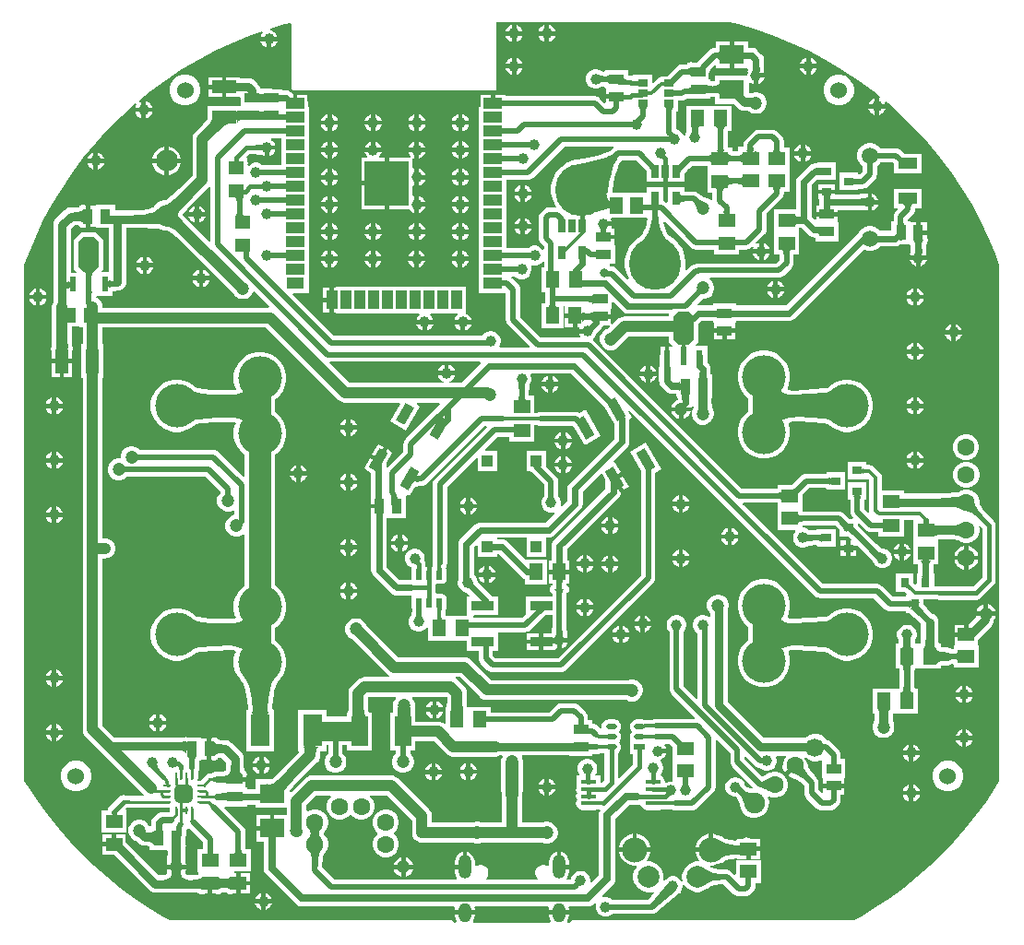
<source format=gtl>
G04*
G04 #@! TF.GenerationSoftware,Altium Limited,Altium Designer,21.6.4 (81)*
G04*
G04 Layer_Physical_Order=1*
G04 Layer_Color=255*
%FSLAX44Y44*%
%MOMM*%
G71*
G04*
G04 #@! TF.SameCoordinates,1D25D15E-8086-452C-9D9C-5104EB157640*
G04*
G04*
G04 #@! TF.FilePolarity,Positive*
G04*
G01*
G75*
%ADD10C,0.2500*%
%ADD46R,0.9000X0.8000*%
%ADD71C,0.5000*%
%ADD72C,0.4000*%
%ADD73R,1.7000X1.0000*%
%ADD74R,1.0000X1.7000*%
%ADD75R,1.0000X1.7000*%
%ADD76R,4.1000X4.1000*%
%ADD77R,1.6000X1.0000*%
%ADD78R,0.7000X1.1500*%
G04:AMPARAMS|DCode=79|XSize=2mm|YSize=0.9mm|CornerRadius=0mm|HoleSize=0mm|Usage=FLASHONLY|Rotation=240.000|XOffset=0mm|YOffset=0mm|HoleType=Round|Shape=Rectangle|*
%AMROTATEDRECTD79*
4,1,4,0.1103,1.0910,0.8897,0.6410,-0.1103,-1.0910,-0.8897,-0.6410,0.1103,1.0910,0.0*
%
%ADD79ROTATEDRECTD79*%

G04:AMPARAMS|DCode=80|XSize=1.8mm|YSize=0.9mm|CornerRadius=0mm|HoleSize=0mm|Usage=FLASHONLY|Rotation=240.000|XOffset=0mm|YOffset=0mm|HoleType=Round|Shape=Rectangle|*
%AMROTATEDRECTD80*
4,1,4,0.0603,1.0044,0.8397,0.5544,-0.0603,-1.0044,-0.8397,-0.5544,0.0603,1.0044,0.0*
%
%ADD80ROTATEDRECTD80*%

G04:AMPARAMS|DCode=81|XSize=2mm|YSize=0.9mm|CornerRadius=0mm|HoleSize=0mm|Usage=FLASHONLY|Rotation=300.000|XOffset=0mm|YOffset=0mm|HoleType=Round|Shape=Rectangle|*
%AMROTATEDRECTD81*
4,1,4,-0.8897,0.6410,-0.1103,1.0910,0.8897,-0.6410,0.1103,-1.0910,-0.8897,0.6410,0.0*
%
%ADD81ROTATEDRECTD81*%

%ADD82R,1.4000X1.2000*%
%ADD83R,1.3500X0.9500*%
%ADD84R,1.5000X1.2500*%
%ADD85R,1.0000X1.1000*%
G04:AMPARAMS|DCode=86|XSize=0.55mm|YSize=0.8mm|CornerRadius=0.0495mm|HoleSize=0mm|Usage=FLASHONLY|Rotation=180.000|XOffset=0mm|YOffset=0mm|HoleType=Round|Shape=RoundedRectangle|*
%AMROUNDEDRECTD86*
21,1,0.5500,0.7010,0,0,180.0*
21,1,0.4510,0.8000,0,0,180.0*
1,1,0.0990,-0.2255,0.3505*
1,1,0.0990,0.2255,0.3505*
1,1,0.0990,0.2255,-0.3505*
1,1,0.0990,-0.2255,-0.3505*
%
%ADD86ROUNDEDRECTD86*%
%ADD87R,1.2000X2.3000*%
%ADD88R,2.3000X1.2000*%
%ADD89R,1.5000X1.2000*%
%ADD90R,2.3000X1.8000*%
%ADD91R,0.2500X0.7000*%
%ADD92R,0.7000X0.2500*%
G04:AMPARAMS|DCode=93|XSize=1.68mm|YSize=1.68mm|CornerRadius=0.42mm|HoleSize=0mm|Usage=FLASHONLY|Rotation=180.000|XOffset=0mm|YOffset=0mm|HoleType=Round|Shape=RoundedRectangle|*
%AMROUNDEDRECTD93*
21,1,1.6800,0.8400,0,0,180.0*
21,1,0.8400,1.6800,0,0,180.0*
1,1,0.8400,-0.4200,0.4200*
1,1,0.8400,0.4200,0.4200*
1,1,0.8400,0.4200,-0.4200*
1,1,0.8400,-0.4200,-0.4200*
%
%ADD93ROUNDEDRECTD93*%
%ADD94R,1.0000X0.5000*%
%ADD95O,1.0000X0.5000*%
%ADD96R,0.6000X1.4000*%
%ADD97R,0.6000X1.8000*%
G04:AMPARAMS|DCode=98|XSize=1.9mm|YSize=3.2mm|CornerRadius=0mm|HoleSize=0mm|Usage=FLASHONLY|Rotation=180.000|XOffset=0mm|YOffset=0mm|HoleType=Round|Shape=Octagon|*
%AMOCTAGOND98*
4,1,8,0.4750,-1.6000,-0.4750,-1.6000,-0.9500,-1.1250,-0.9500,1.1250,-0.4750,1.6000,0.4750,1.6000,0.9500,1.1250,0.9500,-1.1250,0.4750,-1.6000,0.0*
%
%ADD98OCTAGOND98*%

%ADD99R,0.9000X0.6500*%
%ADD100R,1.2500X1.5000*%
%ADD101R,0.9500X1.3500*%
%ADD102R,1.2000X1.5000*%
G04:AMPARAMS|DCode=103|XSize=1.9mm|YSize=3mm|CornerRadius=0mm|HoleSize=0mm|Usage=FLASHONLY|Rotation=180.000|XOffset=0mm|YOffset=0mm|HoleType=Round|Shape=Octagon|*
%AMOCTAGOND103*
4,1,8,0.4750,-1.5000,-0.4750,-1.5000,-0.9500,-1.0250,-0.9500,1.0250,-0.4750,1.5000,0.4750,1.5000,0.9500,1.0250,0.9500,-1.0250,0.4750,-1.5000,0.0*
%
%ADD103OCTAGOND103*%

%ADD104R,0.9000X0.8000*%
%ADD105R,0.8000X0.9000*%
%ADD106R,1.8000X3.0000*%
%ADD107R,1.5000X2.7000*%
%ADD108R,1.4500X0.4000*%
%ADD109O,1.4500X0.4000*%
%ADD110R,2.0000X0.9000*%
%ADD111C,2.0000*%
%ADD112C,0.6000*%
%ADD113C,0.3000*%
%ADD114C,1.3000*%
%ADD115C,0.8000*%
%ADD116C,1.0000*%
%ADD117C,1.8000*%
%ADD118C,1.2000*%
%ADD119C,0.7000*%
%ADD120C,0.3500*%
%ADD121C,1.5000*%
%ADD122C,1.6000*%
%ADD123C,1.9000*%
%ADD124C,1.7000*%
%ADD125C,2.3000*%
%ADD126C,2.0000*%
%ADD127C,4.0000*%
%ADD128C,4.8000*%
%ADD129O,1.2000X2.2000*%
%ADD130O,1.2000X1.8000*%
%ADD131C,1.5240*%
%ADD132C,1.0000*%
%ADD133C,1.2000*%
%ADD134C,0.8000*%
%ADD135C,1.4000*%
%ADD136C,3.5000*%
G36*
X909693Y1082451D02*
X917842Y1080456D01*
X934514Y1075493D01*
X950922Y1069715D01*
X967025Y1063136D01*
X982785Y1055771D01*
X998162Y1047639D01*
X1013120Y1038760D01*
X1027624Y1029154D01*
X1041636Y1018846D01*
X1047760Y1013857D01*
X1047169Y1012701D01*
X1047000Y1012746D01*
Y1007000D01*
X1052746D01*
X1052455Y1008088D01*
X1052119Y1008669D01*
X1053102Y1009506D01*
X1055123Y1007861D01*
X1068053Y996224D01*
X1080394Y983964D01*
X1092116Y971111D01*
X1103191Y957697D01*
X1113591Y943753D01*
X1123292Y929314D01*
X1132271Y914415D01*
X1140504Y899092D01*
X1147972Y883381D01*
X1154658Y867322D01*
X1157451Y859556D01*
X1157451Y385708D01*
X1153768Y379593D01*
X1145091Y366516D01*
X1135850Y353831D01*
X1126064Y341562D01*
X1115750Y329733D01*
X1104929Y318365D01*
X1093622Y307483D01*
X1081849Y297104D01*
X1069634Y287250D01*
X1057000Y277940D01*
X1043970Y269191D01*
X1030571Y261021D01*
X1024274Y257549D01*
X766250Y257549D01*
X765275Y257355D01*
X764448Y256802D01*
X763194Y255549D01*
X761260D01*
X760698Y256688D01*
X761061Y257161D01*
X761968Y259350D01*
X762278Y261700D01*
Y262700D01*
X753200D01*
X744122D01*
Y261700D01*
X744432Y259350D01*
X745339Y257161D01*
X745702Y256688D01*
X745140Y255549D01*
X674860D01*
X674298Y256688D01*
X674661Y257161D01*
X675568Y259350D01*
X675878Y261700D01*
Y262700D01*
X666800D01*
X657722D01*
Y261700D01*
X658032Y259350D01*
X658939Y257161D01*
X659302Y256688D01*
X658740Y255549D01*
X657306D01*
X656052Y256802D01*
X655225Y257355D01*
X654250Y257549D01*
X395727D01*
X389430Y261023D01*
X376032Y269199D01*
X363005Y277953D01*
X350373Y287268D01*
X338160Y297127D01*
X326390Y307510D01*
X315085Y318398D01*
X304267Y329770D01*
X293956Y341604D01*
X284173Y353877D01*
X274936Y366567D01*
X266262Y379648D01*
X262580Y385765D01*
X262549Y859557D01*
X265337Y867326D01*
X272014Y883391D01*
X279476Y899107D01*
X287703Y914436D01*
X296676Y929340D01*
X306374Y943783D01*
X316772Y957731D01*
X327845Y971149D01*
X339567Y984004D01*
X351908Y996266D01*
X364680Y1007760D01*
X365598Y1006912D01*
X364545Y1005088D01*
X364254Y1004000D01*
X370000D01*
Y1009746D01*
X368912Y1009455D01*
X368371Y1009143D01*
X367648Y1010192D01*
X378329Y1018890D01*
X392343Y1029197D01*
X406850Y1038801D01*
X421811Y1047677D01*
X437193Y1055805D01*
X452957Y1063164D01*
X469065Y1069737D01*
X480728Y1073838D01*
X481422Y1072735D01*
X480598Y1071912D01*
X479545Y1070088D01*
X479254Y1069000D01*
X494746D01*
X494455Y1070088D01*
X493402Y1071912D01*
X491912Y1073402D01*
X490088Y1074455D01*
X488146Y1074975D01*
X488084Y1075086D01*
X488339Y1076357D01*
X502154Y1080461D01*
X506452Y1081510D01*
X507451Y1080726D01*
X507451Y1022250D01*
X507645Y1021275D01*
X508198Y1020448D01*
X509025Y1019895D01*
X510000Y1019701D01*
X693500D01*
X694475Y1019895D01*
X695302Y1020448D01*
X695855Y1021275D01*
X696049Y1022250D01*
Y1082451D01*
X909693Y1082451D01*
D02*
G37*
%LPC*%
G36*
X744000Y1079746D02*
Y1074000D01*
X749746D01*
X749455Y1075088D01*
X748402Y1076912D01*
X746912Y1078402D01*
X745088Y1079455D01*
X744000Y1079746D01*
D02*
G37*
G36*
X740000D02*
X738912Y1079455D01*
X737088Y1078402D01*
X735598Y1076912D01*
X734545Y1075088D01*
X734254Y1074000D01*
X740000D01*
Y1079746D01*
D02*
G37*
G36*
X714000D02*
Y1074000D01*
X719746D01*
X719455Y1075088D01*
X718402Y1076912D01*
X716912Y1078402D01*
X715088Y1079455D01*
X714000Y1079746D01*
D02*
G37*
G36*
X710000D02*
X708912Y1079455D01*
X707088Y1078402D01*
X705598Y1076912D01*
X704545Y1075088D01*
X704254Y1074000D01*
X710000D01*
Y1079746D01*
D02*
G37*
G36*
X749746Y1070000D02*
X744000D01*
Y1064254D01*
X745088Y1064545D01*
X746912Y1065598D01*
X748402Y1067088D01*
X749455Y1068912D01*
X749746Y1070000D01*
D02*
G37*
G36*
X740000D02*
X734254D01*
X734545Y1068912D01*
X735598Y1067088D01*
X737088Y1065598D01*
X738912Y1064545D01*
X740000Y1064254D01*
Y1070000D01*
D02*
G37*
G36*
X719746D02*
X714000D01*
Y1064254D01*
X715088Y1064545D01*
X716912Y1065598D01*
X718402Y1067088D01*
X719455Y1068912D01*
X719746Y1070000D01*
D02*
G37*
G36*
X710000D02*
X704254D01*
X704545Y1068912D01*
X705598Y1067088D01*
X707088Y1065598D01*
X708912Y1064545D01*
X710000Y1064254D01*
Y1070000D01*
D02*
G37*
G36*
X494746Y1065000D02*
X489000D01*
Y1059254D01*
X490088Y1059545D01*
X491912Y1060598D01*
X493402Y1062088D01*
X494455Y1063912D01*
X494746Y1065000D01*
D02*
G37*
G36*
X485000D02*
X479254D01*
X479545Y1063912D01*
X480598Y1062088D01*
X482088Y1060598D01*
X483912Y1059545D01*
X485000Y1059254D01*
Y1065000D01*
D02*
G37*
G36*
X984000Y1049746D02*
Y1044000D01*
X989746D01*
X989455Y1045088D01*
X988402Y1046912D01*
X986912Y1048402D01*
X985088Y1049455D01*
X984000Y1049746D01*
D02*
G37*
G36*
X980000D02*
X978912Y1049455D01*
X977088Y1048402D01*
X975598Y1046912D01*
X974545Y1045088D01*
X974254Y1044000D01*
X980000D01*
Y1049746D01*
D02*
G37*
G36*
X714000D02*
Y1044000D01*
X719746D01*
X719455Y1045088D01*
X718402Y1046912D01*
X716912Y1048402D01*
X715088Y1049455D01*
X714000Y1049746D01*
D02*
G37*
G36*
X710000D02*
X708912Y1049455D01*
X707088Y1048402D01*
X705598Y1046912D01*
X704545Y1045088D01*
X704254Y1044000D01*
X710000D01*
Y1049746D01*
D02*
G37*
G36*
X926500Y1064375D02*
X914000D01*
Y1052375D01*
Y1040375D01*
X925495D01*
X925655Y1040331D01*
X926689Y1039183D01*
X926638Y1038552D01*
X926610Y1038369D01*
X926581Y1038220D01*
X926547Y1038084D01*
X926545Y1038039D01*
X926505Y1037839D01*
X926331Y1037243D01*
X926350Y1037064D01*
X926316Y1036888D01*
X926437Y1036278D01*
X926445Y1036200D01*
X925977Y1034454D01*
Y1033375D01*
X896500D01*
Y1028223D01*
X896175Y1028169D01*
X895437Y1028104D01*
X894423Y1028077D01*
X894350Y1028060D01*
X893918D01*
X893849Y1028076D01*
X891818Y1028141D01*
X891750Y1028148D01*
Y1029750D01*
X890750D01*
Y1035740D01*
X890928Y1035972D01*
X891583Y1037553D01*
X891698Y1038426D01*
X896327Y1043055D01*
X897500Y1042569D01*
Y1040375D01*
X910000D01*
Y1052375D01*
Y1064375D01*
X897500D01*
Y1059195D01*
X897332Y1058944D01*
X897005Y1058558D01*
X896590Y1058524D01*
X895831Y1058506D01*
X895463Y1058424D01*
X894232Y1058262D01*
X892651Y1057607D01*
X891293Y1056565D01*
X880614Y1045886D01*
X879743Y1044750D01*
X876945D01*
X876699Y1044914D01*
X876274Y1045277D01*
X876043Y1045352D01*
X875841Y1045487D01*
X875293Y1045597D01*
X874761Y1045770D01*
X874519Y1045751D01*
X874280Y1045798D01*
X873732Y1045689D01*
X873174Y1045645D01*
X872958Y1045535D01*
X872720Y1045487D01*
X872255Y1045177D01*
X871756Y1044923D01*
X871609Y1044750D01*
X871250D01*
Y1044384D01*
X871086Y1044138D01*
X870723Y1043713D01*
X870704Y1043656D01*
X870622Y1043644D01*
X870023Y1043597D01*
X869185Y1043577D01*
X869090Y1043556D01*
X866000D01*
X864303Y1043333D01*
X862722Y1042678D01*
X861364Y1041636D01*
X852478Y1032750D01*
X846750D01*
Y1031564D01*
X844861Y1031188D01*
X843042Y1029973D01*
X839923Y1026854D01*
X838750Y1027340D01*
Y1033750D01*
X821750D01*
X821750Y1033750D01*
X820480Y1033148D01*
X818750Y1033493D01*
X816750D01*
Y1038750D01*
X799837D01*
X799789Y1038766D01*
X799564Y1038750D01*
X799521D01*
X799280Y1038798D01*
X799040Y1038750D01*
X795250D01*
Y1038148D01*
X793980Y1037004D01*
X793323Y1037073D01*
X792800Y1037167D01*
X792706Y1037191D01*
X792447Y1037450D01*
X790394Y1038635D01*
X788105Y1039249D01*
X785736D01*
X783447Y1038635D01*
X781395Y1037450D01*
X779719Y1035775D01*
X778534Y1033723D01*
X777921Y1031433D01*
Y1029064D01*
X778534Y1026775D01*
X779719Y1024723D01*
X781395Y1023047D01*
X783447Y1021862D01*
X785736Y1021249D01*
X788105D01*
X790394Y1021862D01*
X792447Y1023047D01*
X792520Y1023120D01*
X794325Y1023229D01*
X795250Y1022358D01*
Y1021250D01*
X796250D01*
Y1016000D01*
X806000D01*
Y1012000D01*
X796250D01*
Y1008681D01*
X795077Y1008195D01*
X790836Y1012436D01*
X789478Y1013478D01*
X787897Y1014133D01*
X786200Y1014356D01*
X704000D01*
Y1015800D01*
X694500D01*
Y1007800D01*
X690500D01*
Y1015800D01*
X681000D01*
Y1008226D01*
X680944Y1007800D01*
X681000Y1007374D01*
Y1004100D01*
X680000D01*
Y986100D01*
Y973400D01*
Y960700D01*
Y948000D01*
Y935300D01*
Y922600D01*
Y909900D01*
Y897200D01*
Y884500D01*
Y871800D01*
Y859100D01*
Y846400D01*
Y833700D01*
X704444D01*
Y809000D01*
X704667Y807303D01*
X705322Y805722D01*
X706364Y804364D01*
X725999Y784729D01*
X725513Y783556D01*
X698856D01*
X698122Y784826D01*
X698925Y786216D01*
X699538Y788505D01*
Y790875D01*
X698925Y793164D01*
X697740Y795216D01*
X696065Y796892D01*
X694012Y798077D01*
X691723Y798690D01*
X689353D01*
X687065Y798077D01*
X685012Y796892D01*
X683337Y795216D01*
X682955Y794556D01*
X546716D01*
X508745Y832527D01*
X509231Y833700D01*
X523500D01*
Y846400D01*
Y859100D01*
Y871800D01*
Y884500D01*
Y897200D01*
Y909900D01*
Y922600D01*
Y935300D01*
Y948000D01*
Y960700D01*
Y973400D01*
Y986100D01*
Y1004100D01*
X523059D01*
X522570Y1005370D01*
X522820Y1005973D01*
X523060Y1007800D01*
X522820Y1009627D01*
X522500Y1010399D01*
Y1015800D01*
X513000D01*
Y1007800D01*
X509000D01*
Y1016285D01*
X507293Y1017992D01*
X505830Y1019115D01*
X504127Y1019820D01*
X502300Y1020060D01*
X499000D01*
Y1020750D01*
X491445D01*
X491338Y1020794D01*
X489250Y1021069D01*
X478928D01*
X478794Y1022088D01*
X477988Y1024035D01*
X476706Y1025706D01*
X473706Y1028706D01*
X472034Y1029988D01*
X470088Y1030794D01*
X468000Y1031069D01*
X460500D01*
Y1032000D01*
X448000D01*
Y1023000D01*
Y1014000D01*
X460500D01*
X461250Y1013041D01*
Y1005750D01*
X460250D01*
Y1005069D01*
X451750D01*
X451226Y1005000D01*
X430500D01*
Y997833D01*
X430484Y997758D01*
X430500Y997665D01*
Y993170D01*
X429921Y992358D01*
X426676Y988582D01*
X424531Y986369D01*
X424530Y986368D01*
X419581Y981419D01*
X418139Y979539D01*
X417232Y977349D01*
X416922Y975000D01*
Y941760D01*
X406865Y931703D01*
X406863Y931701D01*
X404253Y929121D01*
X397737Y923036D01*
X394593Y920443D01*
X393480Y919645D01*
X392691Y919164D01*
X392433Y919047D01*
X392199Y919000D01*
X392198Y919000D01*
X391157D01*
X387596Y918046D01*
X384404Y916203D01*
X382209Y914008D01*
X382176Y913984D01*
X382020Y913819D01*
X381797Y913596D01*
X381777Y913561D01*
X381340Y913097D01*
X380508Y912461D01*
X379385Y911825D01*
X377952Y911221D01*
X376206Y910675D01*
X374152Y910206D01*
X371846Y909837D01*
X366170Y909385D01*
X362931Y909328D01*
X362891Y909319D01*
X362887D01*
X362848Y909325D01*
X362821Y909319D01*
X345750D01*
Y914750D01*
X328250D01*
Y913750D01*
X323000D01*
Y904000D01*
Y894250D01*
X328250D01*
Y893250D01*
X337226D01*
X337750Y893181D01*
X339931D01*
Y853000D01*
X334159D01*
X333673Y854173D01*
X335250Y855750D01*
Y882250D01*
X328500Y889000D01*
X315000D01*
X308250Y882250D01*
Y855750D01*
X310827Y853173D01*
X310341Y852000D01*
X305069D01*
Y892658D01*
X308331Y895920D01*
X309641Y895897D01*
X310809Y895827D01*
X311763Y895718D01*
X312485Y895586D01*
X312628Y895546D01*
X312688Y895458D01*
X312796Y895162D01*
X313126Y894802D01*
X313250Y894616D01*
Y894250D01*
X313616D01*
X313659Y894221D01*
X313872Y893989D01*
X314314Y893784D01*
X314720Y893513D01*
X315029Y893451D01*
X315315Y893318D01*
X315802Y893297D01*
X316280Y893202D01*
X316590Y893264D01*
X316905Y893250D01*
X317363Y893417D01*
X317841Y893513D01*
X318103Y893688D01*
X318399Y893796D01*
X318759Y894126D01*
X318945Y894250D01*
X319000D01*
Y904000D01*
Y913750D01*
X318945D01*
X318759Y913874D01*
X318399Y914204D01*
X318103Y914312D01*
X317841Y914487D01*
X317363Y914583D01*
X316905Y914750D01*
X316590Y914736D01*
X316280Y914798D01*
X315802Y914703D01*
X315315Y914682D01*
X315029Y914549D01*
X314720Y914487D01*
X314314Y914216D01*
X313872Y914011D01*
X313659Y913779D01*
X313616Y913750D01*
X313250D01*
Y913384D01*
X313126Y913198D01*
X312796Y912838D01*
X312688Y912542D01*
X312628Y912454D01*
X312485Y912414D01*
X311819Y912292D01*
X309591Y912102D01*
X308208Y912078D01*
X308168Y912069D01*
X305000D01*
X302912Y911794D01*
X300965Y910988D01*
X299294Y909706D01*
X291294Y901706D01*
X290012Y900034D01*
X289206Y898088D01*
X288931Y896000D01*
Y841000D01*
Y825038D01*
X288232Y823350D01*
X287922Y821000D01*
Y792540D01*
X287922Y792539D01*
X287837Y787536D01*
X287695Y785341D01*
X287615Y784671D01*
X287588Y784517D01*
X287263Y784030D01*
X287221Y783819D01*
X287120Y783628D01*
X287066Y783044D01*
X286952Y782470D01*
X286994Y782258D01*
X286975Y782044D01*
X287148Y781484D01*
X287263Y780909D01*
X287382Y780730D01*
X287446Y780524D01*
X287821Y780073D01*
X287922Y779921D01*
Y773000D01*
X306078D01*
Y779921D01*
X306179Y780073D01*
X306554Y780524D01*
X306618Y780730D01*
X306737Y780909D01*
X306852Y781484D01*
X307026Y782044D01*
X307006Y782258D01*
X307048Y782470D01*
X306933Y783044D01*
X306880Y783628D01*
X306779Y783819D01*
X306737Y784030D01*
X306496Y784392D01*
X306087Y790712D01*
X306078Y792490D01*
X306078Y792494D01*
Y803000D01*
X313000D01*
Y802000D01*
X316172D01*
Y786500D01*
X315000D01*
Y755500D01*
X316172D01*
Y599000D01*
Y432750D01*
X316482Y430401D01*
X317388Y428211D01*
X318831Y426331D01*
X334081Y411081D01*
X372039Y373123D01*
X371513Y371853D01*
X357265D01*
X356264Y371870D01*
X355841Y372152D01*
X353500Y372617D01*
X351159Y372152D01*
X349174Y370826D01*
X340674Y362326D01*
X339348Y360341D01*
X339032Y358750D01*
X333500D01*
Y338250D01*
X356500D01*
Y358750D01*
X356061D01*
X355575Y359923D01*
X356754Y361103D01*
X358530Y361147D01*
X374500D01*
X374500Y361147D01*
X395000D01*
X395725Y360782D01*
X395782Y360724D01*
X396147Y360000D01*
Y357060D01*
X388929D01*
X387102Y356820D01*
X385399Y356115D01*
X383937Y354992D01*
X381008Y352063D01*
X379885Y350601D01*
X379180Y348898D01*
X378940Y347071D01*
Y343750D01*
X377348D01*
X377318Y343860D01*
X376002Y346140D01*
X374140Y348002D01*
X371860Y349319D01*
X369316Y350000D01*
X366684D01*
X364140Y349319D01*
X361860Y348002D01*
X359998Y346140D01*
X358681Y343860D01*
X358000Y341317D01*
Y338684D01*
X358681Y336140D01*
X359998Y333860D01*
X361860Y331998D01*
X364140Y330681D01*
X365300Y330371D01*
X367227Y328444D01*
X368898Y327161D01*
X370844Y326355D01*
X372933Y326080D01*
X373141D01*
X373177Y326072D01*
X374575Y326037D01*
X375662Y325944D01*
X376520Y325806D01*
X377132Y325647D01*
X377250Y325600D01*
Y322250D01*
X381040D01*
X381281Y322202D01*
X381499Y322246D01*
X381722Y322226D01*
X381798Y322250D01*
X393760D01*
X393896Y319993D01*
X393834Y312926D01*
X393774Y311611D01*
X393745Y311328D01*
X393760Y311162D01*
X393676Y310740D01*
X393724Y310498D01*
X393706Y310252D01*
X393730Y310177D01*
X393613Y309974D01*
X393218Y308500D01*
X410782D01*
X410387Y309974D01*
X410226Y310251D01*
X410324Y310740D01*
X410316Y310781D01*
X410323Y310822D01*
X410115Y321213D01*
X410247Y323959D01*
X410300Y324440D01*
X410487Y324720D01*
X410542Y324995D01*
X410665Y325248D01*
X410696Y325769D01*
X410798Y326281D01*
X410743Y326556D01*
X410760Y326837D01*
X410589Y327330D01*
X410487Y327841D01*
X410331Y328075D01*
X410239Y328341D01*
X410069Y328532D01*
Y332313D01*
X410583Y333553D01*
X410806Y335250D01*
Y340534D01*
X411136Y340864D01*
X411975Y341958D01*
X413416Y342312D01*
X426444Y329284D01*
Y322750D01*
X421500D01*
Y302250D01*
X421586D01*
X422561Y300980D01*
X422500Y300750D01*
X422046Y299838D01*
X421938Y299542D01*
X421878Y299454D01*
X421735Y299414D01*
X421069Y299292D01*
X418841Y299102D01*
X417458Y299078D01*
X417418Y299069D01*
X414229D01*
X414214Y299073D01*
X412943Y299140D01*
X412125Y299284D01*
X411544Y299478D01*
X411159Y299685D01*
X410898Y299898D01*
X410685Y300159D01*
X410478Y300544D01*
X410328Y300993D01*
X410359Y301243D01*
X410413Y301511D01*
X410414Y301645D01*
X410429Y301722D01*
X410592Y302453D01*
X410584Y302501D01*
X410594Y302549D01*
X410451Y303266D01*
X410782Y304500D01*
X393218D01*
X393548Y303269D01*
X393544Y303242D01*
X393406Y302549D01*
X393424Y302458D01*
X393410Y302367D01*
X393494Y300491D01*
X393315Y300159D01*
X393102Y299898D01*
X392841Y299685D01*
X392456Y299478D01*
X391875Y299284D01*
X391057Y299140D01*
X389786Y299073D01*
X389771Y299069D01*
X386092D01*
X355500Y329661D01*
Y336750D01*
X347000D01*
Y327500D01*
X345000D01*
Y325500D01*
X334500D01*
Y318250D01*
X343245D01*
X344686Y317653D01*
X377044Y285294D01*
X378716Y284012D01*
X380662Y283206D01*
X382750Y282931D01*
X417441D01*
X417484Y282922D01*
X418918Y282906D01*
X421267Y282780D01*
X422062Y282687D01*
X422500Y282610D01*
Y282250D01*
X422866D01*
X423054Y282124D01*
X423415Y281793D01*
X423709Y281686D01*
X423970Y281513D01*
X424450Y281417D01*
X424911Y281249D01*
X425224Y281263D01*
X425531Y281202D01*
X426011Y281298D01*
X426501Y281319D01*
X426784Y281451D01*
X427091Y281513D01*
X427499Y281785D01*
X427943Y281992D01*
X428154Y282223D01*
X428195Y282250D01*
X431000D01*
Y291500D01*
X435000D01*
Y282250D01*
X437805D01*
X437935Y282164D01*
X438234Y281870D01*
X438590Y281726D01*
X438909Y281513D01*
X439320Y281431D01*
X439709Y281274D01*
X440093Y281277D01*
X440470Y281202D01*
X440881Y281284D01*
X441301Y281288D01*
X441654Y281438D01*
X442030Y281513D01*
X442379Y281746D01*
X442765Y281910D01*
X443034Y282183D01*
X443134Y282250D01*
X443500D01*
Y282616D01*
X443586Y282745D01*
X443881Y283045D01*
X443898Y283087D01*
X444103Y283134D01*
X444833Y283243D01*
X446183Y283336D01*
X447121Y283250D01*
X447897Y283134D01*
X448102Y283087D01*
X448120Y283045D01*
X448414Y282745D01*
X448500Y282616D01*
Y282250D01*
X448866D01*
X448966Y282183D01*
X449235Y281910D01*
X449621Y281746D01*
X449970Y281513D01*
X450346Y281438D01*
X450700Y281288D01*
X451119Y281284D01*
X451530Y281202D01*
X451907Y281277D01*
X452291Y281274D01*
X452680Y281431D01*
X453091Y281513D01*
X453410Y281726D01*
X453766Y281870D01*
X454066Y282164D01*
X454195Y282250D01*
X457000D01*
Y291500D01*
Y300750D01*
X455157D01*
X454885Y300980D01*
X455283Y302066D01*
X455474Y302250D01*
X470500D01*
Y322750D01*
X465620D01*
X465599Y322995D01*
X465577Y323826D01*
X465556Y323918D01*
Y339000D01*
X465333Y340697D01*
X464678Y342278D01*
X463636Y343636D01*
X446292Y360980D01*
X446818Y362250D01*
X449040D01*
X449281Y362202D01*
X449521Y362250D01*
X449724D01*
X449855Y362243D01*
X449875Y362250D01*
X466750D01*
Y363940D01*
X474500D01*
Y361000D01*
X503172D01*
Y354000D01*
X492000D01*
Y342000D01*
X490000D01*
Y340000D01*
X475500D01*
Y330000D01*
X482435D01*
Y305000D01*
X482435Y305000D01*
X482693Y303042D01*
X483449Y301218D01*
X484651Y299651D01*
X511651Y272651D01*
X513218Y271449D01*
X515042Y270693D01*
X517000Y270435D01*
X517000Y270435D01*
X656900D01*
X657915Y269165D01*
X657722Y267700D01*
Y266700D01*
X666800D01*
X675878D01*
Y267700D01*
X675685Y269165D01*
X676700Y270435D01*
X743300D01*
X744315Y269165D01*
X744122Y267700D01*
Y266700D01*
X753200D01*
X762278D01*
Y267700D01*
X762085Y269165D01*
X763100Y270435D01*
X779750D01*
X781708Y270693D01*
X783532Y271449D01*
X785099Y272651D01*
X786164Y273715D01*
X786358Y273673D01*
X787268Y272184D01*
X787000Y271185D01*
Y268815D01*
X787613Y266526D01*
X788798Y264474D01*
X790474Y262798D01*
X792526Y261613D01*
X794815Y261000D01*
X797185D01*
X799474Y261613D01*
X801526Y262798D01*
X802172Y263444D01*
X838750D01*
X840447Y263667D01*
X842028Y264322D01*
X842819Y264929D01*
X843120Y265091D01*
X863543Y282010D01*
X863665Y282160D01*
X863825Y282267D01*
X863987Y282509D01*
X864952Y283474D01*
X866137Y285526D01*
X866750Y287815D01*
Y290185D01*
X866671Y290479D01*
X867855Y290970D01*
X869047Y288904D01*
X871654Y286297D01*
X874846Y284454D01*
X878407Y283500D01*
X882093D01*
X885654Y284454D01*
X888846Y286297D01*
X889356Y286807D01*
X889460Y286860D01*
X890459Y287648D01*
X891443Y288250D01*
X892637Y288820D01*
X894048Y289342D01*
X895678Y289804D01*
X897525Y290196D01*
X899538Y290501D01*
X904354Y290874D01*
X913614Y281614D01*
X914972Y280572D01*
X916553Y279917D01*
X918250Y279694D01*
X924071D01*
X925768Y279917D01*
X927349Y280572D01*
X928707Y281614D01*
X931636Y284543D01*
X932678Y285901D01*
X933333Y287482D01*
X933556Y289179D01*
Y292000D01*
X938500D01*
Y312500D01*
X915500D01*
Y299931D01*
X914327Y299445D01*
X911636Y302136D01*
X910278Y303178D01*
X908697Y303833D01*
X907434Y303999D01*
X907071Y304078D01*
X904370Y304125D01*
X899538Y304499D01*
X897525Y304804D01*
X895678Y305196D01*
X894048Y305658D01*
X892637Y306180D01*
X891443Y306750D01*
X891833Y308000D01*
X894659D01*
X898347Y308988D01*
X899737Y309791D01*
X900014Y309806D01*
X900302Y309748D01*
X900802Y309848D01*
X901311Y309875D01*
X901575Y310002D01*
X901862Y310059D01*
X902286Y310342D01*
X902746Y310562D01*
X903720Y311292D01*
X904707Y311848D01*
X905972Y312390D01*
X907513Y312894D01*
X909327Y313342D01*
X911318Y313705D01*
X916356Y314132D01*
X916500Y314000D01*
Y314000D01*
X925000D01*
Y323250D01*
X927000D01*
Y325250D01*
X937500D01*
Y332500D01*
X929255D01*
X927338Y333294D01*
X925250Y333569D01*
X923162Y333294D01*
X921245Y332500D01*
X916500D01*
Y332019D01*
X915230Y330877D01*
X911361Y331287D01*
X909327Y331658D01*
X907513Y332106D01*
X905972Y332610D01*
X904707Y333152D01*
X903720Y333708D01*
X902746Y334438D01*
X902286Y334658D01*
X901862Y334941D01*
X901575Y334998D01*
X901311Y335125D01*
X900802Y335152D01*
X900302Y335252D01*
X900014Y335194D01*
X899737Y335209D01*
X898347Y336012D01*
X894750Y336976D01*
Y322500D01*
X892750D01*
Y320500D01*
X878274D01*
X879238Y316903D01*
X881147Y313597D01*
X881974Y312770D01*
X881448Y311500D01*
X878407D01*
X874846Y310546D01*
X871654Y308703D01*
X869047Y306096D01*
X867204Y302904D01*
X866250Y299343D01*
Y295657D01*
X866670Y294091D01*
X865486Y293601D01*
X864952Y294526D01*
X863276Y296202D01*
X861224Y297387D01*
X858935Y298000D01*
X856565D01*
X854276Y297387D01*
X852224Y296202D01*
X851259Y295237D01*
X851017Y295075D01*
X850910Y294915D01*
X850760Y294793D01*
X850129Y294031D01*
X848974Y294628D01*
X849250Y295657D01*
Y299343D01*
X848296Y302904D01*
X846453Y306096D01*
X843846Y308703D01*
X840654Y310546D01*
X837093Y311500D01*
X834052D01*
X833526Y312770D01*
X834353Y313597D01*
X836262Y316903D01*
X837226Y320500D01*
X822750D01*
X808274D01*
X809238Y316903D01*
X811147Y313597D01*
X813847Y310897D01*
X817153Y308988D01*
X820841Y308000D01*
X824155D01*
X824697Y306746D01*
X824047Y306096D01*
X822204Y302904D01*
X821250Y299343D01*
Y295657D01*
X822204Y292096D01*
X824047Y288904D01*
X826654Y286297D01*
X829846Y284454D01*
X833407Y283500D01*
X837093D01*
X839313Y284095D01*
X840808Y283181D01*
X840877Y282862D01*
X835653Y276556D01*
X802172D01*
X801526Y277202D01*
X799474Y278387D01*
X797185Y279000D01*
X794815D01*
X793816Y278732D01*
X792327Y279642D01*
X792284Y279836D01*
X802599Y290151D01*
X803801Y291718D01*
X804557Y293542D01*
X804815Y295500D01*
Y350867D01*
X817883Y363935D01*
X824750D01*
X826708Y364193D01*
X827017Y364321D01*
X828137Y363722D01*
X828348Y362659D01*
X829674Y360674D01*
X831659Y359348D01*
X834000Y358882D01*
X844500D01*
X846841Y359348D01*
X846907Y359392D01*
X856881D01*
X856972Y359322D01*
X858553Y358667D01*
X860250Y358444D01*
X875250D01*
X876947Y358667D01*
X878528Y359322D01*
X879886Y360364D01*
X894886Y375364D01*
X895928Y376722D01*
X896583Y378303D01*
X896806Y380000D01*
Y423263D01*
X897979Y423749D01*
X910444Y411284D01*
Y403000D01*
X910667Y401303D01*
X911322Y399722D01*
X912364Y398364D01*
X931045Y379683D01*
X930867Y378874D01*
X930545Y378388D01*
X930172Y378368D01*
X929703Y378421D01*
X929064Y378587D01*
X928260Y378903D01*
X927306Y379390D01*
X926220Y380062D01*
X925059Y380894D01*
X923789Y381971D01*
X923387Y383474D01*
X922202Y385526D01*
X920526Y387202D01*
X918474Y388387D01*
X916185Y389000D01*
X913815D01*
X911526Y388387D01*
X909474Y387202D01*
X907798Y385526D01*
X906613Y383474D01*
X906000Y381185D01*
Y378815D01*
X906613Y376526D01*
X907798Y374474D01*
X909474Y372798D01*
X911526Y371613D01*
X913815Y371000D01*
X915451D01*
X915509Y370933D01*
X916453Y369681D01*
X917249Y368495D01*
X917871Y367419D01*
X918326Y366468D01*
X918624Y365655D01*
X918786Y364993D01*
X918874Y364177D01*
X918888Y364133D01*
X918870Y363622D01*
X919669Y360159D01*
X921338Y357020D01*
X923763Y354421D01*
X926777Y352537D01*
X930176Y351498D01*
X933729Y351374D01*
X937192Y352173D01*
X940331Y353842D01*
X942930Y356266D01*
X944814Y359281D01*
X945853Y362680D01*
X945977Y366232D01*
X945178Y369696D01*
X944744Y370512D01*
X945706Y371408D01*
X945981Y371236D01*
X949002Y370312D01*
X952160Y370202D01*
X955239Y370913D01*
X958029Y372396D01*
X960339Y374551D01*
X962014Y377231D01*
X962937Y380252D01*
X963048Y383410D01*
X962337Y386489D01*
X960854Y389279D01*
X958699Y391589D01*
X956019Y393264D01*
X952998Y394188D01*
X949840Y394298D01*
X946761Y393587D01*
X943971Y392104D01*
X943810Y391953D01*
X943804Y391950D01*
X942839Y391250D01*
X942017Y390694D01*
X940405Y389740D01*
X939821Y389451D01*
X923556Y405716D01*
Y407513D01*
X924729Y407999D01*
X933364Y399364D01*
X934722Y398322D01*
X936303Y397667D01*
X937802Y397470D01*
X938474Y396798D01*
X940526Y395613D01*
X942815Y395000D01*
X945185D01*
X947474Y395613D01*
X949526Y396798D01*
X951202Y398474D01*
X952387Y400526D01*
X953000Y402815D01*
Y405185D01*
X952387Y407474D01*
X952241Y407727D01*
X952876Y408827D01*
X961509D01*
X962009Y407557D01*
X961015Y406630D01*
X959481Y404174D01*
X958634Y401404D01*
X958533Y398509D01*
X959184Y395687D01*
X960276Y393634D01*
X968212Y401035D01*
X970940Y398110D01*
X963004Y390709D01*
X964975Y389477D01*
X965938Y389183D01*
X965987Y389084D01*
X966184Y388913D01*
X966328Y388697D01*
X966779Y388396D01*
X967188Y388040D01*
X967435Y387958D01*
X967651Y387813D01*
X968183Y387707D01*
X968697Y387535D01*
X969463Y387438D01*
X970089Y387267D01*
X970904Y386940D01*
X971884Y386438D01*
X973009Y385751D01*
X974190Y384926D01*
X978444Y381314D01*
Y374500D01*
X978667Y372803D01*
X979322Y371222D01*
X980364Y369864D01*
X989864Y360364D01*
X991222Y359322D01*
X992803Y358667D01*
X994500Y358444D01*
X1002321D01*
X1004018Y358667D01*
X1005599Y359322D01*
X1006957Y360364D01*
X1009886Y363293D01*
X1010928Y364651D01*
X1011583Y366232D01*
X1011806Y367929D01*
Y373250D01*
X1015000D01*
Y379000D01*
X1005250D01*
X995500D01*
Y374931D01*
X994327Y374445D01*
X991556Y377216D01*
Y384149D01*
X991333Y385846D01*
X990678Y387427D01*
X989891Y388452D01*
X989691Y388760D01*
X988029Y390469D01*
X986618Y392014D01*
X984247Y394925D01*
X983398Y396140D01*
X982711Y397265D01*
X982209Y398245D01*
X981882Y399060D01*
X981711Y399687D01*
X981614Y400452D01*
X981442Y400966D01*
X981336Y401498D01*
X981191Y401714D01*
X981109Y401961D01*
X980753Y402370D01*
X980452Y402821D01*
X980236Y402966D01*
X980065Y403162D01*
X980033Y403178D01*
X979969Y403458D01*
X978609Y406016D01*
X978111Y406550D01*
X978572Y407917D01*
X978725Y407944D01*
X980108Y406460D01*
X982900Y404716D01*
X986047Y403754D01*
X989336Y403639D01*
X992543Y404380D01*
X993411Y404841D01*
X994500Y404187D01*
Y388250D01*
X995500D01*
Y383000D01*
X1005250D01*
X1015000D01*
Y388250D01*
X1016000D01*
Y405750D01*
X1011806D01*
Y409500D01*
X1011583Y411197D01*
X1010928Y412778D01*
X1009886Y414136D01*
X1002490Y421531D01*
X1001132Y422573D01*
X999551Y423228D01*
X998466Y423371D01*
X998392Y423510D01*
X996148Y425918D01*
X993356Y427662D01*
X990209Y428624D01*
X986920Y428739D01*
X983713Y427998D01*
X980807Y426453D01*
X979210Y424965D01*
X941447D01*
X908069Y458342D01*
Y542514D01*
X908318Y542947D01*
X909000Y545490D01*
Y548123D01*
X908318Y550666D01*
X907002Y552946D01*
X905140Y554808D01*
X902860Y556125D01*
X900316Y556806D01*
X897683D01*
X895140Y556125D01*
X892860Y554808D01*
X890998Y552946D01*
X889681Y550666D01*
X889000Y548123D01*
Y545490D01*
X889681Y542947D01*
X890998Y540666D01*
X891931Y539733D01*
Y536344D01*
X890758Y535858D01*
X890526Y536090D01*
X888474Y537275D01*
X886185Y537888D01*
X883815D01*
X881526Y537275D01*
X879474Y536090D01*
X877798Y534414D01*
X876613Y532362D01*
X876000Y530073D01*
Y527703D01*
X876613Y525414D01*
X877798Y523362D01*
X879474Y521687D01*
X880444Y521127D01*
Y461487D01*
X879271Y461001D01*
X867556Y472716D01*
Y522716D01*
X868202Y523362D01*
X869387Y525414D01*
X870000Y527703D01*
Y530073D01*
X869387Y532362D01*
X868202Y534414D01*
X866526Y536090D01*
X864474Y537275D01*
X862185Y537888D01*
X859815D01*
X857526Y537275D01*
X855474Y536090D01*
X853798Y534414D01*
X852613Y532362D01*
X852000Y530073D01*
Y527703D01*
X852613Y525414D01*
X853798Y523362D01*
X854444Y522716D01*
Y470000D01*
X854667Y468303D01*
X855322Y466722D01*
X856364Y465364D01*
X877999Y443729D01*
X877513Y442556D01*
X842250D01*
X840553Y442333D01*
X838972Y441678D01*
X838881Y441608D01*
X831990D01*
X831447Y441833D01*
X829750Y442056D01*
X824750D01*
X823053Y441833D01*
X821472Y441178D01*
X820114Y440136D01*
X819072Y438778D01*
X818417Y437197D01*
X818194Y435500D01*
X818417Y433803D01*
X819072Y432222D01*
X819451Y431728D01*
X820045Y430750D01*
X819451Y429772D01*
X819072Y429278D01*
X818417Y427697D01*
X818194Y426000D01*
X818417Y424303D01*
X818687Y423653D01*
X818250Y423000D01*
X818250D01*
Y410000D01*
X821132D01*
Y400534D01*
X808541Y387942D01*
X807367Y388428D01*
Y411083D01*
X808386Y411864D01*
X809428Y413222D01*
X810083Y414803D01*
X810306Y416500D01*
X810083Y418197D01*
X809428Y419778D01*
X809049Y420272D01*
X808455Y421250D01*
X809049Y422228D01*
X809428Y422722D01*
X810083Y424303D01*
X810306Y426000D01*
X810083Y427697D01*
X809428Y429278D01*
X809049Y429772D01*
X808455Y430750D01*
X809049Y431728D01*
X809428Y432222D01*
X810083Y433803D01*
X810306Y435500D01*
X810083Y437197D01*
X809428Y438778D01*
X808386Y440136D01*
X807028Y441178D01*
X805447Y441833D01*
X803750Y442056D01*
X798750D01*
X797053Y441833D01*
X795472Y441178D01*
X794114Y440136D01*
X793072Y438778D01*
X792417Y437197D01*
X792194Y435500D01*
X792403Y433915D01*
X792308Y433814D01*
X790981Y433540D01*
X788439Y436082D01*
X787081Y437124D01*
X785500Y437779D01*
X784000Y437977D01*
Y441750D01*
X779806D01*
Y443750D01*
X779583Y445447D01*
X778928Y447028D01*
X777886Y448386D01*
X771636Y454636D01*
X770278Y455678D01*
X768697Y456333D01*
X767000Y456556D01*
X755000D01*
X753303Y456333D01*
X751722Y455678D01*
X750364Y454636D01*
X744284Y448556D01*
X690750D01*
Y453500D01*
X670250D01*
Y453500D01*
X669750D01*
X668814Y454306D01*
X668590Y457716D01*
X668578Y459496D01*
X668578Y459499D01*
Y466142D01*
X668268Y468492D01*
X667361Y470681D01*
X665919Y472561D01*
X660061Y478419D01*
X658453Y479652D01*
X658737Y480848D01*
X658779Y480922D01*
X662240D01*
X680581Y462581D01*
X682461Y461138D01*
X684650Y460232D01*
X687000Y459922D01*
X815551D01*
X816303Y459488D01*
X818847Y458806D01*
X821480D01*
X824023Y459488D01*
X826303Y460804D01*
X828165Y462666D01*
X829482Y464947D01*
X830163Y467490D01*
Y470123D01*
X829482Y472666D01*
X828165Y474946D01*
X826303Y476808D01*
X824023Y478125D01*
X821480Y478806D01*
X818847D01*
X816303Y478125D01*
X816221Y478078D01*
X690760D01*
X672419Y496419D01*
X670539Y497861D01*
X668350Y498768D01*
X666000Y499078D01*
X605760D01*
X576443Y528395D01*
X576319Y528860D01*
X575002Y531140D01*
X573140Y533002D01*
X570860Y534319D01*
X568316Y535000D01*
X565684D01*
X563140Y534319D01*
X560860Y533002D01*
X558998Y531140D01*
X557682Y528860D01*
X557000Y526316D01*
Y523684D01*
X557682Y521140D01*
X558998Y518860D01*
X560860Y516998D01*
X563140Y515681D01*
X563605Y515557D01*
X595581Y483581D01*
X597189Y482348D01*
X596905Y481152D01*
X596863Y481078D01*
X574858D01*
X572508Y480768D01*
X570319Y479861D01*
X568439Y478419D01*
X562581Y472561D01*
X561139Y470681D01*
X560232Y468492D01*
X559922Y466142D01*
Y454537D01*
X559922Y454536D01*
X559865Y451031D01*
X559706Y448500D01*
X558500D01*
Y444840D01*
X558457Y444669D01*
X558408Y444612D01*
X540000D01*
Y451000D01*
X514000D01*
Y432852D01*
X513888Y432000D01*
Y431500D01*
X514000Y430648D01*
Y417271D01*
X513952Y417030D01*
X514000Y416790D01*
Y413000D01*
X514366D01*
X514892Y411730D01*
X496139Y392977D01*
X496139Y392977D01*
X494261Y391167D01*
X492584Y389684D01*
X491069Y388481D01*
X489736Y387562D01*
X488750Y387000D01*
X485160D01*
X485141Y387005D01*
X485097Y387000D01*
X474500D01*
Y378060D01*
X466750D01*
Y379750D01*
X465750D01*
Y385000D01*
X456000D01*
Y389000D01*
X465750D01*
Y389055D01*
X465874Y389241D01*
X466204Y389601D01*
X466312Y389897D01*
X466487Y390159D01*
X466583Y390637D01*
X466750Y391096D01*
X466736Y391410D01*
X466798Y391720D01*
X466703Y392198D01*
X466682Y392685D01*
X466549Y392971D01*
X466487Y393280D01*
X466216Y393686D01*
X466011Y394128D01*
X465779Y394341D01*
X465750Y394384D01*
Y394750D01*
X465384D01*
X465198Y394874D01*
X464838Y395204D01*
X464542Y395312D01*
X464454Y395372D01*
X464414Y395515D01*
X464292Y396180D01*
X464102Y398409D01*
X464078Y399792D01*
X464069Y399832D01*
Y406000D01*
X463794Y408088D01*
X462988Y410034D01*
X461706Y411706D01*
X452706Y420706D01*
X451035Y421988D01*
X449088Y422794D01*
X447000Y423069D01*
X444832D01*
X444793Y423078D01*
X443358Y423103D01*
X442192Y423173D01*
X441237Y423282D01*
X440515Y423414D01*
X440372Y423453D01*
X440312Y423542D01*
X440204Y423838D01*
X439874Y424198D01*
X439750Y424384D01*
Y424750D01*
X439384D01*
X439341Y424779D01*
X439128Y425011D01*
X438686Y425216D01*
X438280Y425487D01*
X437971Y425549D01*
X437685Y425682D01*
X437198Y425703D01*
X436720Y425798D01*
X436410Y425736D01*
X436095Y425750D01*
X435637Y425583D01*
X435159Y425487D01*
X434897Y425312D01*
X434601Y425204D01*
X434241Y424874D01*
X434055Y424750D01*
X434000D01*
Y415000D01*
Y405250D01*
X434055D01*
X434241Y405126D01*
X434601Y404796D01*
X434897Y404688D01*
X435159Y404513D01*
X435637Y404417D01*
X436095Y404250D01*
X436410Y404264D01*
X436720Y404202D01*
X437198Y404297D01*
X437685Y404318D01*
X437971Y404451D01*
X438280Y404513D01*
X438686Y404784D01*
X439128Y404989D01*
X439341Y405221D01*
X439384Y405250D01*
X439750D01*
Y405616D01*
X439874Y405802D01*
X440204Y406162D01*
X440312Y406458D01*
X440372Y406547D01*
X440515Y406586D01*
X441180Y406708D01*
X443409Y406898D01*
X443686Y406903D01*
X447931Y402658D01*
Y399832D01*
X447922Y399793D01*
X447897Y398358D01*
X447827Y397192D01*
X447718Y396237D01*
X447586Y395515D01*
X447547Y395372D01*
X447458Y395312D01*
X447161Y395204D01*
X447074Y395124D01*
X446965Y395077D01*
X446706Y394810D01*
X446616Y394750D01*
X446250D01*
Y394384D01*
X446222Y394341D01*
X446119Y394247D01*
X445883Y394211D01*
X444244Y394093D01*
X443219Y394078D01*
X443137Y394060D01*
X439000D01*
X437173Y393820D01*
X435470Y393115D01*
X435099Y392830D01*
X434809Y392702D01*
X434665Y392601D01*
X434654Y392594D01*
X434598Y392568D01*
X434492Y392529D01*
X434334Y392484D01*
X434120Y392437D01*
X433902Y392402D01*
X433318Y392353D01*
X432750D01*
X430702Y391945D01*
X428965Y390785D01*
X423930Y385750D01*
X421750D01*
Y387483D01*
X421853Y388000D01*
Y393798D01*
X422178Y394222D01*
X422833Y395803D01*
X423056Y397500D01*
Y403107D01*
X423078Y403207D01*
X423093Y404070D01*
X423104Y404250D01*
X424750D01*
Y405250D01*
X430000D01*
Y415000D01*
Y424750D01*
X424750D01*
Y425750D01*
X411514D01*
X411270Y425798D01*
X411220Y425788D01*
X411169Y425796D01*
X409479Y425750D01*
X407250D01*
Y425689D01*
X403169Y425577D01*
X403134Y425569D01*
X345269D01*
X334328Y436510D01*
Y590022D01*
X337000D01*
X337590Y590100D01*
X338185D01*
X338760Y590254D01*
X339350Y590332D01*
X339899Y590559D01*
X340474Y590713D01*
X340989Y591011D01*
X341539Y591239D01*
X342011Y591601D01*
X342526Y591898D01*
X342947Y592319D01*
X343419Y592681D01*
X343781Y593153D01*
X344202Y593574D01*
X344499Y594089D01*
X344861Y594561D01*
X345089Y595111D01*
X345387Y595626D01*
X345541Y596201D01*
X345768Y596750D01*
X345846Y597340D01*
X346000Y597915D01*
Y598510D01*
X346078Y599100D01*
X346000Y599690D01*
Y600285D01*
X345846Y600860D01*
X345768Y601450D01*
X345541Y601999D01*
X345387Y602574D01*
X345089Y603089D01*
X344861Y603639D01*
X344499Y604111D01*
X344202Y604626D01*
X343781Y605047D01*
X343419Y605519D01*
X342947Y605881D01*
X342526Y606302D01*
X342011Y606599D01*
X341539Y606961D01*
X340989Y607189D01*
X340474Y607487D01*
X339899Y607641D01*
X339350Y607868D01*
X338760Y607946D01*
X338185Y608100D01*
X337590D01*
X337000Y608178D01*
X334328D01*
Y755500D01*
X335000D01*
Y786500D01*
X334328D01*
Y801922D01*
X484240D01*
X550581Y735581D01*
X552461Y734139D01*
X554651Y733232D01*
X557000Y732922D01*
X606757D01*
X607392Y731823D01*
X598099Y715727D01*
X612822Y707227D01*
X625822Y729744D01*
X622441Y731696D01*
X622770Y732922D01*
X643278D01*
X643764Y731749D01*
X638047Y726032D01*
X636925Y724570D01*
X636661Y723933D01*
X612364Y699636D01*
X611322Y698278D01*
X610667Y696697D01*
X610444Y695000D01*
Y687716D01*
X595811Y673082D01*
X594541Y673608D01*
Y677563D01*
X600206Y687376D01*
X595443Y690126D01*
X588943Y678867D01*
X587211Y679867D01*
X586211Y678135D01*
X579715Y681885D01*
X574215Y672359D01*
X580420Y668777D01*
Y647750D01*
X580250D01*
Y640000D01*
X588000D01*
Y636000D01*
X580250D01*
Y628250D01*
X580940D01*
Y579000D01*
X581180Y577173D01*
X581885Y575470D01*
X583008Y574007D01*
X599007Y558008D01*
X600470Y556885D01*
X602173Y556180D01*
X604000Y555940D01*
X617000D01*
X617482Y556003D01*
X618218Y554819D01*
X618011Y554509D01*
X617662Y552755D01*
Y545745D01*
X618011Y543991D01*
X618286Y543579D01*
X618306Y543521D01*
X618346Y542920D01*
X618291Y541510D01*
X618070Y539235D01*
X617943Y538471D01*
X617813Y537908D01*
X617735Y537666D01*
X617705Y537627D01*
X617654Y537522D01*
X617298Y537166D01*
X616113Y535113D01*
X615500Y532825D01*
Y530455D01*
X616113Y528166D01*
X617298Y526114D01*
X618974Y524438D01*
X621026Y523253D01*
X623315Y522640D01*
X625685D01*
X627974Y523253D01*
X630026Y524438D01*
X631702Y526114D01*
X631980Y526595D01*
X633250Y526255D01*
Y514500D01*
X653750D01*
Y514500D01*
X654250D01*
Y514500D01*
X669000D01*
Y505000D01*
X679601D01*
Y497844D01*
X679824Y496147D01*
X680479Y494565D01*
X681521Y493208D01*
X687364Y487364D01*
X688722Y486322D01*
X690303Y485667D01*
X692000Y485444D01*
X755000D01*
X756697Y485667D01*
X758278Y486322D01*
X759636Y487364D01*
X839636Y567364D01*
X840678Y568722D01*
X841333Y570303D01*
X841556Y572000D01*
Y668763D01*
X847151Y671993D01*
X833151Y696242D01*
X818428Y687742D01*
X828444Y670394D01*
Y574716D01*
X752284Y498556D01*
X694716D01*
X692713Y500559D01*
Y505000D01*
X697000D01*
Y522000D01*
X698190Y522194D01*
X722250D01*
X723947Y522417D01*
X725528Y523072D01*
X726886Y524114D01*
X740772Y538000D01*
X746944D01*
Y529461D01*
X746922Y529353D01*
X746912Y527547D01*
X746762Y523184D01*
X746580Y521287D01*
X746533Y521000D01*
X739000D01*
Y513500D01*
Y506000D01*
X750000D01*
Y506382D01*
X751270Y507315D01*
X751500Y507254D01*
Y515000D01*
X753500D01*
Y517000D01*
X761246D01*
X761038Y517778D01*
X761038Y518140D01*
X761116Y518533D01*
X761038Y518927D01*
X761038Y519329D01*
X760884Y519700D01*
X760806Y520094D01*
X760614Y520381D01*
X760570Y520499D01*
X760555Y520560D01*
X760088Y527612D01*
X760078Y529353D01*
X760056Y529461D01*
Y556332D01*
X760077Y556424D01*
X760099Y557254D01*
X760149Y557829D01*
X760153Y557855D01*
X760241Y557914D01*
X760449Y557978D01*
X760898Y558353D01*
X761384Y558677D01*
X761505Y558858D01*
X761672Y558997D01*
X761943Y559514D01*
X762268Y560000D01*
X762310Y560213D01*
X762411Y560406D01*
X762464Y560988D01*
X762578Y561561D01*
X762536Y561774D01*
X762556Y561991D01*
X762382Y562549D01*
X762268Y563122D01*
X762147Y563302D01*
X762083Y563510D01*
X761709Y563959D01*
X761384Y564445D01*
X761203Y564566D01*
X761064Y564733D01*
X760547Y565004D01*
X760061Y565329D01*
X760056Y565330D01*
Y566536D01*
X760248Y567000D01*
X762500D01*
Y575500D01*
X753250D01*
X744000D01*
Y567000D01*
X746752D01*
X746944Y566536D01*
Y565330D01*
X746939Y565329D01*
X746453Y565004D01*
X745936Y564733D01*
X745797Y564566D01*
X745616Y564445D01*
X745292Y563959D01*
X744918Y563510D01*
X744853Y563302D01*
X744732Y563122D01*
X744618Y562549D01*
X744444Y561991D01*
X744464Y561774D01*
X744422Y561561D01*
X744536Y560988D01*
X744589Y560406D01*
X744690Y560213D01*
X744732Y560000D01*
X745057Y559515D01*
X745328Y558997D01*
X745495Y558858D01*
X745616Y558677D01*
X746102Y558353D01*
X746551Y557978D01*
X746759Y557914D01*
X746847Y557855D01*
X746851Y557829D01*
X746901Y557254D01*
X746923Y556424D01*
X746944Y556332D01*
Y555000D01*
X723000D01*
Y544926D01*
X722944Y544500D01*
X723000Y544074D01*
Y538772D01*
X719534Y535306D01*
X674750D01*
Y537500D01*
X675813Y538000D01*
X697000D01*
Y555000D01*
X691627D01*
X691614Y555030D01*
X690492Y556492D01*
X678500Y568485D01*
Y568825D01*
X677887Y571114D01*
X676702Y573166D01*
X675060Y574807D01*
Y600075D01*
X677327Y602342D01*
X678500Y601856D01*
Y591000D01*
X696500D01*
Y593440D01*
X698075D01*
X719007Y572508D01*
X720470Y571385D01*
X722000Y570752D01*
Y566000D01*
X742500D01*
Y589000D01*
X722485D01*
X705992Y605493D01*
X704530Y606614D01*
X702827Y607320D01*
X701000Y607560D01*
X696500D01*
Y608940D01*
X723500D01*
Y591000D01*
X741500D01*
Y608940D01*
X744000D01*
X745827Y609180D01*
X747530Y609885D01*
X748992Y611007D01*
X772992Y635008D01*
X774115Y636470D01*
X774820Y638173D01*
X775060Y640000D01*
Y651076D01*
X791812Y667827D01*
X793071Y667661D01*
X795900Y662761D01*
Y653885D01*
X748508Y606492D01*
X747385Y605030D01*
X746680Y603327D01*
X746440Y601500D01*
Y588000D01*
X744000D01*
Y579500D01*
X753250D01*
X762500D01*
Y588000D01*
X760560D01*
Y598576D01*
X807953Y645968D01*
X809075Y647430D01*
X809780Y649133D01*
X809843Y649611D01*
X802478Y662367D01*
X804211Y663367D01*
X803211Y665099D01*
X809706Y668849D01*
X804206Y678376D01*
X804053Y678288D01*
X803280Y679295D01*
X815742Y691758D01*
X816864Y693220D01*
X817570Y694923D01*
X817810Y696750D01*
Y717407D01*
X820151Y718758D01*
X816683Y724765D01*
X817690Y725538D01*
X987864Y555364D01*
X989222Y554322D01*
X990803Y553667D01*
X992500Y553444D01*
X1042284D01*
X1052364Y543364D01*
X1053722Y542322D01*
X1055303Y541667D01*
X1057000Y541444D01*
X1070849D01*
X1070946Y541423D01*
X1071797Y541405D01*
X1072000Y541391D01*
Y539500D01*
X1074965D01*
X1079578Y535400D01*
X1080721Y534268D01*
X1080796Y534219D01*
X1085431Y529584D01*
Y515627D01*
X1085424Y515595D01*
X1085339Y512840D01*
X1085250Y511879D01*
X1085193Y511500D01*
X1083250Y511500D01*
X1080862Y511500D01*
X1079701Y512762D01*
X1079710Y513280D01*
X1079805Y514541D01*
X1080887Y516414D01*
X1081500Y518703D01*
Y521073D01*
X1080887Y523362D01*
X1079702Y525414D01*
X1078026Y527090D01*
X1075974Y528275D01*
X1073685Y528888D01*
X1071315D01*
X1069026Y528275D01*
X1066974Y527090D01*
X1065298Y525414D01*
X1064113Y523362D01*
X1063500Y521073D01*
Y518703D01*
X1064113Y516414D01*
X1064950Y514966D01*
X1065081Y512421D01*
X1064206Y511500D01*
X1062250D01*
Y488500D01*
X1065279D01*
X1065331Y488189D01*
X1065396Y487444D01*
X1065423Y486424D01*
X1065440Y486351D01*
Y472649D01*
X1065423Y472576D01*
X1065396Y471556D01*
X1065331Y470811D01*
X1065279Y470500D01*
X1062250Y470500D01*
X1060980Y470500D01*
X1041250D01*
Y451771D01*
X1041202Y451530D01*
X1041250Y451290D01*
Y447500D01*
X1042937D01*
X1043114Y445344D01*
X1043103Y444067D01*
X1042976Y441102D01*
X1041682Y438860D01*
X1041000Y436316D01*
Y433684D01*
X1041682Y431140D01*
X1042998Y428860D01*
X1044860Y426998D01*
X1047140Y425681D01*
X1049683Y425000D01*
X1052317D01*
X1054860Y425681D01*
X1057140Y426998D01*
X1059002Y428860D01*
X1060319Y431140D01*
X1061000Y433684D01*
Y436316D01*
X1060319Y438860D01*
X1059377Y440491D01*
X1059359Y444362D01*
X1059420Y446132D01*
X1059516Y447067D01*
X1059588Y447500D01*
X1061750Y447500D01*
X1063020Y447500D01*
X1082750D01*
Y470500D01*
X1079721D01*
X1079669Y470811D01*
X1079604Y471556D01*
X1079577Y472576D01*
X1079560Y472649D01*
Y486351D01*
X1079577Y486424D01*
X1079604Y487444D01*
X1079669Y488189D01*
X1079721Y488500D01*
X1082750Y488500D01*
X1084020Y488500D01*
X1099162D01*
X1099210Y488484D01*
X1099434Y488500D01*
X1099479D01*
X1099719Y488452D01*
X1099960Y488500D01*
X1103750D01*
Y491418D01*
X1104302Y491543D01*
X1106457Y491768D01*
X1107809Y491798D01*
X1107847Y491806D01*
X1110000D01*
X1112088Y492081D01*
X1114035Y492887D01*
X1114230Y493037D01*
X1114770Y492938D01*
X1115500Y492226D01*
Y490000D01*
X1138500D01*
Y510000D01*
X1138152D01*
X1137500Y511000D01*
X1137500Y511270D01*
Y515089D01*
X1150035Y527623D01*
X1151317Y529295D01*
X1152123Y531241D01*
X1152398Y533329D01*
Y533654D01*
X1153481Y535529D01*
X1153876Y537003D01*
X1136260D01*
Y536671D01*
X1129000Y529411D01*
Y520000D01*
X1127000D01*
Y518000D01*
X1116500D01*
Y511270D01*
X1116500Y511000D01*
X1115848Y510000D01*
X1115500D01*
Y507441D01*
X1114963Y506913D01*
X1114230Y506713D01*
X1114035Y506863D01*
X1112088Y507669D01*
X1110000Y507944D01*
X1107853D01*
X1107816Y507952D01*
X1106409Y507985D01*
X1105303Y508073D01*
X1104423Y508205D01*
X1103786Y508359D01*
X1103750Y508372D01*
Y511500D01*
X1101807D01*
X1101757Y511833D01*
X1101599Y514120D01*
X1101578Y515529D01*
X1101569Y515571D01*
Y531500D01*
X1101294Y533588D01*
X1100488Y535535D01*
X1099206Y537206D01*
X1097534Y538488D01*
X1095763Y539222D01*
X1091344Y543641D01*
X1091341Y543647D01*
X1091328Y543657D01*
X1091232Y543753D01*
X1091197Y543810D01*
X1088995Y546174D01*
X1088294Y547044D01*
X1088000Y547464D01*
Y548925D01*
X1088008Y548949D01*
X1088000Y549095D01*
Y549348D01*
X1088047Y549618D01*
X1088000Y549825D01*
Y552137D01*
X1100718D01*
X1102000Y551882D01*
X1136000D01*
X1138341Y552348D01*
X1140326Y553674D01*
X1152326Y565674D01*
X1153652Y567659D01*
X1154118Y570000D01*
Y620250D01*
X1153652Y622591D01*
X1152326Y624576D01*
X1146171Y630730D01*
X1144613Y632429D01*
X1141921Y635706D01*
X1140957Y637070D01*
X1140188Y638316D01*
X1139637Y639385D01*
X1139294Y640249D01*
X1139132Y640875D01*
X1139060Y641639D01*
X1139000Y641840D01*
Y642830D01*
X1138182Y645882D01*
X1136602Y648618D01*
X1134368Y650852D01*
X1131632Y652432D01*
X1128580Y653250D01*
X1125420D01*
X1122368Y652432D01*
X1119632Y650852D01*
X1119111Y650332D01*
X1119092Y650319D01*
X1119028Y650296D01*
X1118572Y650191D01*
X1106996Y649468D01*
X1104124Y649453D01*
X1104079Y649444D01*
X1069500D01*
Y652250D01*
X1049863D01*
Y664000D01*
X1049416Y666244D01*
X1048146Y668146D01*
X1042145Y674146D01*
X1040244Y675416D01*
X1038000Y675863D01*
X1035500D01*
Y678500D01*
X1018500D01*
Y662500D01*
X1030956D01*
X1031035Y662475D01*
X1031263Y662496D01*
X1031487Y662452D01*
X1031722Y662500D01*
X1035500D01*
Y662500D01*
X1036770Y662939D01*
X1038137Y661572D01*
Y634000D01*
X1038403Y632665D01*
X1037233Y632039D01*
X1033556Y635716D01*
Y642349D01*
X1033577Y642446D01*
X1033595Y643297D01*
X1033609Y643500D01*
X1035500D01*
Y647290D01*
X1035548Y647531D01*
X1035500Y647771D01*
Y647882D01*
X1035512Y648071D01*
X1035500Y648105D01*
Y659500D01*
X1018500D01*
Y648106D01*
X1018488Y648071D01*
X1018500Y647882D01*
Y647771D01*
X1018452Y647531D01*
X1018500Y647290D01*
Y643500D01*
X1020380D01*
X1020406Y643238D01*
X1020423Y642446D01*
X1020444Y642349D01*
Y633000D01*
X1020667Y631303D01*
X1021322Y629722D01*
X1022364Y628364D01*
X1023305Y627423D01*
X1022819Y626250D01*
X1021592D01*
X1021351Y626298D01*
X1021111Y626250D01*
X1019915D01*
X1019632Y626447D01*
X1018042Y627792D01*
X1017113Y628689D01*
X1017028Y628744D01*
X1014636Y631136D01*
X1013278Y632178D01*
X1011697Y632833D01*
X1010000Y633056D01*
X977668D01*
X977576Y633077D01*
X976746Y633099D01*
X976500Y633120D01*
Y636750D01*
X976500D01*
Y637250D01*
X976500D01*
Y646561D01*
X976517Y646648D01*
X976500Y646736D01*
Y648093D01*
X976684Y648357D01*
X978037Y649953D01*
X978938Y650886D01*
X978994Y650972D01*
X982466Y654444D01*
X997311D01*
X997397Y654424D01*
X998500Y654388D01*
Y653000D01*
X1002290D01*
X1002531Y652952D01*
X1002771Y653000D01*
X1015500D01*
Y669000D01*
X1002771D01*
X1002531Y669048D01*
X1002290Y669000D01*
X998500D01*
Y667606D01*
X998300Y667591D01*
X997467Y667578D01*
X997366Y667556D01*
X979750D01*
X978053Y667333D01*
X976472Y666678D01*
X975114Y665636D01*
X969765Y660287D01*
X969693Y660242D01*
X967817Y658499D01*
X967153Y657966D01*
X966843Y657750D01*
X965486D01*
X965398Y657767D01*
X965311Y657750D01*
X953500D01*
Y654120D01*
X953254Y654099D01*
X952424Y654077D01*
X952332Y654056D01*
X921216D01*
X784636Y790636D01*
X784484Y790752D01*
X784647Y792228D01*
X785901Y793482D01*
X786954Y795306D01*
X787252Y796419D01*
X792242Y801409D01*
X793364Y802871D01*
X793936Y804250D01*
X799579D01*
X800105Y802980D01*
X797992Y800866D01*
X796787Y800544D01*
X794507Y799227D01*
X792645Y797365D01*
X791328Y795085D01*
X790647Y792542D01*
Y789909D01*
X791328Y787365D01*
X792645Y785085D01*
X794507Y783223D01*
X796787Y781907D01*
X799330Y781225D01*
X801963D01*
X804507Y781907D01*
X806787Y783223D01*
X808649Y785085D01*
X809691Y786891D01*
X816723Y793922D01*
X853750D01*
Y788750D01*
X857230Y785270D01*
X856704Y784000D01*
X854250D01*
Y774000D01*
X850250D01*
Y784000D01*
X846250D01*
Y777598D01*
X845882Y775750D01*
Y771165D01*
X845835Y771073D01*
X845513Y770591D01*
X845469Y770373D01*
X845366Y770176D01*
X845315Y769599D01*
X845202Y769031D01*
X845246Y768812D01*
X845226Y768591D01*
X845399Y768038D01*
X845491Y767578D01*
X845180Y766827D01*
X844940Y765000D01*
Y753000D01*
X845180Y751173D01*
X845885Y749470D01*
X847008Y748008D01*
X851758Y743258D01*
X853220Y742135D01*
X854923Y741430D01*
X856750Y741190D01*
X858351D01*
X858424Y741173D01*
X859444Y741146D01*
X860189Y741081D01*
X860537Y741023D01*
X860541Y740683D01*
X860689Y740338D01*
X860763Y739970D01*
X861000Y739614D01*
X861169Y739221D01*
X861438Y738959D01*
X861500Y738866D01*
Y738500D01*
X861866D01*
X861980Y738424D01*
X862023Y738137D01*
X862140Y736496D01*
X862155Y735470D01*
X862166Y735418D01*
X862033Y735285D01*
X861689Y735193D01*
X859637Y734008D01*
X857961Y732332D01*
X856777Y730280D01*
X856382Y728806D01*
X875222D01*
X875348Y728970D01*
X875427Y729161D01*
X876761Y729064D01*
X876904Y728500D01*
X875845Y726666D01*
X875163Y724123D01*
Y721490D01*
X875845Y718947D01*
X877161Y716666D01*
X879023Y714804D01*
X881303Y713488D01*
X883847Y712806D01*
X886480D01*
X889023Y713488D01*
X891303Y714804D01*
X893165Y716666D01*
X894482Y718947D01*
X895163Y721490D01*
Y724123D01*
X894482Y726666D01*
X893474Y728412D01*
X893338Y736237D01*
X893825Y737500D01*
X894000D01*
Y741290D01*
X894048Y741531D01*
X894003Y741756D01*
X894023Y741985D01*
X894000Y742056D01*
Y754729D01*
X894048Y754969D01*
X894000Y755210D01*
Y759000D01*
X892415D01*
X892343Y760006D01*
X892328Y761031D01*
X892310Y761113D01*
Y764000D01*
X892070Y765827D01*
X891365Y767530D01*
X890242Y768992D01*
X889310Y769924D01*
Y776000D01*
X889250Y776459D01*
Y785000D01*
X878659D01*
X878173Y786173D01*
X880750Y788750D01*
Y804877D01*
X880788Y804893D01*
X882250Y806015D01*
X884174Y807940D01*
X894250D01*
Y806250D01*
X895250D01*
Y801000D01*
X905000D01*
X914750D01*
Y806250D01*
X915750D01*
Y807940D01*
X964250D01*
X966077Y808180D01*
X967780Y808885D01*
X969242Y810007D01*
X1032861Y873626D01*
X1034061Y872934D01*
X1036986Y872150D01*
X1040014D01*
X1042939Y872934D01*
X1045561Y874448D01*
X1047702Y876589D01*
X1047789Y876740D01*
X1061800D01*
X1063627Y876980D01*
X1065330Y877686D01*
X1066016Y878212D01*
X1066250Y878181D01*
X1066774Y878250D01*
X1074869D01*
X1075868Y877029D01*
X1075790Y872608D01*
X1075679Y871137D01*
X1075643Y870874D01*
X1075594Y870667D01*
X1075591Y870574D01*
X1075569Y870463D01*
X1075396Y869844D01*
X1075415Y869688D01*
X1075384Y869533D01*
X1075503Y868932D01*
X1075254Y868000D01*
X1090746D01*
X1090497Y868932D01*
X1090616Y869533D01*
X1090595Y869638D01*
X1090611Y869743D01*
X1090183Y878063D01*
X1090750Y879250D01*
X1090750D01*
X1090965Y879721D01*
X1091077Y879965D01*
X1091248Y880361D01*
X1091487Y880720D01*
X1091560Y881085D01*
X1091707Y881426D01*
X1091714Y881857D01*
X1091798Y882281D01*
X1091725Y882645D01*
X1091731Y883017D01*
X1091572Y883418D01*
X1091487Y883841D01*
X1091281Y884150D01*
X1091144Y884496D01*
X1090843Y884806D01*
X1090750Y884945D01*
Y887000D01*
X1083000D01*
Y889000D01*
X1081000D01*
Y898750D01*
X1075750D01*
Y899750D01*
X1073492D01*
X1073473Y899988D01*
X1073452Y900820D01*
X1073431Y900914D01*
Y901159D01*
X1078056Y905785D01*
X1079098Y907142D01*
X1079753Y908724D01*
X1079958Y910278D01*
X1079997Y910453D01*
X1080019Y911277D01*
X1080041Y911530D01*
X1085920D01*
Y929530D01*
X1060920D01*
Y911530D01*
X1063599D01*
X1064085Y910357D01*
X1062239Y908511D01*
X1061197Y907153D01*
X1060542Y905572D01*
X1060319Y903875D01*
Y900905D01*
X1060298Y900809D01*
X1060279Y899965D01*
X1060263Y899750D01*
X1058250D01*
Y895960D01*
X1058202Y895720D01*
X1058250Y895479D01*
Y895436D01*
X1058234Y895211D01*
X1058250Y895163D01*
Y890860D01*
X1047553D01*
X1045561Y892852D01*
X1042939Y894366D01*
X1040014Y895150D01*
X1036986D01*
X1034061Y894366D01*
X1031439Y892852D01*
X1029298Y890711D01*
X1028371Y889106D01*
X961326Y822060D01*
X915750D01*
Y823750D01*
X894250D01*
Y822060D01*
X881250D01*
X880444Y821954D01*
X879851Y823157D01*
X884919Y828225D01*
X886964D01*
X889507Y828907D01*
X891787Y830223D01*
X893649Y832085D01*
X894965Y834365D01*
X895647Y836909D01*
Y839542D01*
X894965Y842085D01*
X893649Y844365D01*
X891787Y846227D01*
X891446Y846424D01*
X891786Y847694D01*
X955000D01*
X956697Y847917D01*
X958278Y848572D01*
X959636Y849614D01*
X966636Y856614D01*
X967678Y857972D01*
X968333Y859553D01*
X968556Y861250D01*
Y868081D01*
X968577Y868173D01*
X968599Y868997D01*
X968621Y869250D01*
X973500D01*
Y888980D01*
X973500Y889750D01*
X973500Y891020D01*
Y893279D01*
X973811Y893331D01*
X974556Y893396D01*
X975576Y893423D01*
X975589Y893426D01*
X982258Y886758D01*
X983720Y885636D01*
X985423Y884930D01*
X986846Y884743D01*
X987164Y884673D01*
X988023Y884654D01*
X988250Y884638D01*
Y881250D01*
X1009750D01*
Y898750D01*
X1008750D01*
Y904000D01*
X999000D01*
X989250D01*
Y901394D01*
X988077Y900908D01*
X985060Y903924D01*
Y933075D01*
X989305Y937320D01*
X990500Y937500D01*
Y937500D01*
X994087D01*
X994213Y937465D01*
X994373Y937484D01*
X994530Y937452D01*
X994771Y937500D01*
X1007500D01*
Y953500D01*
X994771D01*
X994530Y953548D01*
X994373Y953516D01*
X994213Y953536D01*
X994087Y953500D01*
X990500D01*
Y952655D01*
X989512Y952587D01*
X988496Y952578D01*
X988410Y952560D01*
X987500D01*
X985673Y952320D01*
X983970Y951615D01*
X982507Y950492D01*
X973008Y940993D01*
X971886Y939530D01*
X971180Y937827D01*
X970940Y936000D01*
Y910750D01*
X950500D01*
Y891020D01*
X950500Y890250D01*
X950500Y888980D01*
Y869250D01*
X955379D01*
X955401Y868997D01*
X955423Y868173D01*
X955444Y868081D01*
Y863966D01*
X952284Y860806D01*
X881344D01*
X880819Y860737D01*
X880291Y860721D01*
X879892Y860656D01*
X879649Y860583D01*
X879647Y860583D01*
X879644Y860581D01*
X878253Y860163D01*
X877967Y859986D01*
X876803Y859833D01*
X875222Y859178D01*
X873864Y858136D01*
X870092Y854363D01*
X868902Y854970D01*
X869500Y858746D01*
Y863154D01*
X868811Y867507D01*
X867449Y871698D01*
X865448Y875625D01*
X862857Y879191D01*
X859741Y882307D01*
X857122Y884210D01*
X856996Y884353D01*
X855241Y885689D01*
X853867Y887109D01*
X852610Y888840D01*
X851476Y890912D01*
X850480Y893344D01*
X849639Y896145D01*
X849061Y898871D01*
X850225Y899503D01*
X874264Y875464D01*
X875622Y874422D01*
X877203Y873767D01*
X878900Y873544D01*
X895500D01*
Y869250D01*
X918500D01*
Y873544D01*
X925100D01*
X926797Y873767D01*
X928378Y874422D01*
X929736Y875464D01*
X930898Y876627D01*
X931915Y875847D01*
X931342Y874855D01*
X931051Y873767D01*
X936797D01*
Y879514D01*
X935709Y879222D01*
X934717Y878650D01*
X933938Y879666D01*
X941636Y887364D01*
X942678Y888722D01*
X943333Y890303D01*
X943556Y892000D01*
Y906284D01*
X957636Y920364D01*
X958678Y921722D01*
X959333Y923303D01*
X959556Y925000D01*
Y925832D01*
X959577Y925924D01*
X959599Y926755D01*
X959620Y927000D01*
X964500D01*
Y945730D01*
X964500Y947000D01*
X964500D01*
Y947000D01*
X964500D01*
Y967000D01*
X959620D01*
X959599Y967245D01*
X959577Y968076D01*
X959556Y968168D01*
Y973000D01*
X959333Y974697D01*
X958678Y976278D01*
X957636Y977636D01*
X953636Y981636D01*
X952278Y982678D01*
X950697Y983333D01*
X949000Y983556D01*
X936123D01*
X934426Y983333D01*
X932845Y982678D01*
X931487Y981636D01*
X924239Y974388D01*
X923197Y973030D01*
X922542Y971449D01*
X922319Y969752D01*
Y968919D01*
X922298Y968827D01*
X922276Y968003D01*
X922254Y967750D01*
X917500D01*
Y963995D01*
X917254Y963974D01*
X916424Y963952D01*
X916332Y963931D01*
X913418D01*
X913326Y963952D01*
X912495Y963974D01*
X912250Y963995D01*
Y967500D01*
X908121D01*
X908099Y967753D01*
X908077Y968577D01*
X908056Y968669D01*
Y981332D01*
X908077Y981424D01*
X908099Y982254D01*
X908120Y982500D01*
X911750D01*
Y1005500D01*
X892020D01*
X891250Y1005500D01*
X889980Y1005500D01*
X870250D01*
Y986761D01*
X870202Y986516D01*
X870250Y986280D01*
Y985943D01*
X870249Y985915D01*
X870250Y985912D01*
Y982500D01*
X870250Y982500D01*
X870250D01*
X870117Y981285D01*
X869463Y980154D01*
X868850Y977865D01*
X867580Y977752D01*
X867387Y978474D01*
X866202Y980526D01*
X864526Y982202D01*
X862474Y983387D01*
X860806Y983833D01*
Y999099D01*
X860827Y999196D01*
X860845Y1000047D01*
X860859Y1000250D01*
X862750D01*
Y1004040D01*
X862798Y1004280D01*
X862750Y1004521D01*
Y1004633D01*
X862762Y1004821D01*
X862750Y1004856D01*
Y1010444D01*
X866250D01*
X867947Y1010667D01*
X869528Y1011322D01*
X870646Y1012180D01*
X872947Y1012194D01*
X878750D01*
X879176Y1012250D01*
X887479D01*
X887719Y1012202D01*
X887960Y1012250D01*
X891750D01*
Y1013835D01*
X892756Y1013907D01*
X893781Y1013922D01*
X893863Y1013940D01*
X894350D01*
X894423Y1013923D01*
X895437Y1013896D01*
X896175Y1013831D01*
X896500Y1013777D01*
Y1007375D01*
X913214D01*
X917304Y1003285D01*
X918975Y1002002D01*
X920921Y1001196D01*
X922790Y1000950D01*
X922973Y1000912D01*
X923945Y1000903D01*
X925560Y1000837D01*
X926737Y1000715D01*
X927049Y1000660D01*
X927077Y1000653D01*
X927507Y1000223D01*
X929787Y998907D01*
X932330Y998225D01*
X934964D01*
X937507Y998907D01*
X939787Y1000223D01*
X941649Y1002085D01*
X942965Y1004365D01*
X943647Y1006909D01*
Y1009542D01*
X942965Y1012085D01*
X941649Y1014365D01*
X939787Y1016227D01*
X937507Y1017544D01*
X934964Y1018225D01*
X932330D01*
X929787Y1017544D01*
X929382Y1017309D01*
X928415Y1017273D01*
X927500Y1018155D01*
Y1026768D01*
X928770Y1027294D01*
X929065Y1026999D01*
X930890Y1025946D01*
X931977Y1025654D01*
Y1033401D01*
X933977D01*
Y1035401D01*
X941724D01*
X941510Y1036200D01*
X941518Y1036278D01*
X941639Y1036888D01*
X941604Y1037064D01*
X941624Y1037243D01*
X941504Y1037654D01*
X941061Y1045630D01*
X941056Y1047413D01*
X941038Y1047502D01*
Y1048023D01*
X940797Y1049850D01*
X940092Y1051553D01*
X938970Y1053015D01*
X935492Y1056492D01*
X934030Y1057614D01*
X932327Y1058320D01*
X930500Y1058560D01*
X926500D01*
Y1064375D01*
D02*
G37*
G36*
X989746Y1040000D02*
X984000D01*
Y1034254D01*
X985088Y1034545D01*
X986912Y1035598D01*
X988402Y1037088D01*
X989455Y1038912D01*
X989746Y1040000D01*
D02*
G37*
G36*
X980000D02*
X974254D01*
X974545Y1038912D01*
X975598Y1037088D01*
X977088Y1035598D01*
X978912Y1034545D01*
X980000Y1034254D01*
Y1040000D01*
D02*
G37*
G36*
X719746D02*
X714000D01*
Y1034254D01*
X715088Y1034545D01*
X716912Y1035598D01*
X718402Y1037088D01*
X719455Y1038912D01*
X719746Y1040000D01*
D02*
G37*
G36*
X710000D02*
X704254D01*
X704545Y1038912D01*
X705598Y1037088D01*
X707088Y1035598D01*
X708912Y1034545D01*
X710000Y1034254D01*
Y1040000D01*
D02*
G37*
G36*
X941724Y1031401D02*
X935977D01*
Y1025654D01*
X937065Y1025946D01*
X938889Y1026999D01*
X940379Y1028488D01*
X941432Y1030313D01*
X941724Y1031401D01*
D02*
G37*
G36*
X444000Y1032000D02*
X431500D01*
Y1025000D01*
X444000D01*
Y1032000D01*
D02*
G37*
G36*
Y1021000D02*
X431500D01*
Y1014000D01*
X444000D01*
Y1021000D01*
D02*
G37*
G36*
X1043000Y1012746D02*
X1041912Y1012455D01*
X1040088Y1011402D01*
X1038598Y1009912D01*
X1037545Y1008088D01*
X1037254Y1007000D01*
X1043000D01*
Y1012746D01*
D02*
G37*
G36*
X1011843Y1034000D02*
X1008157D01*
X1004596Y1033046D01*
X1001404Y1031203D01*
X998797Y1028596D01*
X996954Y1025404D01*
X996000Y1021843D01*
Y1018157D01*
X996954Y1014596D01*
X998797Y1011404D01*
X1001404Y1008797D01*
X1004596Y1006954D01*
X1008157Y1006000D01*
X1011843D01*
X1015404Y1006954D01*
X1018596Y1008797D01*
X1021203Y1011404D01*
X1023046Y1014596D01*
X1024000Y1018157D01*
Y1021843D01*
X1023046Y1025404D01*
X1021203Y1028596D01*
X1018596Y1031203D01*
X1015404Y1033046D01*
X1011843Y1034000D01*
D02*
G37*
G36*
X411843D02*
X408157D01*
X404596Y1033046D01*
X401404Y1031203D01*
X398797Y1028596D01*
X396954Y1025404D01*
X396000Y1021843D01*
Y1018157D01*
X396954Y1014596D01*
X398797Y1011404D01*
X401404Y1008797D01*
X404596Y1006954D01*
X408157Y1006000D01*
X411843D01*
X415404Y1006954D01*
X418596Y1008797D01*
X421203Y1011404D01*
X423046Y1014596D01*
X424000Y1018157D01*
Y1021843D01*
X423046Y1025404D01*
X421203Y1028596D01*
X418596Y1031203D01*
X415404Y1033046D01*
X411843Y1034000D01*
D02*
G37*
G36*
X374000Y1009746D02*
Y1004000D01*
X379746D01*
X379455Y1005088D01*
X378402Y1006912D01*
X376912Y1008402D01*
X375088Y1009455D01*
X374000Y1009746D01*
D02*
G37*
G36*
X1052746Y1003000D02*
X1047000D01*
Y997254D01*
X1048088Y997545D01*
X1049912Y998598D01*
X1051402Y1000088D01*
X1052455Y1001912D01*
X1052746Y1003000D01*
D02*
G37*
G36*
X1043000D02*
X1037254D01*
X1037545Y1001912D01*
X1038598Y1000088D01*
X1040088Y998598D01*
X1041912Y997545D01*
X1043000Y997254D01*
Y1003000D01*
D02*
G37*
G36*
X379746Y1000000D02*
X374000D01*
Y994254D01*
X375088Y994545D01*
X376912Y995598D01*
X378402Y997088D01*
X379455Y998912D01*
X379746Y1000000D01*
D02*
G37*
G36*
X370000D02*
X364254D01*
X364545Y998912D01*
X365598Y997088D01*
X367088Y995598D01*
X368912Y994545D01*
X370000Y994254D01*
Y1000000D01*
D02*
G37*
G36*
X664618Y997746D02*
Y992000D01*
X670364D01*
X670072Y993088D01*
X669019Y994912D01*
X667530Y996402D01*
X665705Y997455D01*
X664618Y997746D01*
D02*
G37*
G36*
X660618D02*
X659530Y997455D01*
X657706Y996402D01*
X656216Y994912D01*
X655163Y993088D01*
X654871Y992000D01*
X660618D01*
Y997746D01*
D02*
G37*
G36*
X624618D02*
Y992000D01*
X630364D01*
X630072Y993088D01*
X629019Y994912D01*
X627530Y996402D01*
X625705Y997455D01*
X624618Y997746D01*
D02*
G37*
G36*
X620618D02*
X619530Y997455D01*
X617705Y996402D01*
X616216Y994912D01*
X615163Y993088D01*
X614871Y992000D01*
X620618D01*
Y997746D01*
D02*
G37*
G36*
X584618D02*
Y992000D01*
X590364D01*
X590072Y993088D01*
X589019Y994912D01*
X587530Y996402D01*
X585705Y997455D01*
X584618Y997746D01*
D02*
G37*
G36*
X580618D02*
X579530Y997455D01*
X577705Y996402D01*
X576216Y994912D01*
X575163Y993088D01*
X574871Y992000D01*
X580618D01*
Y997746D01*
D02*
G37*
G36*
X544618D02*
Y992000D01*
X550364D01*
X550072Y993088D01*
X549019Y994912D01*
X547530Y996402D01*
X545705Y997455D01*
X544618Y997746D01*
D02*
G37*
G36*
X540618D02*
X539530Y997455D01*
X537705Y996402D01*
X536216Y994912D01*
X535163Y993088D01*
X534871Y992000D01*
X540618D01*
Y997746D01*
D02*
G37*
G36*
X670364Y988000D02*
X664618D01*
Y982254D01*
X665705Y982545D01*
X667530Y983598D01*
X669019Y985088D01*
X670072Y986912D01*
X670364Y988000D01*
D02*
G37*
G36*
X660618D02*
X654871D01*
X655163Y986912D01*
X656216Y985088D01*
X657706Y983598D01*
X659530Y982545D01*
X660618Y982254D01*
Y988000D01*
D02*
G37*
G36*
X630364D02*
X624618D01*
Y982254D01*
X625705Y982545D01*
X627530Y983598D01*
X629019Y985088D01*
X630072Y986912D01*
X630364Y988000D01*
D02*
G37*
G36*
X620618D02*
X614871D01*
X615163Y986912D01*
X616216Y985088D01*
X617705Y983598D01*
X619530Y982545D01*
X620618Y982254D01*
Y988000D01*
D02*
G37*
G36*
X590364D02*
X584618D01*
Y982254D01*
X585705Y982545D01*
X587530Y983598D01*
X589019Y985088D01*
X590072Y986912D01*
X590364Y988000D01*
D02*
G37*
G36*
X580618D02*
X574871D01*
X575163Y986912D01*
X576216Y985088D01*
X577705Y983598D01*
X579530Y982545D01*
X580618Y982254D01*
Y988000D01*
D02*
G37*
G36*
X550364D02*
X544618D01*
Y982254D01*
X545705Y982545D01*
X547530Y983598D01*
X549019Y985088D01*
X550072Y986912D01*
X550364Y988000D01*
D02*
G37*
G36*
X540618D02*
X534871D01*
X535163Y986912D01*
X536216Y985088D01*
X537705Y983598D01*
X539530Y982545D01*
X540618Y982254D01*
Y988000D01*
D02*
G37*
G36*
X664618Y972746D02*
Y967000D01*
X670364D01*
X670072Y968088D01*
X669019Y969912D01*
X667530Y971402D01*
X665705Y972455D01*
X664618Y972746D01*
D02*
G37*
G36*
X660618D02*
X659530Y972455D01*
X657706Y971402D01*
X656216Y969912D01*
X655163Y968088D01*
X654871Y967000D01*
X660618D01*
Y972746D01*
D02*
G37*
G36*
X624618D02*
Y967000D01*
X630364D01*
X630072Y968088D01*
X629019Y969912D01*
X627530Y971402D01*
X625705Y972455D01*
X624618Y972746D01*
D02*
G37*
G36*
X620618D02*
X619530Y972455D01*
X617705Y971402D01*
X616216Y969912D01*
X615163Y968088D01*
X614871Y967000D01*
X620618D01*
Y972746D01*
D02*
G37*
G36*
X584618D02*
Y967000D01*
X590364D01*
X590072Y968088D01*
X589019Y969912D01*
X587530Y971402D01*
X585705Y972455D01*
X584618Y972746D01*
D02*
G37*
G36*
X580618D02*
X579530Y972455D01*
X577705Y971402D01*
X576216Y969912D01*
X575163Y968088D01*
X574871Y967000D01*
X580618D01*
Y972746D01*
D02*
G37*
G36*
X544618D02*
Y967000D01*
X550364D01*
X550072Y968088D01*
X549019Y969912D01*
X547530Y971402D01*
X545705Y972455D01*
X544618Y972746D01*
D02*
G37*
G36*
X540618D02*
X539530Y972455D01*
X537705Y971402D01*
X536216Y969912D01*
X535163Y968088D01*
X534871Y967000D01*
X540618D01*
Y972746D01*
D02*
G37*
G36*
X979000Y969746D02*
Y964000D01*
X984746D01*
X984455Y965088D01*
X983402Y966912D01*
X981912Y968402D01*
X980088Y969455D01*
X979000Y969746D01*
D02*
G37*
G36*
X975000D02*
X973912Y969455D01*
X972088Y968402D01*
X970598Y966912D01*
X969545Y965088D01*
X969254Y964000D01*
X975000D01*
Y969746D01*
D02*
G37*
G36*
X670364Y963000D02*
X664618D01*
Y957254D01*
X665705Y957545D01*
X667530Y958598D01*
X669019Y960088D01*
X670072Y961912D01*
X670364Y963000D01*
D02*
G37*
G36*
X660618D02*
X654871D01*
X655163Y961912D01*
X656216Y960088D01*
X657706Y958598D01*
X659530Y957545D01*
X660618Y957254D01*
Y963000D01*
D02*
G37*
G36*
X630364D02*
X624618D01*
Y957254D01*
X625705Y957545D01*
X627530Y958598D01*
X629019Y960088D01*
X630072Y961912D01*
X630364Y963000D01*
D02*
G37*
G36*
X620618D02*
X614871D01*
X615163Y961912D01*
X616216Y960088D01*
X617134Y959170D01*
X616608Y957900D01*
X597200D01*
Y934400D01*
Y910900D01*
X615747D01*
X616216Y910088D01*
X617705Y908598D01*
X619530Y907545D01*
X620618Y907254D01*
Y915000D01*
Y922746D01*
X619970Y922573D01*
X618700Y923297D01*
Y931703D01*
X619970Y932427D01*
X620618Y932254D01*
Y940000D01*
Y947746D01*
X619970Y947573D01*
X618700Y948297D01*
Y956558D01*
X618934Y956837D01*
X619970Y957427D01*
X620618Y957254D01*
Y963000D01*
D02*
G37*
G36*
X550364D02*
X544618D01*
Y957254D01*
X545705Y957545D01*
X547530Y958598D01*
X549019Y960088D01*
X550072Y961912D01*
X550364Y963000D01*
D02*
G37*
G36*
X540618D02*
X534871D01*
X535163Y961912D01*
X536216Y960088D01*
X537705Y958598D01*
X539530Y957545D01*
X540618Y957254D01*
Y963000D01*
D02*
G37*
G36*
X330000Y962746D02*
Y957000D01*
X335746D01*
X335455Y958088D01*
X334402Y959912D01*
X332912Y961402D01*
X331088Y962455D01*
X330000Y962746D01*
D02*
G37*
G36*
X326000D02*
X324912Y962455D01*
X323088Y961402D01*
X321598Y959912D01*
X320545Y958088D01*
X320254Y957000D01*
X326000D01*
Y962746D01*
D02*
G37*
G36*
X395000Y967923D02*
Y957000D01*
X405923D01*
X405114Y960018D01*
X403403Y962982D01*
X400982Y965403D01*
X398018Y967114D01*
X395000Y967923D01*
D02*
G37*
G36*
X391000Y967923D02*
X387982Y967114D01*
X385018Y965403D01*
X382597Y962982D01*
X380886Y960018D01*
X380077Y957000D01*
X391000D01*
Y967923D01*
D02*
G37*
G36*
X984746Y960000D02*
X979000D01*
Y954254D01*
X980088Y954545D01*
X981912Y955598D01*
X983402Y957088D01*
X984455Y958912D01*
X984746Y960000D01*
D02*
G37*
G36*
X975000D02*
X969254D01*
X969545Y958912D01*
X970598Y957088D01*
X972088Y955598D01*
X973912Y954545D01*
X975000Y954254D01*
Y960000D01*
D02*
G37*
G36*
X335746Y953000D02*
X330000D01*
Y947254D01*
X331088Y947545D01*
X332912Y948598D01*
X334402Y950088D01*
X335455Y951912D01*
X335746Y953000D01*
D02*
G37*
G36*
X326000D02*
X320254D01*
X320545Y951912D01*
X321598Y950088D01*
X323088Y948598D01*
X324912Y947545D01*
X326000Y947254D01*
Y953000D01*
D02*
G37*
G36*
X1040014Y971350D02*
X1036986D01*
X1034061Y970566D01*
X1031439Y969052D01*
X1029298Y966911D01*
X1027784Y964289D01*
X1027000Y961364D01*
Y958336D01*
X1027784Y955411D01*
X1029298Y952789D01*
X1031439Y950648D01*
X1031944Y950356D01*
Y945216D01*
X1029284Y942556D01*
X1027500D01*
Y944000D01*
X1010500D01*
Y928000D01*
X1027500D01*
Y929444D01*
X1032000D01*
X1033697Y929667D01*
X1035278Y930322D01*
X1036636Y931364D01*
X1043136Y937864D01*
X1044178Y939222D01*
X1044833Y940803D01*
X1045056Y942500D01*
Y950356D01*
X1045561Y950648D01*
X1047702Y952789D01*
X1048081Y953444D01*
X1059735D01*
X1060920Y952258D01*
Y943530D01*
X1085920D01*
Y961530D01*
X1070192D01*
X1067086Y964636D01*
X1065728Y965678D01*
X1064147Y966333D01*
X1062450Y966556D01*
X1047907D01*
X1047702Y966911D01*
X1045561Y969052D01*
X1042939Y970566D01*
X1040014Y971350D01*
D02*
G37*
G36*
X391000Y953000D02*
X380077D01*
X380886Y949982D01*
X382597Y947018D01*
X385018Y944597D01*
X387982Y942886D01*
X391000Y942077D01*
Y953000D01*
D02*
G37*
G36*
X405923D02*
X395000D01*
Y942077D01*
X398018Y942886D01*
X400982Y944597D01*
X403403Y947018D01*
X405114Y949982D01*
X405923Y953000D01*
D02*
G37*
G36*
X664618Y947746D02*
Y942000D01*
X670364D01*
X670072Y943088D01*
X669019Y944912D01*
X667530Y946402D01*
X665705Y947455D01*
X664618Y947746D01*
D02*
G37*
G36*
X660618D02*
X659530Y947455D01*
X657706Y946402D01*
X656216Y944912D01*
X655163Y943088D01*
X654871Y942000D01*
X660618D01*
Y947746D01*
D02*
G37*
G36*
X624618D02*
Y942000D01*
X630364D01*
X630072Y943088D01*
X629019Y944912D01*
X627530Y946402D01*
X625705Y947455D01*
X624618Y947746D01*
D02*
G37*
G36*
X544618D02*
Y942000D01*
X550364D01*
X550072Y943088D01*
X549019Y944912D01*
X547530Y946402D01*
X545705Y947455D01*
X544618Y947746D01*
D02*
G37*
G36*
X540618D02*
X539530Y947455D01*
X537705Y946402D01*
X536216Y944912D01*
X535163Y943088D01*
X534871Y942000D01*
X540618D01*
Y947746D01*
D02*
G37*
G36*
X590364Y963000D02*
X574871D01*
X575163Y961912D01*
X576216Y960088D01*
X577134Y959170D01*
X576608Y957900D01*
X571700D01*
Y936400D01*
X593200D01*
Y957900D01*
X588627D01*
X588101Y959170D01*
X589019Y960088D01*
X590072Y961912D01*
X590364Y963000D01*
D02*
G37*
G36*
X670364Y938000D02*
X664618D01*
Y932254D01*
X665705Y932545D01*
X667530Y933598D01*
X669019Y935088D01*
X670072Y936912D01*
X670364Y938000D01*
D02*
G37*
G36*
X660618D02*
X654871D01*
X655163Y936912D01*
X656216Y935088D01*
X657706Y933598D01*
X659530Y932545D01*
X660618Y932254D01*
Y938000D01*
D02*
G37*
G36*
X630364D02*
X624618D01*
Y932254D01*
X625705Y932545D01*
X627530Y933598D01*
X629019Y935088D01*
X630072Y936912D01*
X630364Y938000D01*
D02*
G37*
G36*
X550364D02*
X544618D01*
Y932254D01*
X545705Y932545D01*
X547530Y933598D01*
X549019Y935088D01*
X550072Y936912D01*
X550364Y938000D01*
D02*
G37*
G36*
X540618D02*
X534871D01*
X535163Y936912D01*
X536216Y935088D01*
X537705Y933598D01*
X539530Y932545D01*
X540618Y932254D01*
Y938000D01*
D02*
G37*
G36*
X999000Y933560D02*
X998541Y933500D01*
X991500D01*
Y928500D01*
X999000D01*
X1006500D01*
Y933500D01*
X999459D01*
X999000Y933560D01*
D02*
G37*
G36*
X1036500Y924746D02*
X1035568Y924497D01*
X1034967Y924616D01*
X1034862Y924595D01*
X1034757Y924611D01*
X1024291Y924073D01*
X1024241Y924060D01*
X1006500D01*
Y924500D01*
X999000D01*
X991500D01*
Y919500D01*
X991940D01*
Y913750D01*
X989250D01*
Y908000D01*
X999000D01*
X1008750D01*
Y909940D01*
X1024348D01*
X1024428Y909922D01*
X1031892Y909790D01*
X1033363Y909679D01*
X1033626Y909643D01*
X1033833Y909594D01*
X1033926Y909591D01*
X1034037Y909569D01*
X1034656Y909396D01*
X1034812Y909415D01*
X1034967Y909384D01*
X1035568Y909503D01*
X1036500Y909254D01*
Y917000D01*
Y924746D01*
D02*
G37*
G36*
X1040500D02*
Y919000D01*
X1046246D01*
X1045955Y920088D01*
X1044902Y921912D01*
X1043412Y923402D01*
X1041588Y924455D01*
X1040500Y924746D01*
D02*
G37*
G36*
X664618Y922746D02*
Y917000D01*
X670364D01*
X670072Y918088D01*
X669019Y919912D01*
X667530Y921402D01*
X665705Y922455D01*
X664618Y922746D01*
D02*
G37*
G36*
X660618D02*
X659530Y922455D01*
X657706Y921402D01*
X656216Y919912D01*
X655163Y918088D01*
X654871Y917000D01*
X660618D01*
Y922746D01*
D02*
G37*
G36*
X624618D02*
Y917000D01*
X630364D01*
X630072Y918088D01*
X629019Y919912D01*
X627530Y921402D01*
X625705Y922455D01*
X624618Y922746D01*
D02*
G37*
G36*
X544618D02*
Y917000D01*
X550364D01*
X550072Y918088D01*
X549019Y919912D01*
X547530Y921402D01*
X545705Y922455D01*
X544618Y922746D01*
D02*
G37*
G36*
X540618D02*
X539530Y922455D01*
X537705Y921402D01*
X536216Y919912D01*
X535163Y918088D01*
X534871Y917000D01*
X540618D01*
Y922746D01*
D02*
G37*
G36*
X593200Y932400D02*
X571700D01*
Y910900D01*
X593200D01*
Y932400D01*
D02*
G37*
G36*
X1046246Y915000D02*
X1040500D01*
Y909254D01*
X1041588Y909545D01*
X1043412Y910598D01*
X1044902Y912088D01*
X1045955Y913912D01*
X1046246Y915000D01*
D02*
G37*
G36*
X670364Y913000D02*
X664618D01*
Y907254D01*
X665705Y907545D01*
X667530Y908598D01*
X669019Y910088D01*
X670072Y911912D01*
X670364Y913000D01*
D02*
G37*
G36*
X660618D02*
X654871D01*
X655163Y911912D01*
X656216Y910088D01*
X657706Y908598D01*
X659530Y907545D01*
X660618Y907254D01*
Y913000D01*
D02*
G37*
G36*
X630364D02*
X624618D01*
Y907254D01*
X625705Y907545D01*
X627530Y908598D01*
X629019Y910088D01*
X630072Y911912D01*
X630364Y913000D01*
D02*
G37*
G36*
X550364D02*
X544618D01*
Y907254D01*
X545705Y907545D01*
X547530Y908598D01*
X549019Y910088D01*
X550072Y911912D01*
X550364Y913000D01*
D02*
G37*
G36*
X540618D02*
X534871D01*
X535163Y911912D01*
X536216Y910088D01*
X537705Y908598D01*
X539530Y907545D01*
X540618Y907254D01*
Y913000D01*
D02*
G37*
G36*
X664618Y897746D02*
Y892000D01*
X670364D01*
X670072Y893088D01*
X669019Y894912D01*
X667530Y896402D01*
X665705Y897455D01*
X664618Y897746D01*
D02*
G37*
G36*
X660618D02*
X659530Y897455D01*
X657706Y896402D01*
X656216Y894912D01*
X655163Y893088D01*
X654871Y892000D01*
X660618D01*
Y897746D01*
D02*
G37*
G36*
X624618D02*
Y892000D01*
X630364D01*
X630072Y893088D01*
X629019Y894912D01*
X627530Y896402D01*
X625705Y897455D01*
X624618Y897746D01*
D02*
G37*
G36*
X620618D02*
X619530Y897455D01*
X617705Y896402D01*
X616216Y894912D01*
X615163Y893088D01*
X614871Y892000D01*
X620618D01*
Y897746D01*
D02*
G37*
G36*
X584618D02*
Y892000D01*
X590364D01*
X590072Y893088D01*
X589019Y894912D01*
X587530Y896402D01*
X585705Y897455D01*
X584618Y897746D01*
D02*
G37*
G36*
X580618D02*
X579530Y897455D01*
X577705Y896402D01*
X576216Y894912D01*
X575163Y893088D01*
X574871Y892000D01*
X580618D01*
Y897746D01*
D02*
G37*
G36*
X544618D02*
Y892000D01*
X550364D01*
X550072Y893088D01*
X549019Y894912D01*
X547530Y896402D01*
X545705Y897455D01*
X544618Y897746D01*
D02*
G37*
G36*
X540618D02*
X539530Y897455D01*
X537705Y896402D01*
X536216Y894912D01*
X535163Y893088D01*
X534871Y892000D01*
X540618D01*
Y897746D01*
D02*
G37*
G36*
X1090750Y898750D02*
X1085000D01*
Y891000D01*
X1090750D01*
Y898750D01*
D02*
G37*
G36*
X670364Y888000D02*
X664618D01*
Y882254D01*
X665705Y882545D01*
X667530Y883598D01*
X669019Y885088D01*
X670072Y886912D01*
X670364Y888000D01*
D02*
G37*
G36*
X660618D02*
X654871D01*
X655163Y886912D01*
X656216Y885088D01*
X657706Y883598D01*
X659530Y882545D01*
X660618Y882254D01*
Y888000D01*
D02*
G37*
G36*
X630364D02*
X624618D01*
Y882254D01*
X625705Y882545D01*
X627530Y883598D01*
X629019Y885088D01*
X630072Y886912D01*
X630364Y888000D01*
D02*
G37*
G36*
X620618D02*
X614871D01*
X615163Y886912D01*
X616216Y885088D01*
X617705Y883598D01*
X619530Y882545D01*
X620618Y882254D01*
Y888000D01*
D02*
G37*
G36*
X590364D02*
X584618D01*
Y882254D01*
X585705Y882545D01*
X587530Y883598D01*
X589019Y885088D01*
X590072Y886912D01*
X590364Y888000D01*
D02*
G37*
G36*
X580618D02*
X574871D01*
X575163Y886912D01*
X576216Y885088D01*
X577705Y883598D01*
X579530Y882545D01*
X580618Y882254D01*
Y888000D01*
D02*
G37*
G36*
X550364D02*
X544618D01*
Y882254D01*
X545705Y882545D01*
X547530Y883598D01*
X549019Y885088D01*
X550072Y886912D01*
X550364Y888000D01*
D02*
G37*
G36*
X540618D02*
X534871D01*
X535163Y886912D01*
X536216Y885088D01*
X537705Y883598D01*
X539530Y882545D01*
X540618Y882254D01*
Y888000D01*
D02*
G37*
G36*
X940797Y879514D02*
Y873767D01*
X946543D01*
X946252Y874855D01*
X945198Y876679D01*
X943709Y878169D01*
X941885Y879222D01*
X940797Y879514D01*
D02*
G37*
G36*
X664500Y872746D02*
Y867000D01*
X670246D01*
X669955Y868088D01*
X668902Y869912D01*
X667412Y871402D01*
X665588Y872455D01*
X664500Y872746D01*
D02*
G37*
G36*
X660500D02*
X659412Y872455D01*
X657588Y871402D01*
X656098Y869912D01*
X655045Y868088D01*
X654754Y867000D01*
X660500D01*
Y872746D01*
D02*
G37*
G36*
X624500D02*
Y867000D01*
X630246D01*
X629955Y868088D01*
X628902Y869912D01*
X627412Y871402D01*
X625588Y872455D01*
X624500Y872746D01*
D02*
G37*
G36*
X620500D02*
X619412Y872455D01*
X617588Y871402D01*
X616098Y869912D01*
X615045Y868088D01*
X614754Y867000D01*
X620500D01*
Y872746D01*
D02*
G37*
G36*
X584500D02*
Y867000D01*
X590246D01*
X589955Y868088D01*
X588902Y869912D01*
X587412Y871402D01*
X585588Y872455D01*
X584500Y872746D01*
D02*
G37*
G36*
X580500D02*
X579412Y872455D01*
X577588Y871402D01*
X576098Y869912D01*
X575045Y868088D01*
X574754Y867000D01*
X580500D01*
Y872746D01*
D02*
G37*
G36*
X544500D02*
Y867000D01*
X550246D01*
X549955Y868088D01*
X548902Y869912D01*
X547412Y871402D01*
X545588Y872455D01*
X544500Y872746D01*
D02*
G37*
G36*
X540500D02*
X539412Y872455D01*
X537588Y871402D01*
X536098Y869912D01*
X535045Y868088D01*
X534754Y867000D01*
X540500D01*
Y872746D01*
D02*
G37*
G36*
X946543Y869767D02*
X940797D01*
Y864021D01*
X941885Y864313D01*
X943709Y865366D01*
X945198Y866855D01*
X946252Y868679D01*
X946543Y869767D01*
D02*
G37*
G36*
X936797D02*
X931051D01*
X931342Y868679D01*
X932395Y866855D01*
X933885Y865366D01*
X935709Y864313D01*
X936797Y864021D01*
Y869767D01*
D02*
G37*
G36*
X1090746Y864000D02*
X1085000D01*
Y858254D01*
X1086088Y858545D01*
X1087912Y859598D01*
X1089402Y861088D01*
X1090455Y862912D01*
X1090746Y864000D01*
D02*
G37*
G36*
X1081000D02*
X1075254D01*
X1075545Y862912D01*
X1076598Y861088D01*
X1078088Y859598D01*
X1079912Y858545D01*
X1081000Y858254D01*
Y864000D01*
D02*
G37*
G36*
X670246Y863000D02*
X664500D01*
Y857254D01*
X665588Y857545D01*
X667412Y858598D01*
X668902Y860088D01*
X669955Y861912D01*
X670246Y863000D01*
D02*
G37*
G36*
X660500D02*
X654754D01*
X655045Y861912D01*
X656098Y860088D01*
X657588Y858598D01*
X659412Y857545D01*
X660500Y857254D01*
Y863000D01*
D02*
G37*
G36*
X630246D02*
X624500D01*
Y857254D01*
X625588Y857545D01*
X627412Y858598D01*
X628902Y860088D01*
X629955Y861912D01*
X630246Y863000D01*
D02*
G37*
G36*
X620500D02*
X614754D01*
X615045Y861912D01*
X616098Y860088D01*
X617588Y858598D01*
X619412Y857545D01*
X620500Y857254D01*
Y863000D01*
D02*
G37*
G36*
X590246D02*
X584500D01*
Y857254D01*
X585588Y857545D01*
X587412Y858598D01*
X588902Y860088D01*
X589955Y861912D01*
X590246Y863000D01*
D02*
G37*
G36*
X580500D02*
X574754D01*
X575045Y861912D01*
X576098Y860088D01*
X577588Y858598D01*
X579412Y857545D01*
X580500Y857254D01*
Y863000D01*
D02*
G37*
G36*
X550246D02*
X544500D01*
Y857254D01*
X545588Y857545D01*
X547412Y858598D01*
X548902Y860088D01*
X549955Y861912D01*
X550246Y863000D01*
D02*
G37*
G36*
X540500D02*
X534754D01*
X535045Y861912D01*
X536098Y860088D01*
X537588Y858598D01*
X539412Y857545D01*
X540500Y857254D01*
Y863000D01*
D02*
G37*
G36*
X954000Y844746D02*
Y839000D01*
X959746D01*
X959455Y840088D01*
X958402Y841912D01*
X956912Y843402D01*
X955088Y844455D01*
X954000Y844746D01*
D02*
G37*
G36*
X950000D02*
X948912Y844455D01*
X947088Y843402D01*
X945598Y841912D01*
X944545Y840088D01*
X944254Y839000D01*
X950000D01*
Y844746D01*
D02*
G37*
G36*
X1082000Y837746D02*
Y832000D01*
X1087746D01*
X1087455Y833088D01*
X1086402Y834912D01*
X1084912Y836402D01*
X1083088Y837455D01*
X1082000Y837746D01*
D02*
G37*
G36*
X1078000D02*
X1076912Y837455D01*
X1075088Y836402D01*
X1073598Y834912D01*
X1072545Y833088D01*
X1072254Y832000D01*
X1078000D01*
Y837746D01*
D02*
G37*
G36*
X277000D02*
Y832000D01*
X282746D01*
X282455Y833088D01*
X281402Y834912D01*
X279912Y836402D01*
X278088Y837455D01*
X277000Y837746D01*
D02*
G37*
G36*
X273000D02*
X271912Y837455D01*
X270088Y836402D01*
X268598Y834912D01*
X267545Y833088D01*
X267254Y832000D01*
X273000D01*
Y837746D01*
D02*
G37*
G36*
X959746Y835000D02*
X954000D01*
Y829254D01*
X955088Y829545D01*
X956912Y830598D01*
X958402Y832088D01*
X959455Y833912D01*
X959746Y835000D01*
D02*
G37*
G36*
X950000D02*
X944254D01*
X944545Y833912D01*
X945598Y832088D01*
X947088Y830598D01*
X948912Y829545D01*
X950000Y829254D01*
Y835000D01*
D02*
G37*
G36*
X542600Y838700D02*
X536600D01*
Y829200D01*
X542600D01*
Y838700D01*
D02*
G37*
G36*
X1087746Y828000D02*
X1082000D01*
Y822254D01*
X1083088Y822545D01*
X1084912Y823598D01*
X1086402Y825088D01*
X1087455Y826912D01*
X1087746Y828000D01*
D02*
G37*
G36*
X1078000D02*
X1072254D01*
X1072545Y826912D01*
X1073598Y825088D01*
X1075088Y823598D01*
X1076912Y822545D01*
X1078000Y822254D01*
Y828000D01*
D02*
G37*
G36*
X282746D02*
X277000D01*
Y822254D01*
X278088Y822545D01*
X279912Y823598D01*
X281402Y825088D01*
X282455Y826912D01*
X282746Y828000D01*
D02*
G37*
G36*
X273000D02*
X267254D01*
X267545Y826912D01*
X268598Y825088D01*
X270088Y823598D01*
X271912Y822545D01*
X273000Y822254D01*
Y828000D01*
D02*
G37*
G36*
X542600Y825200D02*
X536600D01*
Y815700D01*
X542600D01*
Y825200D01*
D02*
G37*
G36*
X667900Y839700D02*
X548300D01*
Y838700D01*
X546600D01*
Y827200D01*
Y815700D01*
X548300D01*
Y814700D01*
X624797D01*
X625137Y813430D01*
X625088Y813402D01*
X623598Y811912D01*
X622545Y810088D01*
X622254Y809000D01*
X637746D01*
X637455Y810088D01*
X636402Y811912D01*
X634912Y813402D01*
X634863Y813430D01*
X635203Y814700D01*
X659797D01*
X660137Y813430D01*
X660088Y813402D01*
X658598Y811912D01*
X657545Y810088D01*
X657254Y809000D01*
X672746D01*
X672455Y810088D01*
X671402Y811912D01*
X669912Y813402D01*
X668879Y813998D01*
X667900Y814700D01*
Y839700D01*
D02*
G37*
G36*
X1117250Y805246D02*
Y799500D01*
X1122996D01*
X1122705Y800588D01*
X1121652Y802412D01*
X1120162Y803902D01*
X1118338Y804955D01*
X1117250Y805246D01*
D02*
G37*
G36*
X1113250D02*
X1112162Y804955D01*
X1110338Y803902D01*
X1108848Y802412D01*
X1107795Y800588D01*
X1107504Y799500D01*
X1113250D01*
Y805246D01*
D02*
G37*
G36*
X672746Y805000D02*
X667000D01*
Y799254D01*
X668088Y799545D01*
X669912Y800598D01*
X671402Y802088D01*
X672455Y803912D01*
X672746Y805000D01*
D02*
G37*
G36*
X663000D02*
X657254D01*
X657545Y803912D01*
X658598Y802088D01*
X660088Y800598D01*
X661912Y799545D01*
X663000Y799254D01*
Y805000D01*
D02*
G37*
G36*
X637746D02*
X632000D01*
Y799254D01*
X633088Y799545D01*
X634912Y800598D01*
X636402Y802088D01*
X637455Y803912D01*
X637746Y805000D01*
D02*
G37*
G36*
X628000D02*
X622254D01*
X622545Y803912D01*
X623598Y802088D01*
X625088Y800598D01*
X626912Y799545D01*
X628000Y799254D01*
Y805000D01*
D02*
G37*
G36*
X914750Y797000D02*
X907000D01*
Y791250D01*
X914750D01*
Y797000D01*
D02*
G37*
G36*
X903000D02*
X895250D01*
Y791250D01*
X903000D01*
Y797000D01*
D02*
G37*
G36*
X1122996Y795500D02*
X1117250D01*
Y789754D01*
X1118338Y790045D01*
X1120162Y791098D01*
X1121652Y792588D01*
X1122705Y794412D01*
X1122996Y795500D01*
D02*
G37*
G36*
X1113250D02*
X1107504D01*
X1107795Y794412D01*
X1108848Y792588D01*
X1110338Y791098D01*
X1112162Y790045D01*
X1113250Y789754D01*
Y795500D01*
D02*
G37*
G36*
X1082000Y787746D02*
Y782000D01*
X1087746D01*
X1087455Y783088D01*
X1086402Y784912D01*
X1084912Y786402D01*
X1083088Y787455D01*
X1082000Y787746D01*
D02*
G37*
G36*
X1078000D02*
X1076912Y787455D01*
X1075088Y786402D01*
X1073598Y784912D01*
X1072545Y783088D01*
X1072254Y782000D01*
X1078000D01*
Y787746D01*
D02*
G37*
G36*
X1087746Y778000D02*
X1082000D01*
Y772254D01*
X1083088Y772545D01*
X1084912Y773598D01*
X1086402Y775088D01*
X1087455Y776912D01*
X1087746Y778000D01*
D02*
G37*
G36*
X1078000D02*
X1072254D01*
X1072545Y776912D01*
X1073598Y775088D01*
X1075088Y773598D01*
X1076912Y772545D01*
X1078000Y772254D01*
Y778000D01*
D02*
G37*
G36*
X837000Y766996D02*
Y761250D01*
X842746D01*
X842455Y762338D01*
X841402Y764162D01*
X839912Y765652D01*
X838088Y766705D01*
X837000Y766996D01*
D02*
G37*
G36*
X833000D02*
X831912Y766705D01*
X830088Y765652D01*
X828598Y764162D01*
X827545Y762338D01*
X827254Y761250D01*
X833000D01*
Y766996D01*
D02*
G37*
G36*
X306000Y769000D02*
X299000D01*
Y756500D01*
X306000D01*
Y769000D01*
D02*
G37*
G36*
X295000D02*
X288000D01*
Y756500D01*
X295000D01*
Y769000D01*
D02*
G37*
G36*
X842746Y757250D02*
X837000D01*
Y751504D01*
X838088Y751795D01*
X839912Y752848D01*
X841402Y754338D01*
X842455Y756162D01*
X842746Y757250D01*
D02*
G37*
G36*
X833000D02*
X827254D01*
X827545Y756162D01*
X828598Y754338D01*
X830088Y752848D01*
X831912Y751795D01*
X833000Y751504D01*
Y757250D01*
D02*
G37*
G36*
X481064Y779400D02*
X476336D01*
X471699Y778478D01*
X467332Y776668D01*
X463401Y774042D01*
X460058Y770699D01*
X457431Y766768D01*
X455622Y762401D01*
X454700Y757764D01*
Y753036D01*
X455622Y748400D01*
X456758Y745658D01*
X456178Y744528D01*
X455283Y744319D01*
X454372Y744206D01*
X437156Y744568D01*
X434584Y744657D01*
X426209Y745462D01*
X423221Y745954D01*
X421035Y746483D01*
X419832Y746935D01*
X419043Y747462D01*
X418933Y747508D01*
X417799Y748642D01*
X413868Y751268D01*
X409501Y753078D01*
X404864Y754000D01*
X400136D01*
X395499Y753078D01*
X391132Y751268D01*
X387201Y748642D01*
X383858Y745299D01*
X381231Y741368D01*
X379422Y737001D01*
X378500Y732364D01*
Y727636D01*
X379422Y722999D01*
X381231Y718632D01*
X383858Y714701D01*
X387201Y711358D01*
X391132Y708732D01*
X395499Y706922D01*
X400136Y706000D01*
X404864D01*
X409501Y706922D01*
X413868Y708732D01*
X417799Y711358D01*
X418656Y712215D01*
X418671Y712225D01*
X419043Y712379D01*
X419832Y712906D01*
X421035Y713359D01*
X423027Y713840D01*
X439122Y714906D01*
X453724Y715280D01*
X455149Y715070D01*
X455939Y714849D01*
X456495Y713707D01*
X455622Y711601D01*
X454700Y706964D01*
Y702236D01*
X455622Y697599D01*
X457431Y693232D01*
X460058Y689301D01*
X463401Y685958D01*
X464579Y685171D01*
Y665352D01*
X463406Y664866D01*
X440636Y687636D01*
X439278Y688678D01*
X437697Y689333D01*
X436000Y689556D01*
X368686D01*
X367240Y691002D01*
X364960Y692318D01*
X362416Y693000D01*
X359784D01*
X357240Y692318D01*
X354960Y691002D01*
X353098Y689140D01*
X351782Y686860D01*
X351100Y684317D01*
Y682713D01*
X350336Y681635D01*
X349907Y681608D01*
X347683D01*
X345140Y680927D01*
X342860Y679610D01*
X340998Y677748D01*
X339682Y675468D01*
X339000Y672925D01*
Y670292D01*
X339682Y667748D01*
X340998Y665468D01*
X342860Y663606D01*
X345140Y662290D01*
X347683Y661608D01*
X350317D01*
X352860Y662290D01*
X355140Y663606D01*
X356586Y665052D01*
X428676D01*
X442444Y651284D01*
Y650086D01*
X441498Y649140D01*
X440182Y646860D01*
X439500Y644316D01*
Y641684D01*
X440182Y639140D01*
X441498Y636860D01*
X443360Y634998D01*
X445640Y633681D01*
X448184Y633000D01*
X450816D01*
X453360Y633681D01*
X454344Y634250D01*
X455444Y633615D01*
Y629909D01*
X453240Y629319D01*
X450960Y628002D01*
X449098Y626140D01*
X447781Y623860D01*
X447100Y621317D01*
Y618684D01*
X447781Y616140D01*
X449098Y613860D01*
X450960Y611998D01*
X453240Y610681D01*
X455784Y610000D01*
X458417D01*
X460960Y610681D01*
X463240Y611998D01*
X463406Y612164D01*
X464579Y611678D01*
Y564829D01*
X463401Y564042D01*
X460058Y560699D01*
X457431Y556768D01*
X455622Y552401D01*
X454700Y547764D01*
Y543036D01*
X455622Y538399D01*
X456581Y536085D01*
X456001Y534955D01*
X454783Y534670D01*
X451774Y534297D01*
X449597Y534217D01*
X434441Y534736D01*
X426066Y535541D01*
X423078Y536034D01*
X420892Y536562D01*
X419688Y537014D01*
X418900Y537542D01*
X418899Y537542D01*
X417799Y538642D01*
X413868Y541269D01*
X409501Y543078D01*
X404864Y544000D01*
X400136D01*
X395499Y543078D01*
X391132Y541269D01*
X387201Y538642D01*
X383858Y535299D01*
X381231Y531368D01*
X379422Y527001D01*
X378500Y522364D01*
Y517636D01*
X379422Y512999D01*
X381231Y508632D01*
X383858Y504701D01*
X387201Y501358D01*
X391132Y498731D01*
X395499Y496922D01*
X400136Y496000D01*
X404864D01*
X409501Y496922D01*
X413868Y498731D01*
X417799Y501358D01*
X418899Y502458D01*
X418900Y502458D01*
X419688Y502986D01*
X420892Y503438D01*
X422884Y503920D01*
X451837Y505836D01*
X454649Y505420D01*
X456017Y505038D01*
X456573Y503896D01*
X455622Y501600D01*
X454700Y496964D01*
Y492236D01*
X455622Y487599D01*
X457431Y483232D01*
X460058Y479301D01*
X461320Y478039D01*
X461402Y477881D01*
X462651Y476323D01*
X463671Y474447D01*
X464671Y471861D01*
X465588Y468591D01*
X466390Y464661D01*
X467048Y460162D01*
X467586Y451927D01*
X466718Y451000D01*
X466000D01*
Y447481D01*
X465975Y447401D01*
X465995Y447183D01*
X465952Y446969D01*
X466000Y446729D01*
Y413000D01*
X492000D01*
Y446729D01*
X492048Y446969D01*
X492000Y447210D01*
Y447366D01*
X492010Y447527D01*
X492000Y447555D01*
Y451000D01*
X490938D01*
X489968Y452252D01*
X490611Y460297D01*
X491256Y464835D01*
X492035Y468765D01*
X492926Y472029D01*
X493896Y474599D01*
X494882Y476449D01*
X496087Y477974D01*
X496161Y478120D01*
X497342Y479301D01*
X499968Y483232D01*
X501778Y487599D01*
X502700Y492236D01*
Y496964D01*
X501778Y501600D01*
X499968Y505968D01*
X497342Y509899D01*
X493999Y513242D01*
X492821Y514029D01*
Y525971D01*
X493999Y526758D01*
X497342Y530101D01*
X499968Y534032D01*
X501778Y538399D01*
X502700Y543036D01*
Y547764D01*
X501778Y552401D01*
X499968Y556768D01*
X497342Y560699D01*
X493999Y564042D01*
X492821Y564829D01*
Y685171D01*
X493999Y685958D01*
X497342Y689301D01*
X499968Y693232D01*
X501778Y697599D01*
X502700Y702236D01*
Y706964D01*
X501778Y711601D01*
X499968Y715968D01*
X497342Y719899D01*
X493999Y723242D01*
X492821Y724029D01*
Y729228D01*
X492861Y729365D01*
X492821Y729750D01*
Y730026D01*
X492836Y730321D01*
X492821Y730365D01*
Y735971D01*
X493999Y736758D01*
X497342Y740101D01*
X499968Y744032D01*
X501778Y748400D01*
X502700Y753036D01*
Y757764D01*
X501778Y762401D01*
X499968Y766768D01*
X497342Y770699D01*
X493999Y774042D01*
X490068Y776668D01*
X485701Y778478D01*
X481064Y779400D01*
D02*
G37*
G36*
X1082000Y737746D02*
Y732000D01*
X1087746D01*
X1087455Y733088D01*
X1086402Y734912D01*
X1084912Y736402D01*
X1083088Y737455D01*
X1082000Y737746D01*
D02*
G37*
G36*
X1078000D02*
X1076912Y737455D01*
X1075088Y736402D01*
X1073598Y734912D01*
X1072545Y733088D01*
X1072254Y732000D01*
X1078000D01*
Y737746D01*
D02*
G37*
G36*
X292000D02*
Y732000D01*
X297746D01*
X297455Y733088D01*
X296402Y734912D01*
X294912Y736402D01*
X293088Y737455D01*
X292000Y737746D01*
D02*
G37*
G36*
X288000D02*
X286912Y737455D01*
X285088Y736402D01*
X283598Y734912D01*
X282545Y733088D01*
X282254Y732000D01*
X288000D01*
Y737746D01*
D02*
G37*
G36*
X1087746Y728000D02*
X1082000D01*
Y722254D01*
X1083088Y722545D01*
X1084912Y723598D01*
X1086402Y725088D01*
X1087455Y726912D01*
X1087746Y728000D01*
D02*
G37*
G36*
X1078000D02*
X1072254D01*
X1072545Y726912D01*
X1073598Y725088D01*
X1075088Y723598D01*
X1076912Y722545D01*
X1078000Y722254D01*
Y728000D01*
D02*
G37*
G36*
X297746D02*
X292000D01*
Y722254D01*
X293088Y722545D01*
X294912Y723598D01*
X296402Y725088D01*
X297455Y726912D01*
X297746Y728000D01*
D02*
G37*
G36*
X288000D02*
X282254D01*
X282545Y726912D01*
X283598Y725088D01*
X285088Y723598D01*
X286912Y722545D01*
X288000Y722254D01*
Y728000D01*
D02*
G37*
G36*
X873945Y724806D02*
X867163D01*
Y718025D01*
X868637Y718420D01*
X870689Y719605D01*
X872365Y721280D01*
X873550Y723333D01*
X873945Y724806D01*
D02*
G37*
G36*
X863163D02*
X856382D01*
X856777Y723333D01*
X857961Y721280D01*
X859637Y719605D01*
X861689Y718420D01*
X863163Y718025D01*
Y724806D01*
D02*
G37*
G36*
X562000Y717746D02*
Y712000D01*
X567746D01*
X567455Y713088D01*
X566402Y714912D01*
X564912Y716402D01*
X563088Y717455D01*
X562000Y717746D01*
D02*
G37*
G36*
X558000D02*
X556912Y717455D01*
X555088Y716402D01*
X553598Y714912D01*
X552545Y713088D01*
X552254Y712000D01*
X558000D01*
Y717746D01*
D02*
G37*
G36*
X943664Y780767D02*
X938936D01*
X934299Y779845D01*
X929932Y778035D01*
X926001Y775409D01*
X922658Y772066D01*
X920032Y768135D01*
X918222Y763767D01*
X917300Y759131D01*
Y754403D01*
X918222Y749766D01*
X920032Y745399D01*
X922658Y741468D01*
X926001Y738125D01*
X927179Y737337D01*
Y725396D01*
X926001Y724609D01*
X922658Y721266D01*
X920032Y717335D01*
X918222Y712967D01*
X917300Y708331D01*
Y703603D01*
X918222Y698966D01*
X920032Y694599D01*
X922658Y690668D01*
X926001Y687325D01*
X929932Y684698D01*
X934299Y682889D01*
X938936Y681967D01*
X943664D01*
X948300Y682889D01*
X952668Y684698D01*
X956599Y687325D01*
X959942Y690668D01*
X962569Y694599D01*
X964378Y698966D01*
X965300Y703603D01*
Y708331D01*
X964378Y712967D01*
X964022Y713827D01*
X964602Y714957D01*
X965043Y715060D01*
X968053Y715433D01*
X971677Y715567D01*
X972221Y715696D01*
X985825Y715230D01*
X994200Y714425D01*
X997188Y713933D01*
X999374Y713404D01*
X1000577Y712952D01*
X1000668Y712891D01*
X1002201Y711358D01*
X1006132Y708732D01*
X1010499Y706922D01*
X1015136Y706000D01*
X1019864D01*
X1024501Y706922D01*
X1028868Y708732D01*
X1032799Y711358D01*
X1036142Y714701D01*
X1038768Y718632D01*
X1040578Y722999D01*
X1041500Y727636D01*
Y732364D01*
X1040578Y737001D01*
X1038768Y741368D01*
X1036142Y745299D01*
X1032799Y748642D01*
X1028868Y751268D01*
X1024501Y753078D01*
X1019864Y754000D01*
X1015136D01*
X1010499Y753078D01*
X1006132Y751268D01*
X1002201Y748642D01*
X1000516Y746958D01*
X999374Y746528D01*
X997382Y746046D01*
X968295Y744121D01*
X966454D01*
X965177Y744310D01*
X963634Y744741D01*
X963573Y744779D01*
X962900Y746199D01*
X964378Y749766D01*
X965300Y754403D01*
Y759131D01*
X964378Y763767D01*
X962569Y768135D01*
X959942Y772066D01*
X956599Y775409D01*
X952668Y778035D01*
X948300Y779845D01*
X943664Y780767D01*
D02*
G37*
G36*
X567746Y708000D02*
X562000D01*
Y702254D01*
X563088Y702545D01*
X564912Y703598D01*
X566402Y705088D01*
X567455Y706912D01*
X567746Y708000D01*
D02*
G37*
G36*
X558000D02*
X552254D01*
X552545Y706912D01*
X553598Y705088D01*
X555088Y703598D01*
X556912Y702545D01*
X558000Y702254D01*
Y708000D01*
D02*
G37*
G36*
X587215Y694876D02*
X581715Y685349D01*
X586479Y682599D01*
X591979Y692126D01*
X587215Y694876D01*
D02*
G37*
G36*
X1082000Y687746D02*
Y682000D01*
X1087746D01*
X1087455Y683088D01*
X1086402Y684912D01*
X1084912Y686402D01*
X1083088Y687455D01*
X1082000Y687746D01*
D02*
G37*
G36*
X1078000D02*
X1076912Y687455D01*
X1075088Y686402D01*
X1073598Y684912D01*
X1072545Y683088D01*
X1072254Y682000D01*
X1078000D01*
Y687746D01*
D02*
G37*
G36*
X292000D02*
Y682000D01*
X297746D01*
X297455Y683088D01*
X296402Y684912D01*
X294912Y686402D01*
X293088Y687455D01*
X292000Y687746D01*
D02*
G37*
G36*
X288000D02*
X286912Y687455D01*
X285088Y686402D01*
X283598Y684912D01*
X282545Y683088D01*
X282254Y682000D01*
X288000D01*
Y687746D01*
D02*
G37*
G36*
X1128330Y704050D02*
X1125170D01*
X1122118Y703232D01*
X1119382Y701652D01*
X1117148Y699418D01*
X1115568Y696682D01*
X1114750Y693630D01*
Y690470D01*
X1115568Y687418D01*
X1117148Y684682D01*
X1119382Y682448D01*
X1122118Y680868D01*
X1125170Y680050D01*
X1128330D01*
X1131382Y680868D01*
X1134118Y682448D01*
X1136352Y684682D01*
X1137932Y687418D01*
X1138750Y690470D01*
Y693630D01*
X1137932Y696682D01*
X1136352Y699418D01*
X1134118Y701652D01*
X1131382Y703232D01*
X1128330Y704050D01*
D02*
G37*
G36*
X1087746Y678000D02*
X1082000D01*
Y672254D01*
X1083088Y672545D01*
X1084912Y673598D01*
X1086402Y675088D01*
X1087455Y676912D01*
X1087746Y678000D01*
D02*
G37*
G36*
X1078000D02*
X1072254D01*
X1072545Y676912D01*
X1073598Y675088D01*
X1075088Y673598D01*
X1076912Y672545D01*
X1078000Y672254D01*
Y678000D01*
D02*
G37*
G36*
X297746D02*
X292000D01*
Y672254D01*
X293088Y672545D01*
X294912Y673598D01*
X296402Y675088D01*
X297455Y676912D01*
X297746Y678000D01*
D02*
G37*
G36*
X288000D02*
X282254D01*
X282545Y676912D01*
X283598Y675088D01*
X285088Y673598D01*
X286912Y672545D01*
X288000Y672254D01*
Y678000D01*
D02*
G37*
G36*
X516000Y675746D02*
Y670000D01*
X521746D01*
X521455Y671088D01*
X520402Y672912D01*
X518912Y674402D01*
X517088Y675455D01*
X516000Y675746D01*
D02*
G37*
G36*
X512000D02*
X510912Y675455D01*
X509088Y674402D01*
X507598Y672912D01*
X506545Y671088D01*
X506254Y670000D01*
X512000D01*
Y675746D01*
D02*
G37*
G36*
X562000Y667746D02*
Y662000D01*
X567746D01*
X567455Y663088D01*
X566402Y664912D01*
X564912Y666402D01*
X563088Y667455D01*
X562000Y667746D01*
D02*
G37*
G36*
X558000D02*
X556912Y667455D01*
X555088Y666402D01*
X553598Y664912D01*
X552545Y663088D01*
X552254Y662000D01*
X558000D01*
Y667746D01*
D02*
G37*
G36*
X521746Y666000D02*
X516000D01*
Y660254D01*
X517088Y660545D01*
X518912Y661598D01*
X520402Y663088D01*
X521455Y664912D01*
X521746Y666000D01*
D02*
G37*
G36*
X512000D02*
X506254D01*
X506545Y664912D01*
X507598Y663088D01*
X509088Y661598D01*
X510912Y660545D01*
X512000Y660254D01*
Y666000D01*
D02*
G37*
G36*
X1128580Y678650D02*
X1125420D01*
X1122368Y677832D01*
X1119632Y676252D01*
X1117398Y674018D01*
X1115818Y671282D01*
X1115000Y668230D01*
Y665070D01*
X1115818Y662018D01*
X1117398Y659282D01*
X1119632Y657048D01*
X1122368Y655468D01*
X1125420Y654650D01*
X1128580D01*
X1131632Y655468D01*
X1134368Y657048D01*
X1136602Y659282D01*
X1138182Y662018D01*
X1139000Y665070D01*
Y668230D01*
X1138182Y671282D01*
X1136602Y674018D01*
X1134368Y676252D01*
X1131632Y677832D01*
X1128580Y678650D01*
D02*
G37*
G36*
X811706Y665385D02*
X806943Y662635D01*
X812443Y653109D01*
X817206Y655859D01*
X811706Y665385D01*
D02*
G37*
G36*
X567746Y658000D02*
X562000D01*
Y652254D01*
X563088Y652545D01*
X564912Y653598D01*
X566402Y655088D01*
X567455Y656912D01*
X567746Y658000D01*
D02*
G37*
G36*
X558000D02*
X552254D01*
X552545Y656912D01*
X553598Y655088D01*
X555088Y653598D01*
X556912Y652545D01*
X558000Y652254D01*
Y658000D01*
D02*
G37*
G36*
X867000Y647746D02*
Y642000D01*
X872746D01*
X872455Y643088D01*
X871402Y644912D01*
X869912Y646402D01*
X868088Y647455D01*
X867000Y647746D01*
D02*
G37*
G36*
X863000D02*
X861912Y647455D01*
X860088Y646402D01*
X858598Y644912D01*
X857545Y643088D01*
X857254Y642000D01*
X863000D01*
Y647746D01*
D02*
G37*
G36*
X872746Y638000D02*
X867000D01*
Y632254D01*
X868088Y632545D01*
X869912Y633598D01*
X871402Y635088D01*
X872455Y636912D01*
X872746Y638000D01*
D02*
G37*
G36*
X863000D02*
X857254D01*
X857545Y636912D01*
X858598Y635088D01*
X860088Y633598D01*
X861912Y632545D01*
X863000Y632254D01*
Y638000D01*
D02*
G37*
G36*
X292000Y637746D02*
Y632000D01*
X297746D01*
X297455Y633088D01*
X296402Y634912D01*
X294912Y636402D01*
X293088Y637455D01*
X292000Y637746D01*
D02*
G37*
G36*
X288000D02*
X286912Y637455D01*
X285088Y636402D01*
X283598Y634912D01*
X282545Y633088D01*
X282254Y632000D01*
X288000D01*
Y637746D01*
D02*
G37*
G36*
X297746Y628000D02*
X292000D01*
Y622254D01*
X293088Y622545D01*
X294912Y623598D01*
X296402Y625088D01*
X297455Y626912D01*
X297746Y628000D01*
D02*
G37*
G36*
X288000D02*
X282254D01*
X282545Y626912D01*
X283598Y625088D01*
X285088Y623598D01*
X286912Y622545D01*
X288000Y622254D01*
Y628000D01*
D02*
G37*
G36*
X802000Y627746D02*
Y622000D01*
X807746D01*
X807455Y623088D01*
X806402Y624912D01*
X804912Y626402D01*
X803088Y627455D01*
X802000Y627746D01*
D02*
G37*
G36*
X798000D02*
X796912Y627455D01*
X795088Y626402D01*
X793598Y624912D01*
X792545Y623088D01*
X792254Y622000D01*
X798000D01*
Y627746D01*
D02*
G37*
G36*
X807746Y618000D02*
X802000D01*
Y612254D01*
X803088Y612545D01*
X804912Y613598D01*
X806402Y615088D01*
X807455Y616912D01*
X807746Y618000D01*
D02*
G37*
G36*
X798000D02*
X792254D01*
X792545Y616912D01*
X793598Y615088D01*
X795088Y613598D01*
X796912Y612545D01*
X798000Y612254D01*
Y618000D01*
D02*
G37*
G36*
X912000Y617746D02*
Y612000D01*
X917746D01*
X917455Y613088D01*
X916402Y614912D01*
X914912Y616402D01*
X913088Y617455D01*
X912000Y617746D01*
D02*
G37*
G36*
X908000D02*
X906912Y617455D01*
X905088Y616402D01*
X903598Y614912D01*
X902545Y613088D01*
X902254Y612000D01*
X908000D01*
Y617746D01*
D02*
G37*
G36*
X917746Y608000D02*
X912000D01*
Y602254D01*
X913088Y602545D01*
X914912Y603598D01*
X916402Y605088D01*
X917455Y606912D01*
X917746Y608000D01*
D02*
G37*
G36*
X908000D02*
X902254D01*
X902545Y606912D01*
X903598Y605088D01*
X905088Y603598D01*
X906912Y602545D01*
X908000Y602254D01*
Y608000D01*
D02*
G37*
G36*
X562000Y607746D02*
Y602000D01*
X567746D01*
X567455Y603088D01*
X566402Y604912D01*
X564912Y606402D01*
X563088Y607455D01*
X562000Y607746D01*
D02*
G37*
G36*
X558000D02*
X556912Y607455D01*
X555088Y606402D01*
X553598Y604912D01*
X552545Y603088D01*
X552254Y602000D01*
X558000D01*
Y607746D01*
D02*
G37*
G36*
X567746Y598000D02*
X562000D01*
Y592254D01*
X563088Y592545D01*
X564912Y593598D01*
X566402Y595088D01*
X567455Y596912D01*
X567746Y598000D01*
D02*
G37*
G36*
X558000D02*
X552254D01*
X552545Y596912D01*
X553598Y595088D01*
X555088Y593598D01*
X556912Y592545D01*
X558000Y592254D01*
Y598000D01*
D02*
G37*
G36*
X867000Y597746D02*
Y592000D01*
X872746D01*
X872455Y593088D01*
X871402Y594912D01*
X869912Y596402D01*
X868088Y597455D01*
X867000Y597746D01*
D02*
G37*
G36*
X863000D02*
X861912Y597455D01*
X860088Y596402D01*
X858598Y594912D01*
X857545Y593088D01*
X857254Y592000D01*
X863000D01*
Y597746D01*
D02*
G37*
G36*
X802000Y592746D02*
Y587000D01*
X807746D01*
X807455Y588088D01*
X806402Y589912D01*
X804912Y591402D01*
X803088Y592455D01*
X802000Y592746D01*
D02*
G37*
G36*
X798000D02*
X796912Y592455D01*
X795088Y591402D01*
X793598Y589912D01*
X792545Y588088D01*
X792254Y587000D01*
X798000D01*
Y592746D01*
D02*
G37*
G36*
X779000D02*
Y587000D01*
X784746D01*
X784455Y588088D01*
X783402Y589912D01*
X781912Y591402D01*
X780088Y592455D01*
X779000Y592746D01*
D02*
G37*
G36*
X775000D02*
X773912Y592455D01*
X772088Y591402D01*
X770598Y589912D01*
X769545Y588088D01*
X769254Y587000D01*
X775000D01*
Y592746D01*
D02*
G37*
G36*
X872746Y588000D02*
X867000D01*
Y582254D01*
X868088Y582545D01*
X869912Y583598D01*
X871402Y585088D01*
X872455Y586912D01*
X872746Y588000D01*
D02*
G37*
G36*
X863000D02*
X857254D01*
X857545Y586912D01*
X858598Y585088D01*
X860088Y583598D01*
X861912Y582545D01*
X863000Y582254D01*
Y588000D01*
D02*
G37*
G36*
X807746Y583000D02*
X802000D01*
Y577254D01*
X803088Y577545D01*
X804912Y578598D01*
X806402Y580088D01*
X807455Y581912D01*
X807746Y583000D01*
D02*
G37*
G36*
X798000D02*
X792254D01*
X792545Y581912D01*
X793598Y580088D01*
X795088Y578598D01*
X796912Y577545D01*
X798000Y577254D01*
Y583000D01*
D02*
G37*
G36*
X784746D02*
X779000D01*
Y577254D01*
X780088Y577545D01*
X781912Y578598D01*
X783402Y580088D01*
X784455Y581912D01*
X784746Y583000D01*
D02*
G37*
G36*
X775000D02*
X769254D01*
X769545Y581912D01*
X770598Y580088D01*
X772088Y578598D01*
X773912Y577545D01*
X775000Y577254D01*
Y583000D01*
D02*
G37*
G36*
X689000Y582746D02*
Y577000D01*
X694746D01*
X694455Y578088D01*
X693402Y579912D01*
X691912Y581402D01*
X690088Y582455D01*
X689000Y582746D01*
D02*
G37*
G36*
X685000D02*
X683912Y582455D01*
X682088Y581402D01*
X680598Y579912D01*
X679545Y578088D01*
X679254Y577000D01*
X685000D01*
Y582746D01*
D02*
G37*
G36*
X694746Y573000D02*
X689000D01*
Y567254D01*
X690088Y567545D01*
X691912Y568598D01*
X693402Y570088D01*
X694455Y571912D01*
X694746Y573000D01*
D02*
G37*
G36*
X685000D02*
X679254D01*
X679545Y571912D01*
X680598Y570088D01*
X682088Y568598D01*
X683912Y567545D01*
X685000Y567254D01*
Y573000D01*
D02*
G37*
G36*
X562000Y567746D02*
Y562000D01*
X567746D01*
X567455Y563088D01*
X566402Y564912D01*
X564912Y566402D01*
X563088Y567455D01*
X562000Y567746D01*
D02*
G37*
G36*
X558000D02*
X556912Y567455D01*
X555088Y566402D01*
X553598Y564912D01*
X552545Y563088D01*
X552254Y562000D01*
X558000D01*
Y567746D01*
D02*
G37*
G36*
X567746Y558000D02*
X562000D01*
Y552254D01*
X563088Y552545D01*
X564912Y553598D01*
X566402Y555088D01*
X567455Y556912D01*
X567746Y558000D01*
D02*
G37*
G36*
X558000D02*
X552254D01*
X552545Y556912D01*
X553598Y555088D01*
X555088Y553598D01*
X556912Y552545D01*
X558000Y552254D01*
Y558000D01*
D02*
G37*
G36*
X779000Y552746D02*
Y547000D01*
X784746D01*
X784455Y548088D01*
X783402Y549912D01*
X781912Y551402D01*
X780088Y552455D01*
X779000Y552746D01*
D02*
G37*
G36*
X775000D02*
X773912Y552455D01*
X772088Y551402D01*
X770598Y549912D01*
X769545Y548088D01*
X769254Y547000D01*
X775000D01*
Y552746D01*
D02*
G37*
G36*
X1147094Y547785D02*
Y541003D01*
X1153876D01*
X1153481Y542477D01*
X1152296Y544529D01*
X1150620Y546205D01*
X1148568Y547390D01*
X1147094Y547785D01*
D02*
G37*
G36*
X1143094D02*
X1141621Y547390D01*
X1139568Y546205D01*
X1137893Y544529D01*
X1136708Y542477D01*
X1136313Y541003D01*
X1143094D01*
Y547785D01*
D02*
G37*
G36*
X784746Y543000D02*
X779000D01*
Y537254D01*
X780088Y537545D01*
X781912Y538598D01*
X783402Y540088D01*
X784455Y541912D01*
X784746Y543000D01*
D02*
G37*
G36*
X775000D02*
X769254D01*
X769545Y541912D01*
X770598Y540088D01*
X772088Y538598D01*
X773912Y537545D01*
X775000Y537254D01*
Y543000D01*
D02*
G37*
G36*
X832000Y537746D02*
Y532000D01*
X837746D01*
X837455Y533088D01*
X836402Y534912D01*
X834912Y536402D01*
X833088Y537455D01*
X832000Y537746D01*
D02*
G37*
G36*
X828000D02*
X826912Y537455D01*
X825088Y536402D01*
X823598Y534912D01*
X822545Y533088D01*
X822254Y532000D01*
X828000D01*
Y537746D01*
D02*
G37*
G36*
X837746Y528000D02*
X832000D01*
Y522254D01*
X833088Y522545D01*
X834912Y523598D01*
X836402Y525088D01*
X837455Y526912D01*
X837746Y528000D01*
D02*
G37*
G36*
X828000D02*
X822254D01*
X822545Y526912D01*
X823598Y525088D01*
X825088Y523598D01*
X826912Y522545D01*
X828000Y522254D01*
Y528000D01*
D02*
G37*
G36*
X812000Y527746D02*
Y522000D01*
X817746D01*
X817455Y523088D01*
X816402Y524912D01*
X814912Y526402D01*
X813088Y527455D01*
X812000Y527746D01*
D02*
G37*
G36*
X808000D02*
X806912Y527455D01*
X805088Y526402D01*
X803598Y524912D01*
X802545Y523088D01*
X802254Y522000D01*
X808000D01*
Y527746D01*
D02*
G37*
G36*
X1125000Y529000D02*
X1116500D01*
Y522000D01*
X1125000D01*
Y529000D01*
D02*
G37*
G36*
X735000Y521000D02*
X724000D01*
Y515500D01*
X735000D01*
Y521000D01*
D02*
G37*
G36*
X817746Y518000D02*
X812000D01*
Y512254D01*
X813088Y512545D01*
X814912Y513598D01*
X816402Y515088D01*
X817455Y516912D01*
X817746Y518000D01*
D02*
G37*
G36*
X808000D02*
X802254D01*
X802545Y516912D01*
X803598Y515088D01*
X805088Y513598D01*
X806912Y512545D01*
X808000Y512254D01*
Y518000D01*
D02*
G37*
G36*
X761246Y513000D02*
X755500D01*
Y507254D01*
X756588Y507545D01*
X758412Y508598D01*
X759902Y510088D01*
X760955Y511912D01*
X761246Y513000D01*
D02*
G37*
G36*
X735000Y511500D02*
X724000D01*
Y506000D01*
X735000D01*
Y511500D01*
D02*
G37*
G36*
X943664Y570767D02*
X938936D01*
X934299Y569845D01*
X929932Y568035D01*
X926001Y565409D01*
X922658Y562066D01*
X920032Y558135D01*
X918222Y553767D01*
X917300Y549131D01*
Y544403D01*
X918222Y539766D01*
X920032Y535398D01*
X922658Y531468D01*
X926001Y528125D01*
X927179Y527337D01*
Y515396D01*
X926001Y514609D01*
X922658Y511266D01*
X920032Y507335D01*
X918222Y502967D01*
X917300Y498331D01*
Y493603D01*
X918222Y488966D01*
X920032Y484599D01*
X922658Y480668D01*
X926001Y477325D01*
X929932Y474698D01*
X934299Y472889D01*
X938936Y471967D01*
X943664D01*
X948300Y472889D01*
X952668Y474698D01*
X956599Y477325D01*
X959942Y480668D01*
X962569Y484599D01*
X964378Y488966D01*
X965300Y493603D01*
Y498331D01*
X964378Y502967D01*
X963867Y504201D01*
X964446Y505331D01*
X964817Y505418D01*
X967826Y505791D01*
X968960Y505832D01*
X985559Y505264D01*
X993934Y504459D01*
X996922Y503966D01*
X999108Y503438D01*
X1000312Y502986D01*
X1001100Y502458D01*
X1001101Y502458D01*
X1002201Y501358D01*
X1006132Y498731D01*
X1010499Y496922D01*
X1015136Y496000D01*
X1019864D01*
X1024501Y496922D01*
X1028868Y498731D01*
X1032799Y501358D01*
X1036142Y504701D01*
X1038768Y508632D01*
X1040578Y512999D01*
X1041500Y517636D01*
Y522364D01*
X1040578Y527001D01*
X1038768Y531368D01*
X1036142Y535299D01*
X1032799Y538642D01*
X1028868Y541269D01*
X1024501Y543078D01*
X1019864Y544000D01*
X1015136D01*
X1010499Y543078D01*
X1006132Y541269D01*
X1002201Y538642D01*
X1001101Y537542D01*
X1001100Y537542D01*
X1000312Y537014D01*
X999108Y536562D01*
X997116Y536080D01*
X968681Y534198D01*
X967889Y534233D01*
X964951Y534668D01*
X963776Y534996D01*
X963034Y536522D01*
X964378Y539766D01*
X965300Y544403D01*
Y549131D01*
X964378Y553767D01*
X962569Y558135D01*
X959942Y562066D01*
X956599Y565409D01*
X952668Y568035D01*
X948300Y569845D01*
X943664Y570767D01*
D02*
G37*
G36*
X292000Y487746D02*
Y482000D01*
X297746D01*
X297455Y483088D01*
X296402Y484912D01*
X294912Y486402D01*
X293088Y487455D01*
X292000Y487746D01*
D02*
G37*
G36*
X288000D02*
X286912Y487455D01*
X285088Y486402D01*
X283598Y484912D01*
X282545Y483088D01*
X282254Y482000D01*
X288000D01*
Y487746D01*
D02*
G37*
G36*
X297746Y478000D02*
X292000D01*
Y472254D01*
X293088Y472545D01*
X294912Y473598D01*
X296402Y475088D01*
X297455Y476912D01*
X297746Y478000D01*
D02*
G37*
G36*
X288000D02*
X282254D01*
X282545Y476912D01*
X283598Y475088D01*
X285088Y473598D01*
X286912Y472545D01*
X288000Y472254D01*
Y478000D01*
D02*
G37*
G36*
X1127000Y472746D02*
Y467000D01*
X1132746D01*
X1132455Y468088D01*
X1131402Y469912D01*
X1129912Y471402D01*
X1128088Y472455D01*
X1127000Y472746D01*
D02*
G37*
G36*
X1123000D02*
X1121912Y472455D01*
X1120088Y471402D01*
X1118598Y469912D01*
X1117545Y468088D01*
X1117254Y467000D01*
X1123000D01*
Y472746D01*
D02*
G37*
G36*
X1132746Y463000D02*
X1127000D01*
Y457254D01*
X1128088Y457545D01*
X1129912Y458598D01*
X1131402Y460088D01*
X1132455Y461912D01*
X1132746Y463000D01*
D02*
G37*
G36*
X1123000D02*
X1117254D01*
X1117545Y461912D01*
X1118598Y460088D01*
X1120088Y458598D01*
X1121912Y457545D01*
X1123000Y457254D01*
Y463000D01*
D02*
G37*
G36*
X387000Y446746D02*
Y441000D01*
X392746D01*
X392455Y442088D01*
X391402Y443912D01*
X389912Y445402D01*
X388088Y446455D01*
X387000Y446746D01*
D02*
G37*
G36*
X383000D02*
X381912Y446455D01*
X380088Y445402D01*
X378598Y443912D01*
X377545Y442088D01*
X377254Y441000D01*
X383000D01*
Y446746D01*
D02*
G37*
G36*
X292000Y437746D02*
Y432000D01*
X297746D01*
X297455Y433088D01*
X296402Y434912D01*
X294912Y436402D01*
X293088Y437455D01*
X292000Y437746D01*
D02*
G37*
G36*
X288000D02*
X286912Y437455D01*
X285088Y436402D01*
X283598Y434912D01*
X282545Y433088D01*
X282254Y432000D01*
X288000D01*
Y437746D01*
D02*
G37*
G36*
X392746Y437000D02*
X387000D01*
Y431254D01*
X388088Y431545D01*
X389912Y432598D01*
X391402Y434088D01*
X392455Y435912D01*
X392746Y437000D01*
D02*
G37*
G36*
X383000D02*
X377254D01*
X377545Y435912D01*
X378598Y434088D01*
X380088Y432598D01*
X381912Y431545D01*
X383000Y431254D01*
Y437000D01*
D02*
G37*
G36*
X1127000Y432746D02*
Y427000D01*
X1132746D01*
X1132455Y428088D01*
X1131402Y429912D01*
X1129912Y431402D01*
X1128088Y432455D01*
X1127000Y432746D01*
D02*
G37*
G36*
X1123000D02*
X1121912Y432455D01*
X1120088Y431402D01*
X1118598Y429912D01*
X1117545Y428088D01*
X1117254Y427000D01*
X1123000D01*
Y432746D01*
D02*
G37*
G36*
X297746Y428000D02*
X292000D01*
Y422254D01*
X293088Y422545D01*
X294912Y423598D01*
X296402Y425088D01*
X297455Y426912D01*
X297746Y428000D01*
D02*
G37*
G36*
X288000D02*
X282254D01*
X282545Y426912D01*
X283598Y425088D01*
X285088Y423598D01*
X286912Y422545D01*
X288000Y422254D01*
Y428000D01*
D02*
G37*
G36*
X1132746Y423000D02*
X1127000D01*
Y417254D01*
X1128088Y417545D01*
X1129912Y418598D01*
X1131402Y420088D01*
X1132455Y421912D01*
X1132746Y423000D01*
D02*
G37*
G36*
X1123000D02*
X1117254D01*
X1117545Y421912D01*
X1118598Y420088D01*
X1120088Y418598D01*
X1121912Y417545D01*
X1123000Y417254D01*
Y423000D01*
D02*
G37*
G36*
X1078500Y419246D02*
Y413500D01*
X1084246D01*
X1083955Y414588D01*
X1082902Y416412D01*
X1081412Y417902D01*
X1079588Y418955D01*
X1078500Y419246D01*
D02*
G37*
G36*
X1074500D02*
X1073412Y418955D01*
X1071588Y417902D01*
X1070098Y416412D01*
X1069045Y414588D01*
X1068754Y413500D01*
X1074500D01*
Y419246D01*
D02*
G37*
G36*
X1084246Y409500D02*
X1078500D01*
Y403754D01*
X1079588Y404045D01*
X1081412Y405098D01*
X1082902Y406588D01*
X1083955Y408412D01*
X1084246Y409500D01*
D02*
G37*
G36*
X1074500D02*
X1068754D01*
X1069045Y408412D01*
X1070098Y406588D01*
X1071588Y405098D01*
X1073412Y404045D01*
X1074500Y403754D01*
Y409500D01*
D02*
G37*
G36*
X482000Y407746D02*
Y402000D01*
X487746D01*
X487455Y403088D01*
X486402Y404912D01*
X484912Y406402D01*
X483088Y407455D01*
X482000Y407746D01*
D02*
G37*
G36*
X478000D02*
X476912Y407455D01*
X475088Y406402D01*
X473598Y404912D01*
X472545Y403088D01*
X472254Y402000D01*
X478000D01*
Y407746D01*
D02*
G37*
G36*
X487746Y398000D02*
X482000D01*
Y392254D01*
X483088Y392545D01*
X484912Y393598D01*
X486402Y395088D01*
X487455Y396912D01*
X487746Y398000D01*
D02*
G37*
G36*
X478000D02*
X472254D01*
X472545Y396912D01*
X473598Y395088D01*
X475088Y393598D01*
X476912Y392545D01*
X478000Y392254D01*
Y398000D01*
D02*
G37*
G36*
X1078500Y382246D02*
Y376500D01*
X1084246D01*
X1083955Y377588D01*
X1082902Y379412D01*
X1081412Y380902D01*
X1079588Y381955D01*
X1078500Y382246D01*
D02*
G37*
G36*
X1074500D02*
X1073412Y381955D01*
X1071588Y380902D01*
X1070098Y379412D01*
X1069045Y377588D01*
X1068754Y376500D01*
X1074500D01*
Y382246D01*
D02*
G37*
G36*
X1111843Y404000D02*
X1108157D01*
X1104596Y403046D01*
X1101404Y401203D01*
X1098797Y398596D01*
X1096954Y395404D01*
X1096000Y391843D01*
Y388157D01*
X1096954Y384596D01*
X1098797Y381404D01*
X1101404Y378797D01*
X1104596Y376954D01*
X1108157Y376000D01*
X1111843D01*
X1115404Y376954D01*
X1118596Y378797D01*
X1121203Y381404D01*
X1123046Y384596D01*
X1124000Y388157D01*
Y391843D01*
X1123046Y395404D01*
X1121203Y398596D01*
X1118596Y401203D01*
X1115404Y403046D01*
X1111843Y404000D01*
D02*
G37*
G36*
X311843D02*
X308157D01*
X304596Y403046D01*
X301404Y401203D01*
X298797Y398596D01*
X296954Y395404D01*
X296000Y391843D01*
Y388157D01*
X296954Y384596D01*
X298797Y381404D01*
X301404Y378797D01*
X304596Y376954D01*
X308157Y376000D01*
X311843D01*
X315404Y376954D01*
X318596Y378797D01*
X321203Y381404D01*
X323046Y384596D01*
X324000Y388157D01*
Y391843D01*
X323046Y395404D01*
X321203Y398596D01*
X318596Y401203D01*
X315404Y403046D01*
X311843Y404000D01*
D02*
G37*
G36*
X1084246Y372500D02*
X1078500D01*
Y366754D01*
X1079588Y367045D01*
X1081412Y368098D01*
X1082902Y369588D01*
X1083955Y371412D01*
X1084246Y372500D01*
D02*
G37*
G36*
X1074500D02*
X1068754D01*
X1069045Y371412D01*
X1070098Y369588D01*
X1071588Y368098D01*
X1073412Y367045D01*
X1074500Y366754D01*
Y372500D01*
D02*
G37*
G36*
X488000Y354000D02*
X475500D01*
Y344000D01*
X488000D01*
Y354000D01*
D02*
G37*
G36*
X343000Y336750D02*
X334500D01*
Y329500D01*
X343000D01*
Y336750D01*
D02*
G37*
G36*
X890750Y336976D02*
X887153Y336012D01*
X883847Y334103D01*
X881147Y331403D01*
X879238Y328097D01*
X878274Y324500D01*
X890750D01*
Y336976D01*
D02*
G37*
G36*
X824750D02*
Y324500D01*
X837226D01*
X836262Y328097D01*
X834353Y331403D01*
X831653Y334103D01*
X828347Y336012D01*
X824750Y336976D01*
D02*
G37*
G36*
X820750Y336976D02*
X817153Y336012D01*
X813847Y334103D01*
X811147Y331403D01*
X809238Y328097D01*
X808274Y324500D01*
X820750D01*
Y336976D01*
D02*
G37*
G36*
X937500Y321250D02*
X929000D01*
Y314000D01*
X937500D01*
Y321250D01*
D02*
G37*
G36*
X469500Y300750D02*
X461000D01*
Y293500D01*
X469500D01*
Y300750D01*
D02*
G37*
G36*
Y289500D02*
X461000D01*
Y282250D01*
X469500D01*
Y289500D01*
D02*
G37*
G36*
X484000Y282746D02*
Y277000D01*
X489746D01*
X489455Y278088D01*
X488402Y279912D01*
X486912Y281402D01*
X485088Y282455D01*
X484000Y282746D01*
D02*
G37*
G36*
X480000D02*
X478912Y282455D01*
X477088Y281402D01*
X475598Y279912D01*
X474545Y278088D01*
X474254Y277000D01*
X480000D01*
Y282746D01*
D02*
G37*
G36*
X489746Y273000D02*
X484000D01*
Y267254D01*
X485088Y267545D01*
X486912Y268598D01*
X488402Y270088D01*
X489455Y271912D01*
X489746Y273000D01*
D02*
G37*
G36*
X480000D02*
X474254D01*
X474545Y271912D01*
X475598Y270088D01*
X477088Y268598D01*
X478912Y267545D01*
X480000Y267254D01*
Y273000D01*
D02*
G37*
%LPD*%
G36*
X900530Y1047327D02*
X900484Y1047727D01*
X900346Y1048084D01*
X900116Y1048399D01*
X899794Y1048672D01*
X899380Y1048904D01*
X898874Y1049093D01*
X898276Y1049240D01*
X897586Y1049345D01*
X896803Y1049408D01*
X895929Y1049429D01*
Y1054429D01*
X896803Y1054450D01*
X897586Y1054513D01*
X898276Y1054618D01*
X898874Y1054765D01*
X899380Y1054954D01*
X899794Y1055185D01*
X900116Y1055459D01*
X900346Y1055774D01*
X900484Y1056131D01*
X900530Y1056530D01*
Y1047327D01*
D02*
G37*
G36*
X936983Y1045511D02*
X937450Y1037101D01*
X937561Y1036888D01*
X930394D01*
X930505Y1037101D01*
X930604Y1037500D01*
X930692Y1038086D01*
X930832Y1039816D01*
X930972Y1045511D01*
X930977Y1047401D01*
X936977D01*
X936983Y1045511D01*
D02*
G37*
G36*
X799280Y1032650D02*
X801320Y1032624D01*
X801177Y1027624D01*
X799306Y1027615D01*
X799280Y1027613D01*
Y1025280D01*
X799230Y1025726D01*
X799081Y1026124D01*
X798830Y1026476D01*
X798481Y1026780D01*
X798030Y1027038D01*
X797480Y1027249D01*
X796831Y1027413D01*
X796589Y1027451D01*
X791795Y1027162D01*
X791161Y1027021D01*
X790705Y1026861D01*
X790424Y1026682D01*
X790483Y1033757D01*
X790792Y1033542D01*
X791273Y1033349D01*
X791927Y1033179D01*
X792753Y1033032D01*
X794920Y1032806D01*
X796186Y1032745D01*
X796831Y1032813D01*
X797480Y1032960D01*
X798030Y1033148D01*
X798481Y1033379D01*
X798830Y1033651D01*
X799081Y1033965D01*
X799230Y1034321D01*
X799280Y1034719D01*
Y1032650D01*
D02*
G37*
G36*
X874280Y1032281D02*
X874230Y1032702D01*
X874081Y1033080D01*
X873830Y1033412D01*
X873481Y1033701D01*
X873030Y1033945D01*
X872480Y1034145D01*
X871831Y1034300D01*
X871080Y1034411D01*
X870230Y1034478D01*
X869280Y1034500D01*
Y1039500D01*
X870230Y1039522D01*
X871080Y1039589D01*
X871831Y1039700D01*
X872480Y1039855D01*
X873030Y1040055D01*
X873481Y1040299D01*
X873830Y1040588D01*
X874081Y1040920D01*
X874230Y1041298D01*
X874280Y1041720D01*
Y1032281D01*
D02*
G37*
G36*
X812731Y1030995D02*
X812853Y1030655D01*
X813056Y1030355D01*
X813339Y1030095D01*
X813702Y1029875D01*
X814145Y1029695D01*
X814668Y1029555D01*
X815272Y1029455D01*
X815956Y1029395D01*
X816720Y1029375D01*
Y1025375D01*
X812719Y1025280D01*
X812689Y1031375D01*
X812731Y1030995D01*
D02*
G37*
G36*
X912487Y1020780D02*
X912422Y1020755D01*
X912324Y1020694D01*
X912194Y1020596D01*
X911836Y1020290D01*
X910729Y1019234D01*
X910371Y1018879D01*
X906129Y1023121D01*
X908030Y1025237D01*
X912487Y1020780D01*
D02*
G37*
G36*
X887779Y1025393D02*
X887960Y1025100D01*
X888260Y1024843D01*
X888680Y1024619D01*
X889220Y1024430D01*
X889880Y1024275D01*
X890659Y1024155D01*
X891560Y1024069D01*
X893719Y1024000D01*
Y1018000D01*
X892579Y1017983D01*
X890659Y1017845D01*
X889880Y1017725D01*
X889220Y1017570D01*
X888680Y1017381D01*
X888260Y1017157D01*
X887960Y1016899D01*
X887779Y1016607D01*
X887719Y1016281D01*
Y1025720D01*
X887779Y1025393D01*
D02*
G37*
G36*
X874280Y1016281D02*
X869280Y1016250D01*
Y1021250D01*
X870234Y1021275D01*
X871088Y1021350D01*
X871842Y1021475D01*
X872495Y1021650D01*
X873048Y1021875D01*
X873501Y1022150D01*
X873854Y1022475D01*
X874107Y1022850D01*
X874259Y1023275D01*
X874311Y1023750D01*
X874280Y1016281D01*
D02*
G37*
G36*
X900530Y1015000D02*
X900471Y1015570D01*
X900291Y1016080D01*
X899990Y1016530D01*
X899570Y1016920D01*
X899031Y1017250D01*
X898371Y1017520D01*
X897590Y1017730D01*
X896691Y1017880D01*
X895670Y1017970D01*
X894530Y1018000D01*
Y1024000D01*
X895670Y1024030D01*
X896691Y1024120D01*
X897590Y1024270D01*
X898371Y1024480D01*
X899031Y1024750D01*
X899570Y1025080D01*
X899990Y1025470D01*
X900291Y1025920D01*
X900471Y1026430D01*
X900530Y1027000D01*
Y1015000D01*
D02*
G37*
G36*
X929333Y1004055D02*
X929107Y1004233D01*
X928791Y1004392D01*
X928384Y1004532D01*
X927887Y1004654D01*
X927300Y1004757D01*
X925855Y1004906D01*
X924048Y1004981D01*
X923009Y1004990D01*
Y1012990D01*
X930393Y1013266D01*
X929333Y1004055D01*
D02*
G37*
G36*
X858345Y1004230D02*
X858010Y1004081D01*
X857715Y1003830D01*
X857459Y1003481D01*
X857242Y1003030D01*
X857065Y1002480D01*
X856927Y1001831D01*
X856829Y1001080D01*
X856770Y1000230D01*
X856750Y999280D01*
X851750D01*
X851730Y1000230D01*
X851573Y1001831D01*
X851435Y1002480D01*
X851258Y1003030D01*
X851041Y1003481D01*
X850785Y1003830D01*
X850490Y1004081D01*
X850155Y1004230D01*
X849781Y1004280D01*
X858719D01*
X858345Y1004230D01*
D02*
G37*
G36*
X834345D02*
X834010Y1004081D01*
X833715Y1003830D01*
X833459Y1003481D01*
X833242Y1003030D01*
X833065Y1002480D01*
X832927Y1001831D01*
X832829Y1001080D01*
X832770Y1000230D01*
X832750Y999280D01*
X827750D01*
X827730Y1000230D01*
X827573Y1001831D01*
X827435Y1002480D01*
X827258Y1003030D01*
X827041Y1003481D01*
X826785Y1003830D01*
X826489Y1004081D01*
X826155Y1004230D01*
X825780Y1004280D01*
X834719D01*
X834345Y1004230D01*
D02*
G37*
G36*
X454173Y989061D02*
X453151Y989377D01*
X452041Y989464D01*
X450845Y989324D01*
X449562Y988956D01*
X448191Y988360D01*
X446733Y987536D01*
X445188Y986484D01*
X443556Y985203D01*
X441837Y983695D01*
X440031Y981959D01*
X427459Y983531D01*
X429689Y985831D01*
X433136Y989841D01*
X434353Y991550D01*
X435232Y993063D01*
X435773Y994379D01*
X435977Y995498D01*
X435842Y996420D01*
X435371Y997144D01*
X434561Y997673D01*
X454173Y989061D01*
D02*
G37*
G36*
X465470Y993000D02*
X463950Y992960D01*
X462589Y992841D01*
X461390Y992643D01*
X460350Y992365D01*
X459469Y992008D01*
X458750Y991571D01*
X458190Y991055D01*
X457789Y990460D01*
X457550Y989785D01*
X457469Y989031D01*
Y1000969D01*
X457550Y1000975D01*
X458190Y1000985D01*
X465470Y1001000D01*
Y993000D01*
D02*
G37*
G36*
X906025Y986511D02*
X905600Y986360D01*
X905225Y986108D01*
X904900Y985756D01*
X904625Y985303D01*
X904400Y984750D01*
X904225Y984096D01*
X904100Y983342D01*
X904025Y982486D01*
X904000Y981531D01*
X899000D01*
X898975Y982486D01*
X898900Y983342D01*
X898775Y984096D01*
X898600Y984750D01*
X898375Y985303D01*
X898100Y985756D01*
X897775Y986108D01*
X897400Y986360D01*
X896975Y986511D01*
X896500Y986561D01*
X906500D01*
X906025Y986511D01*
D02*
G37*
G36*
X880361Y989150D02*
X880539Y986553D01*
X882850Y986561D01*
X882375Y986509D01*
X881950Y986357D01*
X881575Y986105D01*
X881250Y985752D01*
X880975Y985299D01*
X880750Y984746D01*
X880681Y984487D01*
X880878Y981612D01*
X881040Y980959D01*
X881223Y980480D01*
X881428Y980173D01*
X874272D01*
X874477Y980480D01*
X874660Y980959D01*
X874822Y981612D01*
X874962Y982437D01*
X875178Y984604D01*
X875182Y984693D01*
X875179Y984731D01*
X875083Y985281D01*
X874965Y985731D01*
X874826Y986080D01*
X874666Y986330D01*
X874484Y986480D01*
X874280Y986531D01*
X875265Y986534D01*
X875307Y987462D01*
X875350Y991010D01*
X880350D01*
X880361Y989150D01*
D02*
G37*
G36*
X480949Y964252D02*
X480680Y964429D01*
X480143Y964587D01*
X479337Y964727D01*
X478263Y964848D01*
X473431Y965099D01*
X466183Y965183D01*
Y969183D01*
X468867Y969192D01*
X480680Y969936D01*
X480949Y970113D01*
Y964252D01*
D02*
G37*
G36*
X931400Y967769D02*
X931475Y966919D01*
X931600Y966170D01*
X931775Y965519D01*
X932000Y964969D01*
X932275Y964520D01*
X932600Y964169D01*
X932975Y963920D01*
X933400Y963770D01*
X933875Y963719D01*
X923875D01*
X924350Y963770D01*
X924775Y963920D01*
X925150Y964169D01*
X925475Y964520D01*
X925750Y964969D01*
X925975Y965519D01*
X926150Y966170D01*
X926275Y966919D01*
X926350Y967769D01*
X926375Y968719D01*
X931375D01*
X931400Y967769D01*
D02*
G37*
G36*
X904025Y967520D02*
X904100Y966669D01*
X904225Y965919D01*
X904400Y965269D01*
X904625Y964719D01*
X904900Y964269D01*
X905225Y963920D01*
X905600Y963670D01*
X906025Y963520D01*
X906500Y963469D01*
X896500D01*
X896975Y963520D01*
X897400Y963670D01*
X897775Y963920D01*
X898100Y964269D01*
X898375Y964719D01*
X898600Y965269D01*
X898775Y965919D01*
X898900Y966669D01*
X898975Y967520D01*
X899000Y968469D01*
X904000D01*
X904025Y967520D01*
D02*
G37*
G36*
X955525Y967014D02*
X955600Y966159D01*
X955725Y965404D01*
X955900Y964750D01*
X956125Y964197D01*
X956400Y963744D01*
X956725Y963392D01*
X957100Y963140D01*
X957525Y962989D01*
X958000Y962939D01*
X948000D01*
X948475Y962989D01*
X948900Y963140D01*
X949275Y963392D01*
X949600Y963744D01*
X949875Y964197D01*
X950100Y964750D01*
X950275Y965404D01*
X950400Y966159D01*
X950475Y967014D01*
X950500Y967970D01*
X955500D01*
X955525Y967014D01*
D02*
G37*
G36*
X498500Y960700D02*
Y950856D01*
X481172D01*
X480526Y951502D01*
X478474Y952687D01*
X476185Y953300D01*
X473815D01*
X471526Y952687D01*
X469474Y951502D01*
X468513Y950541D01*
X467342Y951166D01*
X467608Y952500D01*
X467181Y954646D01*
X467000Y954917D01*
Y957500D01*
X466811D01*
X466325Y958673D01*
X468717Y961065D01*
X469553D01*
X473301Y961022D01*
X477929Y960781D01*
X478760Y960687D01*
X479197Y960612D01*
X479388Y960484D01*
X479796Y960403D01*
X480182Y960247D01*
X480569Y960249D01*
X480949Y960174D01*
X481090Y960202D01*
X481912Y959728D01*
X483000Y959436D01*
Y967182D01*
X485000D01*
Y969183D01*
X492746D01*
X492455Y970270D01*
X491402Y972095D01*
X489912Y973584D01*
X489204Y973993D01*
X488762Y975683D01*
X488857Y975844D01*
X498500D01*
Y960700D01*
D02*
G37*
G36*
X921561Y952375D02*
X921511Y952850D01*
X921360Y953275D01*
X921108Y953650D01*
X920756Y953975D01*
X920303Y954250D01*
X919750Y954475D01*
X919096Y954650D01*
X918342Y954775D01*
X917486Y954850D01*
X916531Y954875D01*
Y959875D01*
X917486Y959900D01*
X918342Y959975D01*
X919096Y960100D01*
X919750Y960275D01*
X920303Y960500D01*
X920756Y960775D01*
X921108Y961100D01*
X921360Y961475D01*
X921511Y961900D01*
X921561Y962375D01*
Y952375D01*
D02*
G37*
G36*
X908239Y961900D02*
X908390Y961475D01*
X908642Y961100D01*
X908994Y960775D01*
X909447Y960500D01*
X910000Y960275D01*
X910654Y960100D01*
X911408Y959975D01*
X912264Y959900D01*
X913220Y959875D01*
Y954875D01*
X912264Y954850D01*
X911408Y954775D01*
X910654Y954650D01*
X910000Y954475D01*
X909447Y954250D01*
X908994Y953975D01*
X908642Y953650D01*
X908390Y953275D01*
X908239Y952850D01*
X908189Y952375D01*
Y962375D01*
X908239Y961900D01*
D02*
G37*
G36*
X893311Y952250D02*
X893261Y952725D01*
X893110Y953150D01*
X892858Y953525D01*
X892506Y953850D01*
X892053Y954125D01*
X891500Y954350D01*
X890846Y954525D01*
X890091Y954650D01*
X889236Y954725D01*
X888280Y954750D01*
Y959750D01*
X889236Y959775D01*
X890091Y959850D01*
X890846Y959975D01*
X891500Y960150D01*
X892053Y960375D01*
X892506Y960650D01*
X892858Y960975D01*
X893110Y961350D01*
X893261Y961775D01*
X893311Y962250D01*
Y952250D01*
D02*
G37*
G36*
X869273Y950487D02*
X868045Y949224D01*
X865287Y945940D01*
X864676Y945014D01*
X864220Y944173D01*
X863918Y943415D01*
X863771Y942742D01*
X863778Y942153D01*
X863939Y941648D01*
X859148Y950939D01*
X859434Y950558D01*
X859813Y950342D01*
X860286Y950289D01*
X860852Y950399D01*
X861513Y950674D01*
X862266Y951113D01*
X863114Y951715D01*
X864055Y952481D01*
X866219Y954505D01*
X869273Y950487D01*
D02*
G37*
G36*
X994530Y941531D02*
X994471Y941715D01*
X994290Y941880D01*
X993990Y942025D01*
X993570Y942151D01*
X993030Y942258D01*
X992371Y942345D01*
X990691Y942461D01*
X988531Y942500D01*
Y948500D01*
X989670Y948510D01*
X993030Y948742D01*
X993570Y948849D01*
X993990Y948975D01*
X994290Y949120D01*
X994471Y949285D01*
X994530Y949470D01*
Y941531D01*
D02*
G37*
G36*
X921561Y931375D02*
X921511Y931850D01*
X921360Y932275D01*
X921108Y932650D01*
X920756Y932975D01*
X920303Y933250D01*
X919750Y933475D01*
X919096Y933650D01*
X918342Y933775D01*
X917486Y933850D01*
X916531Y933875D01*
Y938875D01*
X917486Y938900D01*
X918342Y938975D01*
X919096Y939100D01*
X919750Y939275D01*
X920303Y939500D01*
X920756Y939775D01*
X921108Y940100D01*
X921360Y940475D01*
X921511Y940900D01*
X921561Y941375D01*
Y931375D01*
D02*
G37*
G36*
X908239Y940900D02*
X908390Y940475D01*
X908642Y940100D01*
X908994Y939775D01*
X909447Y939500D01*
X910000Y939275D01*
X910654Y939100D01*
X911408Y938975D01*
X912264Y938900D01*
X913220Y938875D01*
Y933875D01*
X912264Y933850D01*
X911408Y933775D01*
X910654Y933650D01*
X910000Y933475D01*
X909447Y933250D01*
X908994Y932975D01*
X908642Y932650D01*
X908390Y932275D01*
X908239Y931850D01*
X908189Y931375D01*
Y941375D01*
X908239Y940900D01*
D02*
G37*
G36*
X957525Y931011D02*
X957100Y930860D01*
X956725Y930608D01*
X956400Y930256D01*
X956125Y929803D01*
X955900Y929250D01*
X955725Y928596D01*
X955600Y927841D01*
X955525Y926986D01*
X955500Y926031D01*
X950500D01*
X950475Y926986D01*
X950400Y927841D01*
X950275Y928596D01*
X950100Y929250D01*
X949875Y929803D01*
X949600Y930256D01*
X949275Y930608D01*
X948900Y930860D01*
X948475Y931011D01*
X948000Y931061D01*
X958000D01*
X957525Y931011D01*
D02*
G37*
G36*
X809218Y960232D02*
X807677Y958458D01*
X806224Y956303D01*
X804858Y953767D01*
X803580Y950851D01*
X802389Y947555D01*
X801285Y943877D01*
X799340Y935381D01*
X797744Y925363D01*
X770813Y952294D01*
X776012Y953048D01*
X789327Y955835D01*
X793005Y956939D01*
X796301Y958130D01*
X799217Y959408D01*
X801753Y960774D01*
X803908Y962227D01*
X805682Y963768D01*
X809218Y960232D01*
D02*
G37*
G36*
X905275Y930011D02*
X904850Y929860D01*
X904475Y929608D01*
X904150Y929256D01*
X903875Y928803D01*
X903650Y928250D01*
X903475Y927596D01*
X903350Y926841D01*
X903275Y925986D01*
X903250Y925031D01*
X898250D01*
X898225Y925986D01*
X898150Y926841D01*
X898025Y927596D01*
X897850Y928250D01*
X897625Y928803D01*
X897350Y929256D01*
X897025Y929608D01*
X896650Y929860D01*
X896225Y930011D01*
X895750Y930061D01*
X905750D01*
X905275Y930011D01*
D02*
G37*
G36*
X834000Y945478D02*
Y935500D01*
X849000D01*
Y936500D01*
X849000D01*
Y945250D01*
X852999D01*
Y936500D01*
X853000D01*
Y935500D01*
X868000D01*
Y941298D01*
X868003Y941309D01*
X868000Y941338D01*
Y941959D01*
X868003Y941988D01*
X868000Y941999D01*
Y942588D01*
X868178Y942916D01*
X868562Y943498D01*
X871072Y946488D01*
X872197Y947644D01*
X872254Y947732D01*
X875216Y950694D01*
X888082D01*
X888174Y950673D01*
X889005Y950651D01*
X889250Y950630D01*
Y947000D01*
X889250D01*
Y946500D01*
X889250D01*
Y926000D01*
X894130D01*
X894151Y925754D01*
X894173Y924924D01*
X894194Y924832D01*
Y919144D01*
X892924Y918618D01*
X891790Y919752D01*
X889510Y921068D01*
X887211Y921684D01*
X887127Y921717D01*
X887018Y921736D01*
X886966Y921750D01*
X886939D01*
X886566Y921815D01*
X886159Y921924D01*
X885721Y922079D01*
X885251Y922288D01*
X884747Y922556D01*
X884213Y922887D01*
X883690Y923254D01*
X882403Y924326D01*
X881740Y924962D01*
X881423Y925164D01*
X880428Y925928D01*
X878847Y926583D01*
X877150Y926806D01*
X869168D01*
X869076Y926827D01*
X868245Y926849D01*
X868000Y926870D01*
Y930500D01*
X853000D01*
Y916931D01*
X851827Y916445D01*
X851636Y916636D01*
X850278Y917678D01*
X849000Y918207D01*
Y930500D01*
X834000D01*
Y925500D01*
X802874D01*
X802050Y926466D01*
X803346Y934604D01*
X805231Y942835D01*
X806263Y946274D01*
X807370Y949338D01*
X808527Y951979D01*
X809719Y954191D01*
X810564Y955444D01*
X824034D01*
X834000Y945478D01*
D02*
G37*
G36*
X463690Y921480D02*
X463441Y921330D01*
X463220Y921080D01*
X463029Y920731D01*
X462867Y920281D01*
X462735Y919731D01*
X462632Y919081D01*
X462559Y918331D01*
X462500Y916531D01*
X457500D01*
X457475Y917480D01*
X457400Y918331D01*
X457275Y919081D01*
X457100Y919731D01*
X456875Y920281D01*
X456600Y920731D01*
X456275Y921080D01*
X455900Y921330D01*
X455475Y921480D01*
X455000Y921531D01*
X463969D01*
X463690Y921480D01*
D02*
G37*
G36*
X863989Y924775D02*
X864140Y924350D01*
X864392Y923975D01*
X864744Y923650D01*
X865197Y923375D01*
X865750Y923150D01*
X866404Y922975D01*
X867159Y922850D01*
X868014Y922775D01*
X868969Y922750D01*
Y917750D01*
X868014Y917725D01*
X867159Y917650D01*
X866404Y917525D01*
X865750Y917350D01*
X865197Y917125D01*
X864744Y916850D01*
X864392Y916525D01*
X864140Y916150D01*
X863989Y915725D01*
X863939Y915250D01*
Y925250D01*
X863989Y924775D01*
D02*
G37*
G36*
X879684Y921283D02*
X881207Y920015D01*
X881963Y919483D01*
X882715Y919017D01*
X883464Y918619D01*
X884209Y918288D01*
X884950Y918025D01*
X885688Y917829D01*
X886422Y917700D01*
X879700Y910978D01*
X879571Y911712D01*
X879375Y912450D01*
X879112Y913191D01*
X878781Y913936D01*
X878383Y914685D01*
X877917Y915437D01*
X877385Y916193D01*
X876785Y916953D01*
X875382Y918482D01*
X878918Y922018D01*
X879684Y921283D01*
D02*
G37*
G36*
X1077945Y915510D02*
X1077521Y915360D01*
X1077145Y915110D01*
X1076821Y914760D01*
X1076545Y914310D01*
X1076320Y913760D01*
X1076145Y913110D01*
X1076021Y912360D01*
X1075946Y911510D01*
X1075920Y910560D01*
X1070920D01*
X1070895Y911510D01*
X1070820Y912360D01*
X1070695Y913110D01*
X1070520Y913760D01*
X1070295Y914310D01*
X1070021Y914760D01*
X1069696Y915110D01*
X1069321Y915360D01*
X1068895Y915510D01*
X1068420Y915560D01*
X1078420D01*
X1077945Y915510D01*
D02*
G37*
G36*
X909525Y910770D02*
X909600Y909920D01*
X909725Y909169D01*
X909900Y908520D01*
X910125Y907970D01*
X910400Y907520D01*
X910725Y907169D01*
X911100Y906919D01*
X911525Y906769D01*
X912000Y906720D01*
X902000D01*
X902475Y906769D01*
X902900Y906919D01*
X903275Y907169D01*
X903600Y907520D01*
X903875Y907970D01*
X904100Y908520D01*
X904275Y909169D01*
X904400Y909920D01*
X904475Y910770D01*
X904500Y911720D01*
X909500D01*
X909525Y910770D01*
D02*
G37*
G36*
X797508Y923266D02*
X797533Y921846D01*
X797747Y920593D01*
X798147Y919507D01*
X798736Y918588D01*
X799513Y917837D01*
X800478Y917252D01*
X801631Y916834D01*
X802971Y916584D01*
X804500Y916500D01*
Y911500D01*
X802506Y911451D01*
X798472Y911063D01*
X796432Y910723D01*
X792305Y909752D01*
X790218Y909121D01*
X785999Y907567D01*
X783866Y906644D01*
X797671Y924853D01*
X797508Y923266D01*
D02*
G37*
G36*
X462525Y908515D02*
X462600Y907661D01*
X462725Y906908D01*
X462900Y906254D01*
X463125Y905701D01*
X463400Y905248D01*
X463725Y904895D01*
X464100Y904643D01*
X464525Y904491D01*
X465000Y904439D01*
X456031Y904470D01*
X456310Y904520D01*
X456559Y904669D01*
X456780Y904920D01*
X456971Y905269D01*
X457133Y905720D01*
X457265Y906270D01*
X457368Y906919D01*
X457441Y907670D01*
X457500Y909470D01*
X462500D01*
X462525Y908515D01*
D02*
G37*
G36*
X316280Y897281D02*
X316201Y897797D01*
X315961Y898260D01*
X315560Y898667D01*
X315000Y899021D01*
X314280Y899320D01*
X313400Y899565D01*
X312360Y899755D01*
X311161Y899891D01*
X309800Y899973D01*
X308281Y900000D01*
Y908000D01*
X309800Y908027D01*
X312360Y908245D01*
X313400Y908435D01*
X314280Y908680D01*
X315000Y908979D01*
X315560Y909333D01*
X315961Y909741D01*
X316201Y910203D01*
X316280Y910720D01*
Y897281D01*
D02*
G37*
G36*
X386958Y897032D02*
X386703Y897074D01*
X386054Y897111D01*
X366680Y897250D01*
X363003Y905250D01*
X366368Y905309D01*
X372331Y905784D01*
X374929Y906200D01*
X377271Y906734D01*
X379357Y907387D01*
X381187Y908159D01*
X382762Y909050D01*
X384081Y910059D01*
X385144Y911187D01*
X386958Y897032D01*
D02*
G37*
G36*
X1069398Y899770D02*
X1069469Y898920D01*
X1069586Y898169D01*
X1069750Y897520D01*
X1069961Y896970D01*
X1070219Y896519D01*
X1070524Y896170D01*
X1070875Y895919D01*
X1071274Y895770D01*
X1071720Y895720D01*
X1062281D01*
X1062678Y895770D01*
X1063035Y895919D01*
X1063349Y896170D01*
X1063621Y896519D01*
X1063851Y896970D01*
X1064040Y897520D01*
X1064186Y898169D01*
X1064291Y898920D01*
X1064354Y899770D01*
X1064375Y900720D01*
X1069375D01*
X1069398Y899770D01*
D02*
G37*
G36*
X969499Y905930D02*
X969680Y905420D01*
X969982Y904970D01*
X970404Y904580D01*
X970947Y904250D01*
X971610Y903980D01*
X972394Y903770D01*
X973298Y903620D01*
X974324Y903530D01*
X975470Y903500D01*
Y897500D01*
X974324Y897470D01*
X973298Y897380D01*
X972394Y897230D01*
X971610Y897020D01*
X970947Y896750D01*
X970404Y896420D01*
X969982Y896030D01*
X969680Y895580D01*
X969499Y895070D01*
X969439Y894500D01*
Y906500D01*
X969499Y905930D01*
D02*
G37*
G36*
X992281Y894719D02*
X992311Y886720D01*
X992259Y887105D01*
X992106Y887450D01*
X991852Y887755D01*
X991497Y888019D01*
X991042Y888242D01*
X990485Y888425D01*
X989828Y888567D01*
X989069Y888669D01*
X988210Y888730D01*
X987250Y888750D01*
Y894750D01*
X992281Y894719D01*
D02*
G37*
G36*
X416801Y921730D02*
X414179Y919079D01*
X404243Y907734D01*
X403553Y906603D01*
X403138Y905690D01*
X403078Y905384D01*
X403135Y905251D01*
X403569Y904637D01*
X404284Y903764D01*
X408108Y899591D01*
X417132Y890398D01*
X411521Y881867D01*
X408928Y884411D01*
X400328Y891856D01*
X398620Y893034D01*
X397089Y893939D01*
X395735Y894571D01*
X394558Y894930D01*
X393558Y895016D01*
X402702Y905292D01*
X392994Y915000D01*
X393690Y915138D01*
X394603Y915553D01*
X395734Y916243D01*
X397081Y917209D01*
X400429Y919969D01*
X407079Y926180D01*
X409730Y928801D01*
X416801Y921730D01*
D02*
G37*
G36*
X844105Y906545D02*
X844421Y902415D01*
X844947Y898611D01*
X845684Y895134D01*
X846631Y891981D01*
X847789Y889155D01*
X849157Y886655D01*
X850736Y884480D01*
X852525Y882631D01*
X854525Y881108D01*
X828475D01*
X830475Y882631D01*
X832264Y884480D01*
X833843Y886655D01*
X835211Y889155D01*
X836369Y891981D01*
X837316Y895134D01*
X838053Y898611D01*
X838579Y902415D01*
X838895Y906545D01*
X839000Y911000D01*
X844000D01*
X844105Y906545D01*
D02*
G37*
G36*
X433444Y930990D02*
Y881512D01*
X432271Y881026D01*
X420043Y893253D01*
X420042Y893255D01*
X411068Y902398D01*
X407961Y905788D01*
X417166Y916299D01*
X419701Y918863D01*
X419703Y918865D01*
X432174Y931336D01*
X433444Y930990D01*
D02*
G37*
G36*
X803515Y967174D02*
X803326Y967029D01*
X803009Y966848D01*
X801422Y965470D01*
X799641Y964269D01*
X797429Y963077D01*
X794788Y961920D01*
X791724Y960813D01*
X788322Y959792D01*
X775301Y957066D01*
X770227Y956330D01*
X769866Y956202D01*
X767393Y955811D01*
X763202Y954449D01*
X759275Y952448D01*
X755709Y949857D01*
X752593Y946741D01*
X750002Y943175D01*
X748001Y939248D01*
X746639Y935057D01*
X745950Y930704D01*
Y926296D01*
X746639Y921943D01*
X748001Y917752D01*
X750002Y913825D01*
X750401Y913276D01*
X749824Y912145D01*
X743929D01*
X742232Y911921D01*
X740651Y911266D01*
X739293Y910224D01*
X736364Y907295D01*
X735322Y905938D01*
X734667Y904356D01*
X734444Y902660D01*
X734444Y900589D01*
Y884000D01*
X734667Y882303D01*
X735322Y880722D01*
X736364Y879364D01*
X739444Y876284D01*
Y874015D01*
X738304Y873658D01*
X738174Y873654D01*
X736526Y875302D01*
X734474Y876487D01*
X732185Y877100D01*
X729815D01*
X727526Y876487D01*
X725474Y875302D01*
X724828Y874656D01*
X705000D01*
Y884500D01*
Y897200D01*
Y909900D01*
Y922600D01*
Y937744D01*
X724500D01*
X726197Y937967D01*
X727778Y938622D01*
X729136Y939664D01*
X757916Y968444D01*
X803084D01*
X803515Y967174D01*
D02*
G37*
G36*
X1087393Y882221D02*
X1087101Y882040D01*
X1086843Y881740D01*
X1086619Y881320D01*
X1086430Y880780D01*
X1086275Y880120D01*
X1086155Y879341D01*
X1086076Y878518D01*
X1086538Y869533D01*
X1079462D01*
X1079564Y869735D01*
X1079656Y870124D01*
X1079736Y870701D01*
X1079866Y872419D01*
X1079960Y877740D01*
X1079845Y879341D01*
X1079725Y880120D01*
X1079570Y880780D01*
X1079381Y881320D01*
X1079157Y881740D01*
X1078900Y882040D01*
X1078607Y882221D01*
X1078280Y882281D01*
X1087719D01*
X1087393Y882221D01*
D02*
G37*
G36*
X966525Y873231D02*
X966100Y873081D01*
X965725Y872831D01*
X965400Y872480D01*
X965125Y872030D01*
X964900Y871480D01*
X964725Y870831D01*
X964600Y870080D01*
X964525Y869230D01*
X964500Y868280D01*
X959500D01*
X959475Y869230D01*
X959400Y870080D01*
X959275Y870831D01*
X959100Y871480D01*
X958875Y872030D01*
X958600Y872480D01*
X958275Y872831D01*
X957900Y873081D01*
X957475Y873231D01*
X957000Y873280D01*
X967000D01*
X966525Y873231D01*
D02*
G37*
G36*
X738304Y862542D02*
X739444Y862185D01*
Y857500D01*
X737250D01*
Y834500D01*
X740694D01*
Y825668D01*
X740673Y825576D01*
X740651Y824745D01*
X740630Y824500D01*
X736750D01*
Y801500D01*
X757250D01*
Y821444D01*
X758750D01*
Y815000D01*
X768000D01*
Y813000D01*
X770000D01*
Y802500D01*
X771166D01*
X771591Y802007D01*
X771977Y801230D01*
X771753Y800394D01*
X779499D01*
Y796394D01*
X771753D01*
X772045Y795306D01*
X772899Y793826D01*
X772377Y792556D01*
X736716D01*
X717556Y811716D01*
Y837000D01*
X717333Y838697D01*
X716678Y840278D01*
X715636Y841636D01*
X709936Y847336D01*
X709626Y847574D01*
X710057Y848844D01*
X712828D01*
X713474Y848198D01*
X715526Y847013D01*
X717815Y846400D01*
X720185D01*
X722474Y847013D01*
X724526Y848198D01*
X726202Y849874D01*
X727387Y851926D01*
X728000Y854215D01*
Y856585D01*
X727513Y858402D01*
X728295Y859350D01*
X728494Y859454D01*
X729815Y859100D01*
X732185D01*
X734474Y859713D01*
X736526Y860898D01*
X738174Y862546D01*
X738304Y862542D01*
D02*
G37*
G36*
X324255Y857020D02*
X324480Y853419D01*
X324515Y853296D01*
X326750D01*
X326275Y853243D01*
X325850Y853085D01*
X325475Y852822D01*
X325150Y852453D01*
X324875Y851979D01*
X324650Y851400D01*
X324475Y850716D01*
X324350Y849926D01*
X324275Y849031D01*
X324250Y848030D01*
X319250D01*
X319225Y849031D01*
X319150Y849926D01*
X319025Y850716D01*
X318850Y851400D01*
X318625Y851979D01*
X318350Y852453D01*
X318025Y852822D01*
X317650Y853085D01*
X317225Y853243D01*
X316750Y853296D01*
X318985D01*
X319020Y853419D01*
X319081Y853770D01*
X319133Y854220D01*
X319231Y856170D01*
X319250Y857970D01*
X324250D01*
X324255Y857020D01*
D02*
G37*
G36*
X834341Y901542D02*
X834033Y899314D01*
X833361Y896145D01*
X832520Y893344D01*
X831524Y890912D01*
X830390Y888840D01*
X829133Y887109D01*
X827758Y885689D01*
X826004Y884353D01*
X825878Y884210D01*
X823259Y882307D01*
X820143Y879191D01*
X817552Y875625D01*
X815551Y871698D01*
X814190Y867507D01*
X813500Y863154D01*
Y858746D01*
X814190Y854393D01*
X815551Y850202D01*
X817302Y846766D01*
X816262Y846010D01*
X806093Y856179D01*
X804735Y857221D01*
X803154Y857876D01*
X801457Y858099D01*
X800714D01*
X799912Y858902D01*
X799776Y858980D01*
X800117Y860250D01*
X804750D01*
Y877750D01*
X803750D01*
Y883000D01*
X794000D01*
Y887000D01*
X803750D01*
Y892750D01*
X801882D01*
X801247Y893850D01*
X801455Y894210D01*
X801746Y895297D01*
X794000D01*
Y899297D01*
X801746D01*
X801455Y900385D01*
X800967Y901230D01*
X801700Y902500D01*
X833507D01*
X834341Y901542D01*
D02*
G37*
G36*
X339739Y846525D02*
X339890Y846100D01*
X340142Y845725D01*
X340494Y845400D01*
X340947Y845125D01*
X341500Y844900D01*
X342154Y844725D01*
X342909Y844600D01*
X343764Y844525D01*
X344720Y844500D01*
Y839500D01*
X343764Y839475D01*
X342909Y839400D01*
X342154Y839275D01*
X341500Y839100D01*
X340947Y838875D01*
X340494Y838600D01*
X340142Y838275D01*
X339890Y837900D01*
X339739Y837475D01*
X339689Y837000D01*
Y847000D01*
X339739Y846525D01*
D02*
G37*
G36*
X303811Y836000D02*
X303761Y836475D01*
X303610Y836900D01*
X303358Y837275D01*
X303006Y837600D01*
X302553Y837875D01*
X302000Y838100D01*
X301346Y838275D01*
X300591Y838400D01*
X299736Y838475D01*
X298780Y838500D01*
Y843500D01*
X299736Y843525D01*
X300591Y843600D01*
X301346Y843725D01*
X302000Y843900D01*
X302553Y844125D01*
X303006Y844400D01*
X303358Y844725D01*
X303610Y845100D01*
X303761Y845525D01*
X303811Y846000D01*
Y836000D01*
D02*
G37*
G36*
X366651Y893172D02*
X385725Y893034D01*
X387596Y891954D01*
X391157Y891000D01*
X393044D01*
X393210Y890952D01*
X393781Y890903D01*
X394271Y890754D01*
X395185Y890327D01*
X396422Y889596D01*
X397828Y888626D01*
X406162Y881412D01*
X408664Y878957D01*
X408666Y878955D01*
X453955Y833666D01*
X454998Y831860D01*
X456860Y829998D01*
X459140Y828681D01*
X461684Y828000D01*
X464316D01*
X466860Y828681D01*
X469140Y829998D01*
X471002Y831860D01*
X472318Y834140D01*
X472469Y834704D01*
X473696Y835032D01*
X487381Y821348D01*
X486855Y820078D01*
X334328D01*
Y821000D01*
X334018Y823350D01*
X333111Y825539D01*
X331669Y827419D01*
X329789Y828861D01*
X328306Y829476D01*
Y829883D01*
X328312Y829911D01*
X328750Y831000D01*
X329750D01*
Y831000D01*
X343750D01*
Y835380D01*
X343996Y835401D01*
X344826Y835423D01*
X344918Y835444D01*
X346000D01*
X347697Y835667D01*
X348489Y835995D01*
X350088Y836206D01*
X352034Y837012D01*
X353706Y838294D01*
X354988Y839966D01*
X355794Y841912D01*
X356069Y844000D01*
Y893181D01*
X366606D01*
X366651Y893172D01*
D02*
G37*
G36*
X324630Y834980D02*
X324551Y834830D01*
X324480Y834581D01*
X324419Y834230D01*
X324367Y833781D01*
X324269Y831831D01*
X324250Y830031D01*
X319250D01*
X319245Y830981D01*
X319020Y834581D01*
X318950Y834830D01*
X318870Y834980D01*
X318780Y835031D01*
X324720D01*
X324630Y834980D01*
D02*
G37*
G36*
X784280Y823280D02*
X784230Y823702D01*
X784081Y824080D01*
X783830Y824412D01*
X783481Y824701D01*
X783030Y824945D01*
X782480Y825145D01*
X781831Y825300D01*
X781080Y825411D01*
X780230Y825478D01*
X779280Y825500D01*
Y830500D01*
X780230Y830522D01*
X781080Y830589D01*
X781831Y830700D01*
X782480Y830855D01*
X783030Y831055D01*
X783481Y831299D01*
X783830Y831588D01*
X784081Y831920D01*
X784230Y832298D01*
X784280Y832719D01*
Y823280D01*
D02*
G37*
G36*
X749775Y824514D02*
X749850Y823659D01*
X749975Y822904D01*
X750150Y822250D01*
X750375Y821697D01*
X750650Y821244D01*
X750975Y820892D01*
X751350Y820640D01*
X751775Y820489D01*
X752250Y820439D01*
X742250D01*
X742725Y820489D01*
X743150Y820640D01*
X743525Y820892D01*
X743850Y821244D01*
X744125Y821697D01*
X744350Y822250D01*
X744525Y822904D01*
X744650Y823659D01*
X744725Y824514D01*
X744750Y825470D01*
X749750D01*
X749775Y824514D01*
D02*
G37*
G36*
X774249Y817430D02*
X774430Y816920D01*
X774732Y816470D01*
X775154Y816080D01*
X775697Y815750D01*
X776360Y815480D01*
X777144Y815270D01*
X778048Y815120D01*
X779074Y815030D01*
X779458Y815020D01*
X781340Y815155D01*
X782121Y815275D01*
X782781Y815430D01*
X783320Y815619D01*
X783740Y815843D01*
X784041Y816100D01*
X784221Y816393D01*
X784280Y816720D01*
Y807281D01*
X784221Y807607D01*
X784041Y807899D01*
X783740Y808157D01*
X783320Y808381D01*
X782781Y808570D01*
X782121Y808725D01*
X781340Y808845D01*
X780441Y808931D01*
X779155Y808972D01*
X779074Y808970D01*
X778048Y808880D01*
X777144Y808730D01*
X776360Y808520D01*
X775697Y808250D01*
X775154Y807920D01*
X774732Y807530D01*
X774430Y807080D01*
X774249Y806570D01*
X774189Y806000D01*
Y818000D01*
X774249Y817430D01*
D02*
G37*
G36*
X811286Y817008D02*
X812748Y815886D01*
X814451Y815180D01*
X816278Y814940D01*
X853780D01*
X854266Y813766D01*
X853750Y813250D01*
Y812078D01*
X812963D01*
X810613Y811768D01*
X808424Y810861D01*
X806544Y809419D01*
X802020Y804895D01*
X800750Y805421D01*
Y810000D01*
X791000D01*
Y814000D01*
X800750D01*
Y819250D01*
X801750D01*
Y824884D01*
X802923Y825370D01*
X811286Y817008D01*
D02*
G37*
G36*
X868765Y789399D02*
X868809Y788889D01*
X868882Y788439D01*
X868985Y788049D01*
X869117Y787719D01*
X869279Y787449D01*
X869470Y787240D01*
X869690Y787089D01*
X869854Y787030D01*
X870250D01*
X869965Y787001D01*
X869957Y786998D01*
X870219Y786970D01*
X869877D01*
X869710Y786910D01*
X869485Y786760D01*
X869290Y786551D01*
X869125Y786281D01*
X868990Y785950D01*
X868885Y785561D01*
X868810Y785110D01*
X868765Y784601D01*
X868750Y784031D01*
X865750D01*
X865735Y784601D01*
X865690Y785110D01*
X865615Y785561D01*
X865510Y785950D01*
X865375Y786281D01*
X865210Y786551D01*
X865015Y786760D01*
X864790Y786910D01*
X864623Y786970D01*
X864280D01*
X864543Y786998D01*
X864535Y787001D01*
X864250Y787030D01*
X864646D01*
X864809Y787089D01*
X865030Y787240D01*
X865221Y787449D01*
X865383Y787719D01*
X865515Y788049D01*
X865618Y788439D01*
X865691Y788889D01*
X865735Y789399D01*
X865750Y789969D01*
X868750D01*
X868765Y789399D01*
D02*
G37*
G36*
X302010Y790570D02*
X302475Y783370D01*
X302621Y782870D01*
X302785Y782570D01*
X302969Y782470D01*
X291031D01*
X291215Y782570D01*
X291380Y782870D01*
X291525Y783370D01*
X291651Y784070D01*
X291758Y784970D01*
X291913Y787370D01*
X292000Y792470D01*
X302000D01*
X302010Y790570D01*
D02*
G37*
G36*
X854988Y768990D02*
X854781Y768870D01*
X854598Y768671D01*
X854439Y768391D01*
X854305Y768030D01*
X854195Y767590D01*
X854110Y767070D01*
X854049Y766470D01*
X854000Y765031D01*
X850000D01*
X849993Y765790D01*
X849820Y768030D01*
X849741Y768391D01*
X849647Y768671D01*
X849539Y768870D01*
X849417Y768990D01*
X849280Y769031D01*
X855219D01*
X854988Y768990D01*
D02*
G37*
G36*
X888267Y759829D02*
X888405Y757909D01*
X888525Y757130D01*
X888680Y756469D01*
X888869Y755929D01*
X889093Y755509D01*
X889351Y755210D01*
X889643Y755030D01*
X889969Y754969D01*
X880530D01*
X880857Y755030D01*
X881150Y755210D01*
X881407Y755509D01*
X881631Y755929D01*
X881820Y756469D01*
X881975Y757130D01*
X882095Y757909D01*
X882181Y758810D01*
X882250Y760969D01*
X888250D01*
X888267Y759829D01*
D02*
G37*
G36*
X681286Y769271D02*
X663093Y751078D01*
X652518D01*
X652351Y752348D01*
X653088Y752545D01*
X654912Y753598D01*
X656402Y755088D01*
X657455Y756912D01*
X657746Y758000D01*
X642254D01*
X642545Y756912D01*
X643598Y755088D01*
X645088Y753598D01*
X646912Y752545D01*
X647649Y752348D01*
X647482Y751078D01*
X560760D01*
X542567Y769271D01*
X543053Y770444D01*
X680800D01*
X681286Y769271D01*
D02*
G37*
G36*
X864561Y742250D02*
X864501Y742820D01*
X864320Y743330D01*
X864018Y743780D01*
X863596Y744170D01*
X863053Y744500D01*
X862390Y744770D01*
X861606Y744980D01*
X860702Y745130D01*
X859676Y745220D01*
X858531Y745250D01*
Y751250D01*
X859676Y751280D01*
X860702Y751370D01*
X861606Y751520D01*
X862390Y751730D01*
X863053Y752000D01*
X863596Y752330D01*
X864018Y752720D01*
X864320Y753170D01*
X864501Y753680D01*
X864561Y754250D01*
Y742250D01*
D02*
G37*
G36*
X873640Y741470D02*
X873344Y741291D01*
X873084Y740991D01*
X872858Y740571D01*
X872667Y740031D01*
X872511Y739370D01*
X872389Y738590D01*
X872303Y737691D01*
X872233Y735530D01*
X866233D01*
X866216Y736671D01*
X866080Y738590D01*
X865961Y739370D01*
X865807Y740031D01*
X865620Y740571D01*
X865399Y740991D01*
X865144Y741291D01*
X864854Y741470D01*
X864530Y741531D01*
X873969D01*
X873640Y741470D01*
D02*
G37*
G36*
X722341Y750572D02*
X722164Y750102D01*
X722009Y749458D01*
X721874Y748640D01*
X721666Y746481D01*
X721510Y741934D01*
X721501Y740193D01*
X721525Y739269D01*
X721600Y738419D01*
X721725Y737670D01*
X721900Y737020D01*
X722125Y736469D01*
X722400Y736020D01*
X722725Y735669D01*
X723100Y735419D01*
X723525Y735269D01*
X724000Y735219D01*
X714000D01*
X714475Y735269D01*
X714900Y735419D01*
X715275Y735669D01*
X715600Y736020D01*
X715875Y736469D01*
X716100Y737020D01*
X716275Y737670D01*
X716400Y738419D01*
X716475Y739269D01*
X716499Y740193D01*
X716490Y741934D01*
X715992Y749458D01*
X715836Y750102D01*
X715659Y750572D01*
X715462Y750867D01*
X722538D01*
X722341Y750572D01*
D02*
G37*
G36*
X889825Y741451D02*
X889695Y741210D01*
X889580Y740810D01*
X889481Y740250D01*
X889397Y739530D01*
X889275Y737610D01*
X889255Y736431D01*
X889419Y727036D01*
X880928Y727057D01*
X880981Y727229D01*
X881028Y727636D01*
X881106Y729151D01*
X881169Y735498D01*
X880774Y741210D01*
X880659Y741451D01*
X880530Y741531D01*
X889969D01*
X889825Y741451D01*
D02*
G37*
G36*
X794393Y729372D02*
X803690Y713270D01*
Y699675D01*
X763008Y658992D01*
X761886Y657530D01*
X761180Y655827D01*
X760940Y654000D01*
Y642924D01*
X755760Y637745D01*
X754621Y638402D01*
X755000Y639815D01*
Y642185D01*
X754387Y644474D01*
X753202Y646526D01*
X752556Y647172D01*
Y660500D01*
X752333Y662197D01*
X751678Y663778D01*
X750636Y665136D01*
X741500Y674272D01*
Y689000D01*
X723500D01*
Y670000D01*
X727376D01*
X727864Y669364D01*
X739444Y657784D01*
Y647172D01*
X738798Y646526D01*
X737613Y644474D01*
X737000Y642185D01*
Y639815D01*
X737613Y637526D01*
X738798Y635474D01*
X740474Y633798D01*
X742526Y632613D01*
X744815Y632000D01*
X747185D01*
X748598Y632379D01*
X749255Y631240D01*
X741076Y623060D01*
X681000D01*
X679173Y622820D01*
X677470Y622114D01*
X676008Y620992D01*
X663008Y607992D01*
X661886Y606530D01*
X661180Y604827D01*
X660940Y603000D01*
Y570465D01*
X660500Y568825D01*
Y566455D01*
X661113Y564166D01*
X662298Y562113D01*
X663974Y560438D01*
X666026Y559253D01*
X668315Y558640D01*
X668375D01*
X670842Y556173D01*
X670356Y555000D01*
X669000D01*
Y538000D01*
X667937Y537500D01*
X654250D01*
Y537500D01*
X653750D01*
Y537500D01*
X649363D01*
Y542645D01*
X649383Y542970D01*
X649415Y542999D01*
X649609Y543422D01*
X649989Y543991D01*
X650338Y545745D01*
Y552755D01*
X649989Y554509D01*
X648996Y555996D01*
X647509Y556989D01*
X645755Y557338D01*
X641245D01*
X641099Y557309D01*
X640117Y558115D01*
Y565885D01*
X641099Y566691D01*
X641245Y566662D01*
X645755D01*
X647509Y567011D01*
X648996Y568004D01*
X649989Y569491D01*
X650338Y571245D01*
Y578255D01*
X649989Y580009D01*
X649609Y580578D01*
X649415Y581001D01*
X649403Y581012D01*
X649377Y581329D01*
X649678Y581722D01*
X650333Y583303D01*
X650556Y585000D01*
Y655284D01*
X677327Y682055D01*
X678500Y681569D01*
Y670000D01*
X696500D01*
Y689000D01*
X685931D01*
X685445Y690173D01*
X696716Y701444D01*
X707500D01*
Y696750D01*
X730500D01*
Y712392D01*
X732631D01*
X732722Y712322D01*
X734303Y711667D01*
X736000Y711444D01*
X765605D01*
X768050Y708999D01*
X776849Y693758D01*
X791572Y702258D01*
X777572Y726507D01*
X772059Y723325D01*
X771599Y723678D01*
X770018Y724333D01*
X768321Y724556D01*
X736000D01*
X734303Y724333D01*
X732722Y723678D01*
X732631Y723608D01*
X730500D01*
Y739250D01*
X726272D01*
X725581Y740503D01*
X725588Y741853D01*
X725738Y746216D01*
X725920Y748113D01*
X726008Y748646D01*
X726019Y748691D01*
X726202Y748874D01*
X727387Y750926D01*
X728000Y753215D01*
Y755585D01*
X727387Y757874D01*
X726927Y758670D01*
X727660Y759940D01*
X763826D01*
X794393Y729372D01*
D02*
G37*
G36*
X1031476Y673167D02*
X1031583Y672870D01*
X1031760Y672607D01*
X1032008Y672380D01*
X1032326Y672188D01*
X1032714Y672030D01*
X1033172Y671908D01*
X1033701Y671820D01*
X1034300Y671768D01*
X1034969Y671750D01*
Y668250D01*
X1034305Y668233D01*
X1033709Y668181D01*
X1033185Y668095D01*
X1032729Y667975D01*
X1032345Y667820D01*
X1032029Y667631D01*
X1031785Y667407D01*
X1031609Y667150D01*
X1031505Y666857D01*
X1031469Y666531D01*
X1031439Y673500D01*
X1031476Y673167D01*
D02*
G37*
G36*
X627035Y660535D02*
X626106Y660527D01*
X623261Y660317D01*
X622767Y660220D01*
X622360Y660107D01*
X622040Y659976D01*
X621808Y659827D01*
X621662Y659661D01*
X624645Y664766D01*
X624749Y664912D01*
X624883Y665043D01*
X625047Y665159D01*
X625241Y665258D01*
X625465Y665343D01*
X625718Y665412D01*
X626003Y665466D01*
X626317Y665505D01*
X626661Y665528D01*
X627035Y665535D01*
Y660535D01*
D02*
G37*
G36*
X1002531Y657030D02*
X1002480Y657310D01*
X1002330Y657560D01*
X1002081Y657780D01*
X1001730Y657971D01*
X1001281Y658133D01*
X1000731Y658265D01*
X1000080Y658368D01*
X999331Y658441D01*
X997531Y658500D01*
Y663500D01*
X998481Y663515D01*
X1000080Y663632D01*
X1000731Y663735D01*
X1001281Y663867D01*
X1001730Y664029D01*
X1002081Y664220D01*
X1002330Y664441D01*
X1002480Y664690D01*
X1002531Y664969D01*
Y657030D01*
D02*
G37*
G36*
X686999Y710271D02*
X639364Y662636D01*
X638322Y661278D01*
X637667Y659697D01*
X637444Y658000D01*
Y585000D01*
X637637Y583531D01*
Y582838D01*
X636367Y581796D01*
X636255Y581818D01*
X636000D01*
Y574750D01*
X632000D01*
Y581818D01*
X631745D01*
X630617Y582889D01*
Y584876D01*
X630152Y587217D01*
X629738Y587837D01*
X630000Y588815D01*
Y591185D01*
X629387Y593474D01*
X628202Y595526D01*
X626526Y597202D01*
X624474Y598387D01*
X622185Y599000D01*
X619815D01*
X617526Y598387D01*
X615474Y597202D01*
X613798Y595526D01*
X612613Y593474D01*
X612000Y591185D01*
Y588815D01*
X612613Y586526D01*
X613798Y584474D01*
X615474Y582798D01*
X617526Y581613D01*
X617670Y581575D01*
X617924Y581099D01*
X618115Y580165D01*
X618011Y580009D01*
X617662Y578255D01*
Y571245D01*
X617703Y571039D01*
X616603Y570060D01*
X606925D01*
X595060Y581925D01*
Y626059D01*
X595250Y627250D01*
X612750D01*
Y647490D01*
X614020Y648223D01*
X616151Y646993D01*
X620985Y655367D01*
X621333Y655633D01*
X621520Y655645D01*
X621929Y655591D01*
X622307Y655692D01*
X622697Y655716D01*
X623068Y655896D01*
X623466Y656003D01*
X623776Y656241D01*
X623835Y656270D01*
X626276Y656450D01*
X627074Y656457D01*
X627426Y656531D01*
X628732Y656703D01*
X630313Y657358D01*
X631671Y658400D01*
X684716Y711444D01*
X686513D01*
X686999Y710271D01*
D02*
G37*
G36*
X976005Y653719D02*
X975012Y652691D01*
X973450Y650849D01*
X972882Y650035D01*
X972454Y649293D01*
X972168Y648621D01*
X972024Y648021D01*
X972021Y647492D01*
X972159Y647035D01*
X972439Y646648D01*
X965398Y653689D01*
X965785Y653409D01*
X966242Y653271D01*
X966771Y653274D01*
X967371Y653418D01*
X968043Y653704D01*
X968785Y654132D01*
X969599Y654700D01*
X970485Y655411D01*
X972469Y657255D01*
X976005Y653719D01*
D02*
G37*
G36*
X604556Y647496D02*
X604631Y646388D01*
X604696Y645938D01*
X604780Y645557D01*
X604883Y645246D01*
X605004Y645003D01*
X605144Y644829D01*
X605303Y644725D01*
X605480Y644689D01*
X599281Y644719D01*
X599331Y644754D01*
X599376Y644857D01*
X599416Y645029D01*
X599451Y645269D01*
X599504Y645956D01*
X599547Y648153D01*
X604547D01*
X604556Y647496D01*
D02*
G37*
G36*
X1031095Y647480D02*
X1030760Y647330D01*
X1030465Y647081D01*
X1030209Y646730D01*
X1029992Y646281D01*
X1029815Y645731D01*
X1029677Y645080D01*
X1029579Y644331D01*
X1029520Y643481D01*
X1029500Y642531D01*
X1024500D01*
X1024480Y643481D01*
X1024323Y645080D01*
X1024185Y645731D01*
X1024008Y646281D01*
X1023791Y646730D01*
X1023535Y647081D01*
X1023240Y647330D01*
X1022905Y647480D01*
X1022531Y647531D01*
X1031469D01*
X1031095Y647480D01*
D02*
G37*
G36*
X957561Y642500D02*
X957511Y642975D01*
X957360Y643400D01*
X957108Y643775D01*
X956756Y644100D01*
X956303Y644375D01*
X955750Y644600D01*
X955096Y644775D01*
X954342Y644900D01*
X953486Y644975D01*
X952531Y645000D01*
Y650000D01*
X953486Y650025D01*
X954342Y650100D01*
X955096Y650225D01*
X955750Y650400D01*
X956303Y650625D01*
X956756Y650900D01*
X957108Y651225D01*
X957360Y651600D01*
X957511Y652025D01*
X957561Y652500D01*
Y642500D01*
D02*
G37*
G36*
X1135103Y640169D02*
X1135409Y638982D01*
X1135920Y637695D01*
X1136634Y636308D01*
X1137553Y634820D01*
X1138675Y633231D01*
X1141532Y629753D01*
X1143267Y627863D01*
X1145205Y625873D01*
X1142377Y623045D01*
X1140387Y624983D01*
X1135019Y629575D01*
X1133430Y630697D01*
X1131942Y631616D01*
X1130555Y632330D01*
X1129268Y632841D01*
X1128081Y633147D01*
X1126995Y633250D01*
X1129353Y635608D01*
X1127746Y637020D01*
X1127394Y637198D01*
X1127145Y637253D01*
X1130997Y641105D01*
X1131052Y640856D01*
X1131229Y640504D01*
X1131530Y640050D01*
X1131954Y639493D01*
X1132546Y638801D01*
X1135000Y641255D01*
X1135103Y640169D01*
D02*
G37*
G36*
X1121317Y635619D02*
X1120831Y635953D01*
X1120068Y636251D01*
X1119028Y636515D01*
X1117712Y636743D01*
X1114248Y637094D01*
X1109678Y637305D01*
X1104001Y637375D01*
X1104146Y645375D01*
X1107134Y645391D01*
X1119161Y646142D01*
X1120180Y646376D01*
X1120919Y646643D01*
X1121376Y646940D01*
X1121317Y635619D01*
D02*
G37*
G36*
X972489Y631025D02*
X972640Y630600D01*
X972892Y630225D01*
X973244Y629900D01*
X973697Y629625D01*
X974250Y629400D01*
X974904Y629225D01*
X975658Y629100D01*
X976514Y629025D01*
X977469Y629000D01*
Y624000D01*
X976514Y623975D01*
X975658Y623900D01*
X974904Y623775D01*
X974250Y623600D01*
X973697Y623375D01*
X973244Y623100D01*
X972892Y622775D01*
X972640Y622400D01*
X972489Y621975D01*
X972439Y621500D01*
Y631500D01*
X972489Y631025D01*
D02*
G37*
G36*
X1092013Y624377D02*
X1092115Y623327D01*
X1092205Y622901D01*
X1092320Y622540D01*
X1092461Y622244D01*
X1092627Y622015D01*
X1092820Y621851D01*
X1093037Y621752D01*
X1093280Y621720D01*
X1092175D01*
X1092270Y620441D01*
X1092389Y619789D01*
X1092529Y619225D01*
X1092691Y618747D01*
X1092875Y618356D01*
X1093080Y618052D01*
X1086920D01*
X1087125Y618356D01*
X1087309Y618747D01*
X1087471Y619225D01*
X1087611Y619789D01*
X1087730Y620441D01*
X1087871Y621720D01*
X1086720D01*
X1086963Y621752D01*
X1087180Y621851D01*
X1087373Y622015D01*
X1087539Y622244D01*
X1087680Y622540D01*
X1087795Y622901D01*
X1087885Y623327D01*
X1087949Y623819D01*
X1087987Y624377D01*
X1088000Y625000D01*
X1092000D01*
X1092013Y624377D01*
D02*
G37*
G36*
X1015306Y624765D02*
X1017144Y623209D01*
X1017957Y622644D01*
X1018700Y622220D01*
X1019372Y621937D01*
X1019973Y621795D01*
X1020503D01*
X1020963Y621937D01*
X1021351Y622220D01*
X1014280Y615149D01*
X1014563Y615537D01*
X1014705Y615997D01*
Y616527D01*
X1014563Y617128D01*
X1014280Y617800D01*
X1013856Y618543D01*
X1013290Y619356D01*
X1012583Y620240D01*
X1010745Y622220D01*
X1014280Y625755D01*
X1015306Y624765D01*
D02*
G37*
G36*
X994280Y604781D02*
X994230Y605083D01*
X994081Y605354D01*
X993830Y605594D01*
X993481Y605801D01*
X993030Y605976D01*
X992480Y606120D01*
X991831Y606231D01*
X991080Y606311D01*
X989526Y606366D01*
X989385Y606366D01*
X981874Y605913D01*
X981241Y605772D01*
X980784Y605612D01*
X980504Y605433D01*
X980563Y612508D01*
X980872Y612293D01*
X981353Y612100D01*
X982007Y611930D01*
X982832Y611783D01*
X985000Y611556D01*
X987856Y611420D01*
X990249Y611390D01*
X991831Y611496D01*
X992480Y611590D01*
X993030Y611711D01*
X993481Y611859D01*
X993830Y612034D01*
X994081Y612235D01*
X994230Y612464D01*
X994280Y612719D01*
Y604781D01*
D02*
G37*
G36*
X1022940Y621626D02*
X1022826Y621145D01*
X1022846Y620599D01*
X1023001Y619988D01*
X1023290Y619313D01*
X1023714Y618574D01*
X1024273Y617770D01*
X1024966Y616902D01*
X1026755Y614972D01*
X1023911Y610745D01*
X1022852Y611769D01*
X1020969Y613372D01*
X1020145Y613951D01*
X1019398Y614382D01*
X1018730Y614664D01*
X1018140Y614798D01*
X1017629Y614784D01*
X1017196Y614622D01*
X1016840Y614311D01*
X1023189Y622043D01*
X1022940Y621626D01*
D02*
G37*
G36*
X1097550Y621331D02*
X1097790Y620984D01*
X1098189Y620677D01*
X1098749Y620411D01*
X1099470Y620186D01*
X1100350Y620002D01*
X1101389Y619859D01*
X1103950Y619695D01*
X1105006Y619681D01*
X1106948Y619693D01*
X1117683Y620321D01*
X1119002Y620554D01*
X1120046Y620823D01*
X1120814Y621128D01*
X1121306Y621469D01*
X1121388Y610148D01*
X1120937Y610438D01*
X1120203Y610698D01*
X1119188Y610927D01*
X1117890Y611125D01*
X1114447Y611431D01*
X1107167Y611660D01*
X1105153Y611670D01*
X1103950Y611651D01*
X1101389Y611460D01*
X1100350Y611292D01*
X1099470Y611076D01*
X1098749Y610813D01*
X1098189Y610502D01*
X1097790Y610143D01*
X1097550Y609735D01*
X1097469Y609281D01*
Y621720D01*
X1097550Y621331D01*
D02*
G37*
G36*
X1141882Y617716D02*
Y572534D01*
X1133466Y564118D01*
X1102000D01*
X1100718Y563863D01*
X1097500D01*
Y572172D01*
X1097547Y572384D01*
X1097539Y572427D01*
X1097548Y572469D01*
X1097500Y572710D01*
Y576500D01*
X1096898D01*
X1096835Y577474D01*
X1096828Y578495D01*
X1096810Y578582D01*
Y582100D01*
X1096827Y582174D01*
X1096854Y583194D01*
X1096919Y583939D01*
X1096971Y584250D01*
X1101500D01*
Y604750D01*
X1101500Y604750D01*
Y605250D01*
X1101500D01*
X1101500Y606020D01*
Y607346D01*
X1101867Y607406D01*
X1104134Y607575D01*
X1105174Y607592D01*
X1107092Y607582D01*
X1114203Y607358D01*
X1117401Y607074D01*
X1118430Y606917D01*
X1119071Y606773D01*
X1119127Y606753D01*
X1119632Y606248D01*
X1122368Y604668D01*
X1125420Y603850D01*
X1128580D01*
X1131632Y604668D01*
X1134368Y606248D01*
X1136602Y608482D01*
X1138182Y611218D01*
X1139000Y614270D01*
Y617430D01*
X1138497Y619305D01*
X1139636Y619962D01*
X1141882Y617716D01*
D02*
G37*
G36*
X1041644Y600112D02*
X1045006Y597177D01*
X1045969Y596471D01*
X1046852Y595901D01*
X1047656Y595467D01*
X1048381Y595170D01*
X1049027Y595009D01*
X1049593Y594983D01*
X1045020Y589548D01*
X1044948Y589637D01*
X1044734Y589866D01*
X1037942Y596715D01*
X1040364Y601363D01*
X1041644Y600112D01*
D02*
G37*
G36*
X1095180Y588251D02*
X1094670Y588070D01*
X1094220Y587768D01*
X1093830Y587346D01*
X1093500Y586803D01*
X1093230Y586140D01*
X1093020Y585356D01*
X1092870Y584451D01*
X1092780Y583426D01*
X1092750Y582281D01*
X1086750D01*
X1086720Y583426D01*
X1086630Y584451D01*
X1086480Y585356D01*
X1086270Y586140D01*
X1086000Y586803D01*
X1085670Y587346D01*
X1085280Y587768D01*
X1084830Y588070D01*
X1084320Y588251D01*
X1083750Y588311D01*
X1095750D01*
X1095180Y588251D01*
D02*
G37*
G36*
X645259Y581629D02*
X645388Y580095D01*
X645465Y579701D01*
X645560Y579365D01*
X645672Y579089D01*
X645801Y578870D01*
X645947Y578711D01*
X646111Y578610D01*
X640889D01*
X641053Y578711D01*
X641199Y578870D01*
X641328Y579089D01*
X641440Y579365D01*
X641535Y579701D01*
X641612Y580095D01*
X641673Y580547D01*
X641741Y581629D01*
X641750Y582258D01*
X645250D01*
X645259Y581629D01*
D02*
G37*
G36*
X626506Y582015D02*
X626653Y579774D01*
X626720Y579395D01*
X626799Y579090D01*
X626891Y578857D01*
X626995Y578698D01*
X627110Y578610D01*
X621889D01*
X622006Y578698D01*
X622109Y578857D01*
X622201Y579090D01*
X622280Y579395D01*
X622347Y579774D01*
X622402Y580225D01*
X622476Y581346D01*
X622500Y582758D01*
X626500D01*
X626506Y582015D01*
D02*
G37*
G36*
X1092757Y577329D02*
X1093009Y573429D01*
X1093103Y573009D01*
X1093211Y572710D01*
X1093333Y572529D01*
X1093469Y572469D01*
X1085530D01*
X1085762Y572529D01*
X1085969Y572710D01*
X1086152Y573009D01*
X1086311Y573429D01*
X1086445Y573969D01*
X1086555Y574630D01*
X1086640Y575410D01*
X1086738Y577329D01*
X1086750Y578470D01*
X1092750D01*
X1092757Y577329D01*
D02*
G37*
G36*
X636494Y570802D02*
X636391Y570643D01*
X636299Y570410D01*
X636220Y570104D01*
X636153Y569726D01*
X636098Y569275D01*
X636024Y568154D01*
X636000Y566742D01*
X632000D01*
X631994Y567485D01*
X631847Y569726D01*
X631780Y570104D01*
X631701Y570410D01*
X631609Y570643D01*
X631506Y570802D01*
X631390Y570890D01*
X636610D01*
X636494Y570802D01*
D02*
G37*
G36*
X952424Y640923D02*
X953254Y640901D01*
X953500Y640880D01*
Y637250D01*
X953500D01*
Y636750D01*
X953500D01*
Y616250D01*
X969726D01*
X970252Y614980D01*
X969798Y614526D01*
X968613Y612474D01*
X968000Y610185D01*
Y607815D01*
X968613Y605526D01*
X969798Y603474D01*
X971474Y601798D01*
X973526Y600613D01*
X975815Y600000D01*
X978185D01*
X980474Y600613D01*
X982526Y601798D01*
X982599Y601871D01*
X988980Y602255D01*
X990250Y601349D01*
Y600750D01*
X994040D01*
X994280Y600702D01*
X994521Y600750D01*
X1007250D01*
Y616750D01*
X994521D01*
X994280Y616798D01*
X994040Y616750D01*
X990250D01*
Y616699D01*
X988980Y615485D01*
X987978Y615497D01*
X985309Y615625D01*
X983403Y615824D01*
X982880Y615917D01*
X982786Y615942D01*
X982526Y616202D01*
X980474Y617387D01*
X978185Y618000D01*
X976500D01*
Y619880D01*
X976746Y619901D01*
X977576Y619923D01*
X977668Y619944D01*
X1007284D01*
X1007712Y619516D01*
X1007756Y619444D01*
X1009493Y617575D01*
X1010020Y616915D01*
X1010250Y616585D01*
Y615389D01*
X1010202Y615149D01*
X1010250Y614908D01*
Y610250D01*
X1016538D01*
X1016569Y610242D01*
X1016633Y610250D01*
X1018318D01*
X1018470Y610144D01*
X1020111Y608747D01*
X1021077Y607813D01*
X1021163Y607757D01*
X1021497Y607423D01*
X1021011Y606250D01*
X1020750D01*
Y601250D01*
X1026827D01*
X1027423Y601497D01*
X1034805Y594115D01*
X1034816Y594095D01*
X1034864Y594057D01*
X1034984Y593936D01*
X1035046Y593843D01*
X1041358Y587478D01*
X1041613Y586526D01*
X1042798Y584474D01*
X1044474Y582798D01*
X1046526Y581613D01*
X1048815Y581000D01*
X1051185D01*
X1053474Y581613D01*
X1055526Y582798D01*
X1057202Y584474D01*
X1058387Y586526D01*
X1059000Y588815D01*
Y591185D01*
X1058387Y593474D01*
X1057202Y595526D01*
X1055526Y597202D01*
X1053474Y598387D01*
X1051185Y599000D01*
X1050009D01*
X1049774Y599058D01*
X1049634Y599064D01*
X1049403Y599159D01*
X1048929Y599414D01*
X1048283Y599832D01*
X1047558Y600363D01*
X1044413Y603109D01*
X1043215Y604279D01*
X1043126Y604338D01*
X1029789Y617674D01*
X1029745Y617746D01*
X1028059Y619564D01*
X1027545Y620208D01*
X1027250Y620633D01*
Y621819D01*
X1028423Y622305D01*
X1034864Y615864D01*
X1036222Y614822D01*
X1037803Y614167D01*
X1039500Y613944D01*
X1046500D01*
Y609750D01*
X1069500D01*
Y625137D01*
X1078500D01*
Y606020D01*
X1078500Y605250D01*
X1078500D01*
Y604750D01*
X1078500D01*
Y584250D01*
X1082529D01*
X1082581Y583939D01*
X1082646Y583194D01*
X1082673Y582174D01*
X1082690Y582100D01*
Y578597D01*
X1082672Y578513D01*
X1082661Y577455D01*
X1082612Y576500D01*
X1081500D01*
Y573060D01*
X1081492Y573036D01*
X1081500Y572890D01*
Y572710D01*
X1081452Y572469D01*
X1081500Y572229D01*
Y566450D01*
X1080327Y565964D01*
X1079251Y567040D01*
X1078748Y567581D01*
X1078500Y567892D01*
Y568239D01*
X1078548Y568480D01*
X1078500Y568721D01*
Y576500D01*
X1062500D01*
Y559500D01*
X1069279D01*
X1069520Y559452D01*
X1069761Y559500D01*
X1070095D01*
X1070834Y558875D01*
X1072354Y557355D01*
X1072000Y556500D01*
X1072000D01*
Y554620D01*
X1071738Y554594D01*
X1070946Y554577D01*
X1070849Y554556D01*
X1059716D01*
X1049636Y564636D01*
X1048278Y565678D01*
X1046697Y566333D01*
X1045000Y566556D01*
X995216D01*
X922001Y639771D01*
X922487Y640944D01*
X952332D01*
X952424Y640923D01*
D02*
G37*
G36*
X1074271Y568208D02*
X1074173Y567886D01*
Y567515D01*
X1074271Y567094D01*
X1074470Y566624D01*
X1074766Y566104D01*
X1075163Y565535D01*
X1075658Y564916D01*
X1076944Y563531D01*
X1074470Y561056D01*
X1073752Y561749D01*
X1072465Y562837D01*
X1071896Y563233D01*
X1071376Y563531D01*
X1070906Y563728D01*
X1070485Y563827D01*
X1070114D01*
X1069792Y563728D01*
X1069520Y563531D01*
X1074470Y568480D01*
X1074271Y568208D01*
D02*
G37*
G36*
X619270Y565035D02*
X619475Y565028D01*
X625836Y565000D01*
Y561000D01*
X619197Y560957D01*
Y565043D01*
X619270Y565035D01*
D02*
G37*
G36*
X758025Y561511D02*
X757600Y561360D01*
X757225Y561108D01*
X756900Y560756D01*
X756625Y560303D01*
X756400Y559750D01*
X756225Y559096D01*
X756100Y558341D01*
X756025Y557486D01*
X756000Y556530D01*
X751000D01*
X750975Y557486D01*
X750900Y558341D01*
X750775Y559096D01*
X750600Y559750D01*
X750375Y560303D01*
X750100Y560756D01*
X749775Y561108D01*
X749400Y561360D01*
X748975Y561511D01*
X748500Y561561D01*
X758500D01*
X758025Y561511D01*
D02*
G37*
G36*
X636006Y556515D02*
X636153Y554274D01*
X636220Y553895D01*
X636299Y553590D01*
X636391Y553357D01*
X636494Y553198D01*
X636610Y553111D01*
X631390D01*
X631506Y553198D01*
X631609Y553357D01*
X631701Y553590D01*
X631780Y553895D01*
X631847Y554274D01*
X631902Y554725D01*
X631976Y555846D01*
X632000Y557258D01*
X636000D01*
X636006Y556515D01*
D02*
G37*
G36*
X1076031Y543531D02*
X1075981Y543905D01*
X1075831Y544240D01*
X1075581Y544535D01*
X1075230Y544791D01*
X1074781Y545008D01*
X1074230Y545185D01*
X1073580Y545323D01*
X1072831Y545421D01*
X1071981Y545480D01*
X1071031Y545500D01*
Y550500D01*
X1071981Y550520D01*
X1073580Y550677D01*
X1074230Y550815D01*
X1074781Y550992D01*
X1075230Y551209D01*
X1075581Y551465D01*
X1075831Y551760D01*
X1075981Y552095D01*
X1076031Y552469D01*
Y543531D01*
D02*
G37*
G36*
X645947Y545289D02*
X645801Y545130D01*
X645672Y544911D01*
X645560Y544635D01*
X645465Y544299D01*
X645388Y543905D01*
X645327Y543453D01*
X645259Y542371D01*
X645250Y541742D01*
X641750D01*
X641741Y542371D01*
X641612Y543905D01*
X641535Y544299D01*
X641440Y544635D01*
X641328Y544911D01*
X641199Y545130D01*
X641053Y545289D01*
X640889Y545390D01*
X646111D01*
X645947Y545289D01*
D02*
G37*
G36*
X1083577Y549103D02*
X1083365Y548593D01*
X1083335Y547986D01*
X1083487Y547283D01*
X1083821Y546483D01*
X1084336Y545586D01*
X1085032Y544592D01*
X1085911Y543502D01*
X1088212Y541031D01*
X1083591Y537166D01*
X1082370Y538376D01*
X1077213Y542958D01*
X1076716Y543276D01*
X1076321Y543467D01*
X1076031Y543531D01*
X1083969Y549516D01*
X1083577Y549103D01*
D02*
G37*
G36*
X626507Y545390D02*
X627110D01*
X626995Y545303D01*
X626891Y545143D01*
X626799Y544910D01*
X626720Y544604D01*
X626653Y544226D01*
X626598Y543775D01*
X626577Y543454D01*
X626884Y538705D01*
X627054Y537680D01*
X627253Y536814D01*
X627484Y536108D01*
X627746Y535561D01*
X628038Y535173D01*
X620962D01*
X621254Y535561D01*
X621516Y536108D01*
X621746Y536814D01*
X621946Y537680D01*
X622116Y538705D01*
X622362Y541234D01*
X622429Y542974D01*
X622347Y544226D01*
X622280Y544604D01*
X622201Y544910D01*
X622109Y545143D01*
X622006Y545303D01*
X621889Y545390D01*
X622493D01*
X622500Y546222D01*
X626500D01*
X626507Y545390D01*
D02*
G37*
G36*
X645267Y536299D02*
X645320Y535699D01*
X645407Y535169D01*
X645530Y534710D01*
X645687Y534322D01*
X645880Y534004D01*
X646107Y533757D01*
X646370Y533580D01*
X646667Y533474D01*
X647000Y533439D01*
X640000D01*
X640332Y533474D01*
X640630Y533580D01*
X640892Y533757D01*
X641120Y534004D01*
X641312Y534322D01*
X641470Y534710D01*
X641592Y535169D01*
X641680Y535699D01*
X641732Y536299D01*
X641750Y536969D01*
X645250D01*
X645267Y536299D01*
D02*
G37*
G36*
X756010Y527466D02*
X756508Y519941D01*
X756664Y519298D01*
X756841Y518828D01*
X757038Y518533D01*
X749962D01*
X750159Y518828D01*
X750336Y519298D01*
X750491Y519941D01*
X750626Y520760D01*
X750834Y522919D01*
X750990Y527466D01*
X751000Y529330D01*
X756000D01*
X756010Y527466D01*
D02*
G37*
G36*
X1097522Y513950D02*
X1097700Y511390D01*
X1097855Y510350D01*
X1098055Y509469D01*
X1098299Y508750D01*
X1098587Y508190D01*
X1098921Y507789D01*
X1099298Y507550D01*
X1099719Y507469D01*
X1087281D01*
X1087702Y507550D01*
X1088080Y507789D01*
X1088412Y508190D01*
X1088701Y508750D01*
X1088945Y509469D01*
X1089145Y510350D01*
X1089300Y511390D01*
X1089411Y512589D01*
X1089500Y515470D01*
X1097500D01*
X1097522Y513950D01*
D02*
G37*
G36*
X1075936Y516153D02*
X1075844Y515764D01*
X1075763Y515187D01*
X1075634Y513469D01*
X1075600Y511526D01*
X1075620Y511298D01*
X1075770Y510394D01*
X1075980Y509610D01*
X1076250Y508947D01*
X1076580Y508404D01*
X1076970Y507982D01*
X1077420Y507680D01*
X1077930Y507499D01*
X1078500Y507439D01*
X1075527D01*
X1075500Y505888D01*
X1069500D01*
X1069420Y507439D01*
X1066500D01*
X1067070Y507499D01*
X1067580Y507680D01*
X1068030Y507982D01*
X1068420Y508404D01*
X1068750Y508947D01*
X1069020Y509610D01*
X1069230Y510394D01*
X1069259Y510571D01*
X1068962Y516355D01*
X1076038D01*
X1075936Y516153D01*
D02*
G37*
G36*
X1119561Y502389D02*
X1120251Y502377D01*
X1121923Y502375D01*
Y497375D01*
X1119561Y497316D01*
Y494875D01*
X1119511Y495350D01*
X1119360Y495775D01*
X1119108Y496150D01*
X1118756Y496475D01*
X1118303Y496750D01*
X1117750Y496975D01*
X1117096Y497150D01*
X1116547Y497241D01*
X1112929Y497151D01*
Y502599D01*
X1113056Y502557D01*
X1113355Y502519D01*
X1113826Y502485D01*
X1116032Y502448D01*
X1116341Y502475D01*
X1117096Y502600D01*
X1117750Y502775D01*
X1118303Y503000D01*
X1118756Y503275D01*
X1119108Y503600D01*
X1119360Y503975D01*
X1119511Y504400D01*
X1119561Y504875D01*
Y502389D01*
D02*
G37*
G36*
X1099799Y506786D02*
X1100040Y506175D01*
X1100440Y505636D01*
X1101000Y505169D01*
X1101720Y504774D01*
X1102599Y504450D01*
X1103640Y504198D01*
X1104839Y504019D01*
X1106199Y503911D01*
X1107719Y503875D01*
Y495875D01*
X1106199Y495842D01*
X1103640Y495574D01*
X1102599Y495340D01*
X1101720Y495039D01*
X1101000Y494671D01*
X1100440Y494236D01*
X1100040Y493735D01*
X1099799Y493166D01*
X1099719Y492531D01*
Y507469D01*
X1099799Y506786D01*
D02*
G37*
G36*
X1077930Y492501D02*
X1077420Y492320D01*
X1076970Y492018D01*
X1076580Y491596D01*
X1076250Y491053D01*
X1075980Y490390D01*
X1075770Y489606D01*
X1075620Y488702D01*
X1075530Y487676D01*
X1075500Y486530D01*
X1069500D01*
X1069470Y487676D01*
X1069380Y488702D01*
X1069230Y489606D01*
X1069020Y490390D01*
X1068750Y491053D01*
X1068420Y491596D01*
X1068030Y492018D01*
X1067580Y492320D01*
X1067070Y492501D01*
X1066500Y492561D01*
X1078500D01*
X1077930Y492501D01*
D02*
G37*
G36*
X1075530Y471324D02*
X1075620Y470299D01*
X1075770Y469394D01*
X1075980Y468610D01*
X1076250Y467947D01*
X1076580Y467404D01*
X1076970Y466982D01*
X1077420Y466680D01*
X1077930Y466499D01*
X1078500Y466439D01*
X1066500D01*
X1067070Y466499D01*
X1067580Y466680D01*
X1068030Y466982D01*
X1068420Y467404D01*
X1068750Y467947D01*
X1069020Y468610D01*
X1069230Y469394D01*
X1069380Y470299D01*
X1069470Y471324D01*
X1069500Y472469D01*
X1075500D01*
X1075530Y471324D01*
D02*
G37*
G36*
X664512Y457570D02*
X664939Y451069D01*
X665098Y450369D01*
X665281Y449869D01*
X665488Y449570D01*
X665720Y449469D01*
X653280D01*
X653512Y449570D01*
X653719Y449869D01*
X653902Y450369D01*
X654061Y451069D01*
X654195Y451969D01*
X654390Y454370D01*
X654500Y459469D01*
X664500D01*
X664512Y457570D01*
D02*
G37*
G36*
X574035Y452570D02*
X574312Y449370D01*
X574555Y448069D01*
X574867Y446969D01*
X575249Y446069D01*
X575700Y445369D01*
X576221Y444869D01*
X576810Y444570D01*
X577469Y444469D01*
X562531D01*
X562810Y444570D01*
X563060Y444869D01*
X563280Y445369D01*
X563471Y446069D01*
X563633Y446969D01*
X563765Y448069D01*
X563941Y450869D01*
X564000Y454469D01*
X574000D01*
X574035Y452570D01*
D02*
G37*
G36*
X1049984Y451530D02*
X1057719D01*
X1057250Y451451D01*
X1056831Y451211D01*
X1056460Y450811D01*
X1056139Y450251D01*
X1055867Y449530D01*
X1055645Y448651D01*
X1055472Y447611D01*
X1055349Y446410D01*
X1055281Y444424D01*
X1055304Y439180D01*
X1046814Y439298D01*
X1046897Y439498D01*
X1046971Y439930D01*
X1047036Y440591D01*
X1047180Y443961D01*
X1047194Y445493D01*
X1046935Y448651D01*
X1046758Y449530D01*
X1046541Y450251D01*
X1046285Y450811D01*
X1045990Y451211D01*
X1045655Y451451D01*
X1045281Y451530D01*
X1047249D01*
X1047250Y451684D01*
X1049984Y451530D01*
D02*
G37*
G36*
X650422Y462382D02*
Y459547D01*
X650315Y454579D01*
X650228Y453500D01*
X649250D01*
Y449710D01*
X649202Y449469D01*
X649208Y449440D01*
X649202Y449409D01*
X649250Y449188D01*
Y438326D01*
X647980Y437756D01*
X646539Y438861D01*
X644350Y439768D01*
X642000Y440078D01*
X621500D01*
Y448500D01*
X621249D01*
Y452000D01*
X621000Y453894D01*
Y456316D01*
X620318Y458860D01*
X619002Y461140D01*
X618393Y461749D01*
X618879Y462922D01*
X649882D01*
X650422Y462382D01*
D02*
G37*
G36*
X603607Y461749D02*
X602998Y461140D01*
X601682Y458860D01*
X601000Y456316D01*
Y453683D01*
X601200Y452937D01*
X601077Y452000D01*
Y448500D01*
X598500D01*
Y413500D01*
X603444D01*
Y410586D01*
X601998Y409140D01*
X600681Y406860D01*
X600000Y404317D01*
Y401684D01*
X600681Y399140D01*
X601998Y396860D01*
X603860Y394998D01*
X606140Y393681D01*
X608684Y393000D01*
X611316D01*
X613860Y393681D01*
X616140Y394998D01*
X618002Y396860D01*
X619319Y399140D01*
X620000Y401684D01*
Y404317D01*
X619319Y406860D01*
X618002Y409140D01*
X616556Y410586D01*
Y413500D01*
X621500D01*
Y421922D01*
X638240D01*
X649581Y410581D01*
X651461Y409138D01*
X653651Y408232D01*
X656000Y407922D01*
X656000Y407922D01*
X695000D01*
X697349Y408232D01*
X699038Y408931D01*
X700857D01*
X701492Y407831D01*
X700931Y406860D01*
X700250Y404316D01*
Y403085D01*
X700178Y402723D01*
X700184Y402691D01*
X700179Y402659D01*
X701040Y347983D01*
X700149Y347078D01*
X682277D01*
X681860Y347318D01*
X679316Y348000D01*
X676683D01*
X674140Y347318D01*
X673723Y347078D01*
X636498D01*
Y353330D01*
X636189Y355679D01*
X635282Y357869D01*
X633839Y359749D01*
X605669Y387919D01*
X603789Y389361D01*
X601600Y390268D01*
X599250Y390578D01*
X526500D01*
X526500Y390578D01*
X524151Y390268D01*
X521961Y389361D01*
X520081Y387919D01*
X507481Y375318D01*
X506079Y375713D01*
X505937Y376307D01*
X506404Y376971D01*
X509465Y380560D01*
X511472Y382634D01*
X511472Y382634D01*
X531312Y402475D01*
X531312Y402475D01*
X532755Y404355D01*
X533662Y406544D01*
X533944Y408689D01*
X533971Y408811D01*
X534000Y410260D01*
X534080Y411424D01*
X534201Y412368D01*
X534332Y413000D01*
X540000D01*
Y418388D01*
X541444D01*
Y410586D01*
X539998Y409140D01*
X538681Y406860D01*
X538000Y404317D01*
Y401684D01*
X538681Y399140D01*
X539998Y396860D01*
X541860Y394998D01*
X544140Y393681D01*
X546684Y393000D01*
X549316D01*
X551860Y393681D01*
X554140Y394998D01*
X556002Y396860D01*
X557318Y399140D01*
X558000Y401684D01*
Y404317D01*
X557318Y406860D01*
X556002Y409140D01*
X554556Y410586D01*
Y418388D01*
X558500D01*
Y413500D01*
X581500D01*
Y430648D01*
X581612Y431500D01*
X581500Y432352D01*
Y443853D01*
X581502Y443858D01*
X581500Y443896D01*
Y444229D01*
X581548Y444469D01*
X581500Y444710D01*
Y448500D01*
X578672D01*
X578530Y449003D01*
X578358Y449922D01*
X578110Y452783D01*
X578078Y454544D01*
X578078Y454544D01*
Y462382D01*
X578618Y462922D01*
X603121D01*
X603607Y461749D01*
D02*
G37*
G36*
X411311Y409500D02*
X411229Y410260D01*
X410987Y410940D01*
X410584Y411540D01*
X410021Y412060D01*
X409298Y412500D01*
X408415Y412860D01*
X407372Y413140D01*
X406168Y413340D01*
X404804Y413460D01*
X403280Y413500D01*
Y421500D01*
X411281Y421720D01*
X411311Y409500D01*
D02*
G37*
G36*
X532434Y416949D02*
X531901Y416705D01*
X531431Y416298D01*
X531023Y415729D01*
X530678Y414996D01*
X530395Y414101D01*
X530176Y413043D01*
X530019Y411823D01*
X529925Y410439D01*
X529893Y408893D01*
X519893D01*
X519875Y410439D01*
X519595Y414101D01*
X519428Y414996D01*
X519223Y415729D01*
X518981Y416298D01*
X518701Y416705D01*
X518384Y416949D01*
X518031Y417030D01*
X533031D01*
X532434Y416949D01*
D02*
G37*
G36*
X436800Y421203D02*
X437039Y420741D01*
X437439Y420333D01*
X437999Y419979D01*
X438719Y419680D01*
X439599Y419435D01*
X440639Y419245D01*
X441839Y419109D01*
X443200Y419027D01*
X444720Y419000D01*
Y411000D01*
X443200Y410973D01*
X440639Y410755D01*
X439599Y410565D01*
X438719Y410320D01*
X437999Y410021D01*
X437439Y409667D01*
X437039Y409259D01*
X436800Y408797D01*
X436720Y408280D01*
Y421720D01*
X436800Y421203D01*
D02*
G37*
G36*
X795132Y386534D02*
X792770Y384171D01*
X791500Y384248D01*
Y390500D01*
X787110D01*
X786623Y391770D01*
X787637Y393526D01*
X788250Y395815D01*
Y398185D01*
X787637Y400474D01*
X786452Y402526D01*
X784776Y404202D01*
X782724Y405387D01*
X780435Y406000D01*
X778065D01*
X775776Y405387D01*
X773724Y404202D01*
X772048Y402526D01*
X770863Y400474D01*
X770250Y398185D01*
Y395815D01*
X770863Y393526D01*
X771877Y391770D01*
X771390Y390500D01*
X769000D01*
Y378591D01*
X768882Y378000D01*
X769348Y375659D01*
X769955Y374750D01*
X769348Y373841D01*
X768882Y371500D01*
X769348Y369159D01*
X769955Y368250D01*
X769348Y367341D01*
X768882Y365000D01*
X769348Y362659D01*
X770674Y360674D01*
X772659Y359348D01*
X775000Y358882D01*
X785500D01*
X787841Y359348D01*
X787907Y359392D01*
X790333D01*
X790959Y358122D01*
X790699Y357782D01*
X789943Y355958D01*
X789685Y354000D01*
Y298633D01*
X783113Y292061D01*
X781974Y292718D01*
X782000Y292815D01*
Y295185D01*
X781387Y297474D01*
X780202Y299526D01*
X778526Y301202D01*
X776474Y302387D01*
X774185Y303000D01*
X771815D01*
X769526Y302387D01*
X767474Y301202D01*
X765798Y299526D01*
X764613Y297474D01*
X764000Y295185D01*
Y294806D01*
X761009D01*
X760382Y296076D01*
X761061Y296961D01*
X761968Y299151D01*
X762278Y301500D01*
Y304500D01*
X753200D01*
Y306500D01*
X751200D01*
Y320314D01*
X750851Y320268D01*
X748661Y319361D01*
X746781Y317919D01*
X745339Y316039D01*
X744432Y313850D01*
X744122Y311500D01*
Y307974D01*
X742852Y307340D01*
X741698Y308006D01*
X739855Y308500D01*
X737945D01*
X736102Y308006D01*
X734448Y307051D01*
X733099Y305702D01*
X732144Y304048D01*
X731650Y302204D01*
Y300296D01*
X732144Y298452D01*
X733099Y296798D01*
X733821Y296076D01*
X733295Y294806D01*
X686705D01*
X686179Y296076D01*
X686901Y296798D01*
X687856Y298452D01*
X688350Y300296D01*
Y302204D01*
X687856Y304048D01*
X686901Y305702D01*
X685552Y307051D01*
X683898Y308006D01*
X682055Y308500D01*
X680145D01*
X678302Y308006D01*
X677148Y307340D01*
X675878Y307974D01*
Y311500D01*
X675568Y313850D01*
X674661Y316039D01*
X673219Y317919D01*
X671339Y319361D01*
X669149Y320268D01*
X668800Y320314D01*
Y306500D01*
X666800D01*
Y304500D01*
X657722D01*
Y301500D01*
X658032Y299151D01*
X658939Y296961D01*
X659618Y296076D01*
X658991Y294806D01*
X547216D01*
X535889Y306133D01*
X535951Y308880D01*
X536310Y313263D01*
X536560Y314979D01*
X536856Y316438D01*
X537175Y317585D01*
X537485Y318392D01*
X537725Y318835D01*
X538099Y319304D01*
X538179Y319458D01*
X538852Y320132D01*
X540432Y322868D01*
X541250Y325920D01*
Y329080D01*
X540432Y332132D01*
X538852Y334868D01*
X538519Y335201D01*
X538478Y335284D01*
X537962Y335952D01*
X537601Y336558D01*
X537242Y337332D01*
X537182Y337500D01*
X537242Y337668D01*
X537601Y338442D01*
X537962Y339048D01*
X538478Y339716D01*
X538519Y339799D01*
X538852Y340132D01*
X540432Y342868D01*
X541250Y345920D01*
Y349080D01*
X540432Y352132D01*
X538852Y354868D01*
X536618Y357102D01*
X533882Y358682D01*
X530830Y359500D01*
X527670D01*
X524618Y358682D01*
X522598Y357516D01*
X521328Y358249D01*
Y363490D01*
X530260Y372422D01*
X543294D01*
X543820Y371152D01*
X542148Y369480D01*
X540568Y366744D01*
X539750Y363692D01*
Y360532D01*
X540568Y357480D01*
X542148Y354744D01*
X544382Y352510D01*
X547118Y350930D01*
X550170Y350112D01*
X553330D01*
X556382Y350930D01*
X559118Y352510D01*
X560886Y354277D01*
X561830Y354543D01*
X562532Y354247D01*
X564382Y352398D01*
X567118Y350818D01*
X570170Y350000D01*
X573330D01*
X576382Y350818D01*
X579118Y352398D01*
X581352Y354632D01*
X582932Y357368D01*
X583750Y360420D01*
Y363580D01*
X582932Y366632D01*
X581352Y369368D01*
X579568Y371152D01*
X580094Y372422D01*
X595490D01*
X618343Y349570D01*
Y338000D01*
X618652Y335650D01*
X619559Y333461D01*
X621001Y331581D01*
X622881Y330139D01*
X625071Y329232D01*
X627420Y328922D01*
X673723D01*
X674140Y328681D01*
X676683Y328000D01*
X679316D01*
X681860Y328681D01*
X682277Y328922D01*
X737723D01*
X738140Y328681D01*
X740683Y328000D01*
X743316D01*
X745860Y328681D01*
X748140Y329998D01*
X750002Y331860D01*
X751319Y334140D01*
X752000Y336684D01*
Y339316D01*
X751319Y341860D01*
X750002Y344140D01*
X748140Y346002D01*
X745860Y347318D01*
X743316Y348000D01*
X740683D01*
X738140Y347318D01*
X737723Y347078D01*
X720351D01*
X719460Y347983D01*
X720321Y402659D01*
X720316Y402691D01*
X720322Y402723D01*
X720250Y403085D01*
Y404316D01*
X719568Y406860D01*
X719008Y407831D01*
X719643Y408931D01*
X762500D01*
Y408250D01*
X784000D01*
Y409944D01*
X787750D01*
X789447Y410167D01*
X791028Y410822D01*
X791119Y410892D01*
X795132D01*
Y386534D01*
D02*
G37*
G36*
X420719Y408280D02*
X420393Y408231D01*
X420101Y408080D01*
X419843Y407831D01*
X419619Y407481D01*
X419430Y407030D01*
X419275Y406480D01*
X419155Y405830D01*
X419069Y405080D01*
X419017Y404230D01*
X419000Y403280D01*
X414000D01*
X413975Y404235D01*
X413900Y405089D01*
X413775Y405843D01*
X413600Y406496D01*
X413375Y407049D01*
X413100Y407502D01*
X412775Y407855D01*
X412400Y408107D01*
X411975Y408259D01*
X411500Y408311D01*
X420719Y408280D01*
D02*
G37*
G36*
X460027Y398200D02*
X460245Y395639D01*
X460435Y394599D01*
X460680Y393719D01*
X460979Y392999D01*
X461333Y392439D01*
X461740Y392039D01*
X462203Y391800D01*
X462719Y391720D01*
X449281D01*
X449797Y391800D01*
X450260Y392039D01*
X450667Y392439D01*
X451021Y392999D01*
X451320Y393719D01*
X451565Y394599D01*
X451755Y395639D01*
X451891Y396839D01*
X451973Y398200D01*
X452000Y399720D01*
X460000D01*
X460027Y398200D01*
D02*
G37*
G36*
X384463Y401011D02*
X384554Y400155D01*
X384777Y399257D01*
X385132Y398317D01*
X385620Y397334D01*
X386240Y396309D01*
X386992Y395241D01*
X387877Y394131D01*
X390045Y391784D01*
X385647Y390525D01*
X378756Y397564D01*
X384505Y401824D01*
X384463Y401011D01*
D02*
G37*
G36*
X437155Y384634D02*
X436853Y384846D01*
X436521Y385036D01*
X436158Y385203D01*
X435764Y385348D01*
X435339Y385471D01*
X434883Y385572D01*
X434396Y385650D01*
X433330Y385739D01*
X432750Y385750D01*
Y388250D01*
X433330Y388261D01*
X434396Y388350D01*
X434883Y388428D01*
X435339Y388529D01*
X435764Y388652D01*
X436158Y388797D01*
X436521Y388964D01*
X436853Y389154D01*
X437155Y389366D01*
Y384634D01*
D02*
G37*
G36*
X857750Y416478D02*
Y405250D01*
X857750D01*
Y404750D01*
X857750D01*
Y385671D01*
X856876Y385000D01*
X854770D01*
X852735Y384455D01*
X852151Y384118D01*
X850931D01*
X850618Y384500D01*
X850152Y386841D01*
X848826Y388826D01*
X846953Y390077D01*
X846814Y390289D01*
X846578Y391499D01*
X847003Y391923D01*
X848187Y393975D01*
X848801Y396264D01*
Y398634D01*
X848187Y400923D01*
X847003Y402975D01*
X846031Y403947D01*
X846410Y405364D01*
X847088Y405545D01*
X848912Y406598D01*
X850402Y408088D01*
X851455Y409912D01*
X851746Y411000D01*
X844000D01*
Y415000D01*
X851746D01*
X851455Y416088D01*
X850402Y417912D01*
X850140Y418174D01*
X850666Y419444D01*
X854784D01*
X857750Y416478D01*
D02*
G37*
G36*
X392016Y389122D02*
X392082Y388979D01*
X392183Y388809D01*
X392319Y388613D01*
X392699Y388142D01*
X393220Y387565D01*
X393884Y386884D01*
X392220Y385219D01*
X394250D01*
X394263Y384739D01*
X394300Y384309D01*
X394362Y383929D01*
X394450Y383600D01*
X394562Y383322D01*
X394700Y383094D01*
X394863Y382917D01*
X395050Y382790D01*
X395262Y382714D01*
X395500Y382689D01*
X390500D01*
X390737Y382714D01*
X390950Y382790D01*
X391138Y382917D01*
X391300Y383094D01*
X391437Y383322D01*
X391550Y383600D01*
X391637Y383929D01*
X391700Y384309D01*
X391738Y384739D01*
X391750Y385219D01*
X392011D01*
X391762Y385466D01*
X390387Y386681D01*
X390191Y386817D01*
X390021Y386918D01*
X389878Y386984D01*
X389761Y387014D01*
X391986Y389239D01*
X392016Y389122D01*
D02*
G37*
G36*
X977701Y398888D02*
X978010Y397760D01*
X978493Y396554D01*
X979151Y395270D01*
X979983Y393907D01*
X980991Y392466D01*
X983530Y389348D01*
X985061Y387672D01*
X986768Y385917D01*
X983232Y382382D01*
X981478Y384088D01*
X976684Y388159D01*
X975242Y389166D01*
X973880Y389999D01*
X972595Y390656D01*
X971389Y391139D01*
X970261Y391448D01*
X969212Y391581D01*
X977568Y399937D01*
X977701Y398888D01*
D02*
G37*
G36*
X508541Y385470D02*
X506445Y383304D01*
X503178Y379474D01*
X502006Y377809D01*
X501143Y376311D01*
X500586Y374981D01*
X500338Y373817D01*
X500397Y372820D01*
X500764Y371990D01*
X501439Y371327D01*
X484827Y382939D01*
X485715Y382489D01*
X486719Y382296D01*
X487841Y382362D01*
X489079Y382685D01*
X490435Y383266D01*
X491908Y384105D01*
X493498Y385202D01*
X495204Y386557D01*
X497028Y388170D01*
X498969Y390041D01*
X508541Y385470D01*
D02*
G37*
G36*
X449281Y382281D02*
X449221Y382607D01*
X449040Y382900D01*
X448741Y383157D01*
X448321Y383381D01*
X447780Y383570D01*
X447121Y383725D01*
X446340Y383845D01*
X445440Y383931D01*
X443280Y384000D01*
Y390000D01*
X444421Y390017D01*
X446340Y390155D01*
X447121Y390275D01*
X447780Y390430D01*
X448321Y390619D01*
X448741Y390843D01*
X449040Y391101D01*
X449221Y391393D01*
X449281Y391720D01*
Y382281D01*
D02*
G37*
G36*
X946200Y375850D02*
X945180Y376591D01*
X943255Y377839D01*
X942352Y378346D01*
X940662Y379126D01*
X939876Y379399D01*
X939128Y379594D01*
X938419Y379711D01*
X937750Y379750D01*
Y384750D01*
X938419Y384789D01*
X939128Y384906D01*
X939876Y385101D01*
X940662Y385374D01*
X941488Y385725D01*
X942352Y386154D01*
X944198Y387246D01*
X945180Y387909D01*
X946200Y388650D01*
Y375850D01*
D02*
G37*
G36*
X449281Y366281D02*
X449221Y366702D01*
X449040Y367080D01*
X448741Y367412D01*
X448321Y367701D01*
X447780Y367945D01*
X447121Y368145D01*
X446340Y368300D01*
X445440Y368411D01*
X444421Y368478D01*
X443280Y368500D01*
Y374500D01*
X444421Y374512D01*
X447121Y374695D01*
X447780Y374805D01*
X448321Y374939D01*
X448741Y375098D01*
X449040Y375280D01*
X449221Y375488D01*
X449281Y375719D01*
Y366281D01*
D02*
G37*
G36*
X355028Y367841D02*
X355178Y367822D01*
X355413Y367805D01*
X358626Y367751D01*
X359461Y367750D01*
Y365250D01*
X354964Y365138D01*
Y367862D01*
X355028Y367841D01*
D02*
G37*
G36*
X919541Y380227D02*
X922548Y377676D01*
X923957Y376666D01*
X925302Y375834D01*
X926584Y375179D01*
X927802Y374701D01*
X928958Y374401D01*
X930050Y374278D01*
X931078Y374332D01*
X922929Y364613D01*
X922812Y365698D01*
X922532Y366845D01*
X922088Y368053D01*
X921481Y369323D01*
X920711Y370654D01*
X919777Y372047D01*
X918680Y373501D01*
X915995Y376594D01*
X914408Y378232D01*
X917943Y381768D01*
X919541Y380227D01*
D02*
G37*
G36*
X410311Y356000D02*
X410286Y356237D01*
X410210Y356450D01*
X410083Y356637D01*
X409906Y356800D01*
X409678Y356937D01*
X409400Y357050D01*
X409071Y357137D01*
X409000Y357149D01*
X408929Y357137D01*
X408600Y357050D01*
X408322Y356937D01*
X408094Y356800D01*
X407917Y356637D01*
X407790Y356450D01*
X407714Y356237D01*
X407689Y356000D01*
Y361000D01*
X407714Y360762D01*
X407790Y360550D01*
X407917Y360363D01*
X408094Y360200D01*
X408322Y360062D01*
X408600Y359950D01*
X408929Y359863D01*
X409000Y359851D01*
X409071Y359863D01*
X409400Y359950D01*
X409678Y360062D01*
X409906Y360200D01*
X410083Y360363D01*
X410210Y360550D01*
X410286Y360762D01*
X410311Y361000D01*
Y356000D01*
D02*
G37*
G36*
X347013Y357371D02*
X347115Y356311D01*
X347205Y355881D01*

... [56077 chars truncated]
</source>
